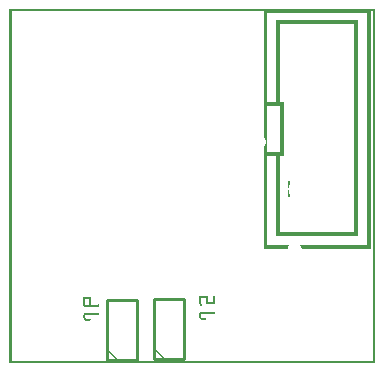
<source format=gbo>
G04 MADE WITH FRITZING*
G04 WWW.FRITZING.ORG*
G04 DOUBLE SIDED*
G04 HOLES PLATED*
G04 CONTOUR ON CENTER OF CONTOUR VECTOR*
%ASAXBY*%
%FSLAX23Y23*%
%MOIN*%
%OFA0B0*%
%SFA1.0B1.0*%
%ADD10C,0.010000*%
%ADD11R,0.001000X0.001000*%
%LNSILK0*%
G90*
G70*
G54D10*
X483Y14D02*
X483Y214D01*
D02*
X483Y214D02*
X583Y214D01*
D02*
X583Y214D02*
X583Y14D01*
D02*
X583Y14D02*
X483Y14D01*
D02*
X325Y12D02*
X325Y212D01*
D02*
X325Y212D02*
X425Y212D01*
D02*
X425Y212D02*
X425Y12D01*
D02*
X425Y12D02*
X325Y12D01*
G54D11*
X0Y1181D02*
X1219Y1181D01*
X0Y1180D02*
X1219Y1180D01*
X0Y1179D02*
X1219Y1179D01*
X0Y1178D02*
X1219Y1178D01*
X0Y1177D02*
X1219Y1177D01*
X0Y1176D02*
X1219Y1176D01*
X0Y1175D02*
X1219Y1175D01*
X0Y1174D02*
X1219Y1174D01*
X0Y1173D02*
X7Y1173D01*
X848Y1173D02*
X1206Y1173D01*
X1212Y1173D02*
X1219Y1173D01*
X0Y1172D02*
X7Y1172D01*
X848Y1172D02*
X1206Y1172D01*
X1212Y1172D02*
X1219Y1172D01*
X0Y1171D02*
X7Y1171D01*
X848Y1171D02*
X1206Y1171D01*
X1212Y1171D02*
X1219Y1171D01*
X0Y1170D02*
X7Y1170D01*
X848Y1170D02*
X1206Y1170D01*
X1212Y1170D02*
X1219Y1170D01*
X0Y1169D02*
X7Y1169D01*
X848Y1169D02*
X1206Y1169D01*
X1212Y1169D02*
X1219Y1169D01*
X0Y1168D02*
X7Y1168D01*
X848Y1168D02*
X1206Y1168D01*
X1212Y1168D02*
X1219Y1168D01*
X0Y1167D02*
X7Y1167D01*
X848Y1167D02*
X859Y1167D01*
X1194Y1167D02*
X1206Y1167D01*
X1212Y1167D02*
X1219Y1167D01*
X0Y1166D02*
X7Y1166D01*
X848Y1166D02*
X859Y1166D01*
X1194Y1166D02*
X1206Y1166D01*
X1212Y1166D02*
X1219Y1166D01*
X0Y1165D02*
X7Y1165D01*
X848Y1165D02*
X859Y1165D01*
X1194Y1165D02*
X1206Y1165D01*
X1212Y1165D02*
X1219Y1165D01*
X0Y1164D02*
X7Y1164D01*
X848Y1164D02*
X859Y1164D01*
X1194Y1164D02*
X1206Y1164D01*
X1212Y1164D02*
X1219Y1164D01*
X0Y1163D02*
X7Y1163D01*
X848Y1163D02*
X859Y1163D01*
X1194Y1163D02*
X1206Y1163D01*
X1212Y1163D02*
X1219Y1163D01*
X0Y1162D02*
X7Y1162D01*
X848Y1162D02*
X859Y1162D01*
X1194Y1162D02*
X1206Y1162D01*
X1212Y1162D02*
X1219Y1162D01*
X0Y1161D02*
X7Y1161D01*
X848Y1161D02*
X859Y1161D01*
X1194Y1161D02*
X1206Y1161D01*
X1212Y1161D02*
X1219Y1161D01*
X0Y1160D02*
X7Y1160D01*
X848Y1160D02*
X859Y1160D01*
X1194Y1160D02*
X1206Y1160D01*
X1212Y1160D02*
X1219Y1160D01*
X0Y1159D02*
X7Y1159D01*
X848Y1159D02*
X859Y1159D01*
X1194Y1159D02*
X1206Y1159D01*
X1212Y1159D02*
X1219Y1159D01*
X0Y1158D02*
X7Y1158D01*
X848Y1158D02*
X859Y1158D01*
X1194Y1158D02*
X1206Y1158D01*
X1212Y1158D02*
X1219Y1158D01*
X0Y1157D02*
X7Y1157D01*
X848Y1157D02*
X859Y1157D01*
X1194Y1157D02*
X1206Y1157D01*
X1212Y1157D02*
X1219Y1157D01*
X0Y1156D02*
X7Y1156D01*
X848Y1156D02*
X859Y1156D01*
X1194Y1156D02*
X1206Y1156D01*
X1212Y1156D02*
X1219Y1156D01*
X0Y1155D02*
X7Y1155D01*
X848Y1155D02*
X859Y1155D01*
X1194Y1155D02*
X1206Y1155D01*
X1212Y1155D02*
X1219Y1155D01*
X0Y1154D02*
X7Y1154D01*
X848Y1154D02*
X859Y1154D01*
X1194Y1154D02*
X1206Y1154D01*
X1212Y1154D02*
X1219Y1154D01*
X0Y1153D02*
X7Y1153D01*
X848Y1153D02*
X859Y1153D01*
X1194Y1153D02*
X1206Y1153D01*
X1212Y1153D02*
X1219Y1153D01*
X0Y1152D02*
X7Y1152D01*
X848Y1152D02*
X859Y1152D01*
X1194Y1152D02*
X1206Y1152D01*
X1212Y1152D02*
X1219Y1152D01*
X0Y1151D02*
X7Y1151D01*
X848Y1151D02*
X859Y1151D01*
X1194Y1151D02*
X1206Y1151D01*
X1212Y1151D02*
X1219Y1151D01*
X0Y1150D02*
X7Y1150D01*
X848Y1150D02*
X859Y1150D01*
X1194Y1150D02*
X1206Y1150D01*
X1212Y1150D02*
X1219Y1150D01*
X0Y1149D02*
X7Y1149D01*
X848Y1149D02*
X859Y1149D01*
X1194Y1149D02*
X1206Y1149D01*
X1212Y1149D02*
X1219Y1149D01*
X0Y1148D02*
X7Y1148D01*
X848Y1148D02*
X859Y1148D01*
X1194Y1148D02*
X1206Y1148D01*
X1212Y1148D02*
X1219Y1148D01*
X0Y1147D02*
X7Y1147D01*
X848Y1147D02*
X859Y1147D01*
X1194Y1147D02*
X1206Y1147D01*
X1212Y1147D02*
X1219Y1147D01*
X0Y1146D02*
X7Y1146D01*
X848Y1146D02*
X859Y1146D01*
X1194Y1146D02*
X1206Y1146D01*
X1212Y1146D02*
X1219Y1146D01*
X0Y1145D02*
X7Y1145D01*
X848Y1145D02*
X859Y1145D01*
X1194Y1145D02*
X1206Y1145D01*
X1212Y1145D02*
X1219Y1145D01*
X0Y1144D02*
X7Y1144D01*
X848Y1144D02*
X859Y1144D01*
X892Y1144D02*
X1162Y1144D01*
X1194Y1144D02*
X1206Y1144D01*
X1212Y1144D02*
X1219Y1144D01*
X0Y1143D02*
X7Y1143D01*
X848Y1143D02*
X859Y1143D01*
X891Y1143D02*
X1162Y1143D01*
X1194Y1143D02*
X1206Y1143D01*
X1212Y1143D02*
X1219Y1143D01*
X0Y1142D02*
X7Y1142D01*
X848Y1142D02*
X859Y1142D01*
X891Y1142D02*
X1162Y1142D01*
X1194Y1142D02*
X1206Y1142D01*
X1212Y1142D02*
X1219Y1142D01*
X0Y1141D02*
X7Y1141D01*
X848Y1141D02*
X859Y1141D01*
X891Y1141D02*
X1162Y1141D01*
X1194Y1141D02*
X1206Y1141D01*
X1212Y1141D02*
X1219Y1141D01*
X0Y1140D02*
X7Y1140D01*
X848Y1140D02*
X859Y1140D01*
X891Y1140D02*
X1162Y1140D01*
X1194Y1140D02*
X1206Y1140D01*
X1212Y1140D02*
X1219Y1140D01*
X0Y1139D02*
X7Y1139D01*
X848Y1139D02*
X859Y1139D01*
X891Y1139D02*
X1162Y1139D01*
X1194Y1139D02*
X1206Y1139D01*
X1212Y1139D02*
X1219Y1139D01*
X0Y1138D02*
X7Y1138D01*
X848Y1138D02*
X859Y1138D01*
X891Y1138D02*
X1162Y1138D01*
X1194Y1138D02*
X1206Y1138D01*
X1212Y1138D02*
X1219Y1138D01*
X0Y1137D02*
X7Y1137D01*
X848Y1137D02*
X859Y1137D01*
X891Y1137D02*
X1162Y1137D01*
X1194Y1137D02*
X1206Y1137D01*
X1212Y1137D02*
X1219Y1137D01*
X0Y1136D02*
X7Y1136D01*
X848Y1136D02*
X859Y1136D01*
X891Y1136D02*
X1162Y1136D01*
X1194Y1136D02*
X1206Y1136D01*
X1212Y1136D02*
X1219Y1136D01*
X0Y1135D02*
X7Y1135D01*
X848Y1135D02*
X859Y1135D01*
X891Y1135D02*
X1162Y1135D01*
X1194Y1135D02*
X1206Y1135D01*
X1212Y1135D02*
X1219Y1135D01*
X0Y1134D02*
X7Y1134D01*
X848Y1134D02*
X859Y1134D01*
X891Y1134D02*
X1162Y1134D01*
X1194Y1134D02*
X1206Y1134D01*
X1212Y1134D02*
X1219Y1134D01*
X0Y1133D02*
X7Y1133D01*
X848Y1133D02*
X859Y1133D01*
X891Y1133D02*
X1162Y1133D01*
X1194Y1133D02*
X1206Y1133D01*
X1212Y1133D02*
X1219Y1133D01*
X0Y1132D02*
X7Y1132D01*
X848Y1132D02*
X859Y1132D01*
X891Y1132D02*
X1162Y1132D01*
X1194Y1132D02*
X1206Y1132D01*
X1212Y1132D02*
X1219Y1132D01*
X0Y1131D02*
X7Y1131D01*
X848Y1131D02*
X859Y1131D01*
X891Y1131D02*
X903Y1131D01*
X1151Y1131D02*
X1162Y1131D01*
X1194Y1131D02*
X1206Y1131D01*
X1212Y1131D02*
X1219Y1131D01*
X0Y1130D02*
X7Y1130D01*
X848Y1130D02*
X859Y1130D01*
X891Y1130D02*
X903Y1130D01*
X1151Y1130D02*
X1162Y1130D01*
X1194Y1130D02*
X1206Y1130D01*
X1212Y1130D02*
X1219Y1130D01*
X0Y1129D02*
X7Y1129D01*
X848Y1129D02*
X859Y1129D01*
X891Y1129D02*
X903Y1129D01*
X1151Y1129D02*
X1162Y1129D01*
X1194Y1129D02*
X1206Y1129D01*
X1212Y1129D02*
X1219Y1129D01*
X0Y1128D02*
X7Y1128D01*
X848Y1128D02*
X859Y1128D01*
X891Y1128D02*
X903Y1128D01*
X1151Y1128D02*
X1162Y1128D01*
X1194Y1128D02*
X1206Y1128D01*
X1212Y1128D02*
X1219Y1128D01*
X0Y1127D02*
X7Y1127D01*
X848Y1127D02*
X859Y1127D01*
X891Y1127D02*
X903Y1127D01*
X1151Y1127D02*
X1162Y1127D01*
X1194Y1127D02*
X1206Y1127D01*
X1212Y1127D02*
X1219Y1127D01*
X0Y1126D02*
X7Y1126D01*
X848Y1126D02*
X859Y1126D01*
X891Y1126D02*
X903Y1126D01*
X1151Y1126D02*
X1162Y1126D01*
X1194Y1126D02*
X1206Y1126D01*
X1212Y1126D02*
X1219Y1126D01*
X0Y1125D02*
X7Y1125D01*
X848Y1125D02*
X859Y1125D01*
X891Y1125D02*
X903Y1125D01*
X1151Y1125D02*
X1162Y1125D01*
X1194Y1125D02*
X1206Y1125D01*
X1212Y1125D02*
X1219Y1125D01*
X0Y1124D02*
X7Y1124D01*
X848Y1124D02*
X859Y1124D01*
X891Y1124D02*
X903Y1124D01*
X1151Y1124D02*
X1162Y1124D01*
X1194Y1124D02*
X1206Y1124D01*
X1212Y1124D02*
X1219Y1124D01*
X0Y1123D02*
X7Y1123D01*
X848Y1123D02*
X859Y1123D01*
X891Y1123D02*
X903Y1123D01*
X1151Y1123D02*
X1162Y1123D01*
X1194Y1123D02*
X1206Y1123D01*
X1212Y1123D02*
X1219Y1123D01*
X0Y1122D02*
X7Y1122D01*
X848Y1122D02*
X859Y1122D01*
X891Y1122D02*
X903Y1122D01*
X1151Y1122D02*
X1162Y1122D01*
X1194Y1122D02*
X1206Y1122D01*
X1212Y1122D02*
X1219Y1122D01*
X0Y1121D02*
X7Y1121D01*
X848Y1121D02*
X859Y1121D01*
X891Y1121D02*
X903Y1121D01*
X1151Y1121D02*
X1162Y1121D01*
X1194Y1121D02*
X1206Y1121D01*
X1212Y1121D02*
X1219Y1121D01*
X0Y1120D02*
X7Y1120D01*
X848Y1120D02*
X859Y1120D01*
X891Y1120D02*
X903Y1120D01*
X1151Y1120D02*
X1162Y1120D01*
X1194Y1120D02*
X1206Y1120D01*
X1212Y1120D02*
X1219Y1120D01*
X0Y1119D02*
X7Y1119D01*
X848Y1119D02*
X859Y1119D01*
X891Y1119D02*
X903Y1119D01*
X1151Y1119D02*
X1162Y1119D01*
X1194Y1119D02*
X1206Y1119D01*
X1212Y1119D02*
X1219Y1119D01*
X0Y1118D02*
X7Y1118D01*
X848Y1118D02*
X859Y1118D01*
X891Y1118D02*
X903Y1118D01*
X1151Y1118D02*
X1162Y1118D01*
X1194Y1118D02*
X1206Y1118D01*
X1212Y1118D02*
X1219Y1118D01*
X0Y1117D02*
X7Y1117D01*
X848Y1117D02*
X859Y1117D01*
X891Y1117D02*
X903Y1117D01*
X1151Y1117D02*
X1162Y1117D01*
X1194Y1117D02*
X1206Y1117D01*
X1212Y1117D02*
X1219Y1117D01*
X0Y1116D02*
X7Y1116D01*
X848Y1116D02*
X859Y1116D01*
X891Y1116D02*
X903Y1116D01*
X1151Y1116D02*
X1162Y1116D01*
X1194Y1116D02*
X1206Y1116D01*
X1212Y1116D02*
X1219Y1116D01*
X0Y1115D02*
X7Y1115D01*
X848Y1115D02*
X859Y1115D01*
X891Y1115D02*
X903Y1115D01*
X1151Y1115D02*
X1162Y1115D01*
X1194Y1115D02*
X1206Y1115D01*
X1212Y1115D02*
X1219Y1115D01*
X0Y1114D02*
X7Y1114D01*
X848Y1114D02*
X859Y1114D01*
X891Y1114D02*
X903Y1114D01*
X1151Y1114D02*
X1162Y1114D01*
X1194Y1114D02*
X1206Y1114D01*
X1212Y1114D02*
X1219Y1114D01*
X0Y1113D02*
X7Y1113D01*
X848Y1113D02*
X859Y1113D01*
X891Y1113D02*
X903Y1113D01*
X1151Y1113D02*
X1162Y1113D01*
X1194Y1113D02*
X1206Y1113D01*
X1212Y1113D02*
X1219Y1113D01*
X0Y1112D02*
X7Y1112D01*
X848Y1112D02*
X859Y1112D01*
X891Y1112D02*
X903Y1112D01*
X1151Y1112D02*
X1162Y1112D01*
X1194Y1112D02*
X1206Y1112D01*
X1212Y1112D02*
X1219Y1112D01*
X0Y1111D02*
X7Y1111D01*
X848Y1111D02*
X859Y1111D01*
X891Y1111D02*
X903Y1111D01*
X1151Y1111D02*
X1162Y1111D01*
X1194Y1111D02*
X1206Y1111D01*
X1212Y1111D02*
X1219Y1111D01*
X0Y1110D02*
X7Y1110D01*
X848Y1110D02*
X859Y1110D01*
X891Y1110D02*
X903Y1110D01*
X1151Y1110D02*
X1162Y1110D01*
X1194Y1110D02*
X1206Y1110D01*
X1212Y1110D02*
X1219Y1110D01*
X0Y1109D02*
X7Y1109D01*
X848Y1109D02*
X859Y1109D01*
X891Y1109D02*
X903Y1109D01*
X1151Y1109D02*
X1162Y1109D01*
X1194Y1109D02*
X1206Y1109D01*
X1212Y1109D02*
X1219Y1109D01*
X0Y1108D02*
X7Y1108D01*
X848Y1108D02*
X859Y1108D01*
X891Y1108D02*
X903Y1108D01*
X1151Y1108D02*
X1162Y1108D01*
X1194Y1108D02*
X1206Y1108D01*
X1212Y1108D02*
X1219Y1108D01*
X0Y1107D02*
X7Y1107D01*
X848Y1107D02*
X859Y1107D01*
X891Y1107D02*
X903Y1107D01*
X1151Y1107D02*
X1162Y1107D01*
X1194Y1107D02*
X1206Y1107D01*
X1212Y1107D02*
X1219Y1107D01*
X0Y1106D02*
X7Y1106D01*
X848Y1106D02*
X859Y1106D01*
X891Y1106D02*
X903Y1106D01*
X1151Y1106D02*
X1162Y1106D01*
X1194Y1106D02*
X1206Y1106D01*
X1212Y1106D02*
X1219Y1106D01*
X0Y1105D02*
X7Y1105D01*
X848Y1105D02*
X859Y1105D01*
X891Y1105D02*
X903Y1105D01*
X1151Y1105D02*
X1162Y1105D01*
X1194Y1105D02*
X1206Y1105D01*
X1212Y1105D02*
X1219Y1105D01*
X0Y1104D02*
X7Y1104D01*
X848Y1104D02*
X859Y1104D01*
X891Y1104D02*
X903Y1104D01*
X1151Y1104D02*
X1162Y1104D01*
X1194Y1104D02*
X1206Y1104D01*
X1212Y1104D02*
X1219Y1104D01*
X0Y1103D02*
X7Y1103D01*
X848Y1103D02*
X859Y1103D01*
X891Y1103D02*
X903Y1103D01*
X1151Y1103D02*
X1162Y1103D01*
X1194Y1103D02*
X1206Y1103D01*
X1212Y1103D02*
X1219Y1103D01*
X0Y1102D02*
X7Y1102D01*
X848Y1102D02*
X859Y1102D01*
X891Y1102D02*
X903Y1102D01*
X1151Y1102D02*
X1162Y1102D01*
X1194Y1102D02*
X1206Y1102D01*
X1212Y1102D02*
X1219Y1102D01*
X0Y1101D02*
X7Y1101D01*
X848Y1101D02*
X859Y1101D01*
X891Y1101D02*
X903Y1101D01*
X1151Y1101D02*
X1162Y1101D01*
X1194Y1101D02*
X1206Y1101D01*
X1212Y1101D02*
X1219Y1101D01*
X0Y1100D02*
X7Y1100D01*
X848Y1100D02*
X859Y1100D01*
X891Y1100D02*
X903Y1100D01*
X1151Y1100D02*
X1162Y1100D01*
X1194Y1100D02*
X1206Y1100D01*
X1212Y1100D02*
X1219Y1100D01*
X0Y1099D02*
X7Y1099D01*
X848Y1099D02*
X859Y1099D01*
X891Y1099D02*
X903Y1099D01*
X1151Y1099D02*
X1162Y1099D01*
X1194Y1099D02*
X1206Y1099D01*
X1212Y1099D02*
X1219Y1099D01*
X0Y1098D02*
X7Y1098D01*
X848Y1098D02*
X859Y1098D01*
X891Y1098D02*
X903Y1098D01*
X1151Y1098D02*
X1162Y1098D01*
X1194Y1098D02*
X1206Y1098D01*
X1212Y1098D02*
X1219Y1098D01*
X0Y1097D02*
X7Y1097D01*
X848Y1097D02*
X859Y1097D01*
X891Y1097D02*
X903Y1097D01*
X1151Y1097D02*
X1162Y1097D01*
X1194Y1097D02*
X1206Y1097D01*
X1212Y1097D02*
X1219Y1097D01*
X0Y1096D02*
X7Y1096D01*
X848Y1096D02*
X859Y1096D01*
X891Y1096D02*
X903Y1096D01*
X1151Y1096D02*
X1162Y1096D01*
X1194Y1096D02*
X1206Y1096D01*
X1212Y1096D02*
X1219Y1096D01*
X0Y1095D02*
X7Y1095D01*
X848Y1095D02*
X859Y1095D01*
X891Y1095D02*
X903Y1095D01*
X1151Y1095D02*
X1162Y1095D01*
X1194Y1095D02*
X1206Y1095D01*
X1212Y1095D02*
X1219Y1095D01*
X0Y1094D02*
X7Y1094D01*
X848Y1094D02*
X859Y1094D01*
X891Y1094D02*
X903Y1094D01*
X1151Y1094D02*
X1162Y1094D01*
X1194Y1094D02*
X1206Y1094D01*
X1212Y1094D02*
X1219Y1094D01*
X0Y1093D02*
X7Y1093D01*
X848Y1093D02*
X859Y1093D01*
X891Y1093D02*
X903Y1093D01*
X1151Y1093D02*
X1162Y1093D01*
X1194Y1093D02*
X1206Y1093D01*
X1212Y1093D02*
X1219Y1093D01*
X0Y1092D02*
X7Y1092D01*
X848Y1092D02*
X859Y1092D01*
X891Y1092D02*
X903Y1092D01*
X1151Y1092D02*
X1162Y1092D01*
X1194Y1092D02*
X1206Y1092D01*
X1212Y1092D02*
X1219Y1092D01*
X0Y1091D02*
X7Y1091D01*
X848Y1091D02*
X859Y1091D01*
X891Y1091D02*
X903Y1091D01*
X1151Y1091D02*
X1162Y1091D01*
X1194Y1091D02*
X1206Y1091D01*
X1212Y1091D02*
X1219Y1091D01*
X0Y1090D02*
X7Y1090D01*
X848Y1090D02*
X859Y1090D01*
X891Y1090D02*
X903Y1090D01*
X1151Y1090D02*
X1162Y1090D01*
X1194Y1090D02*
X1206Y1090D01*
X1212Y1090D02*
X1219Y1090D01*
X0Y1089D02*
X7Y1089D01*
X848Y1089D02*
X859Y1089D01*
X891Y1089D02*
X903Y1089D01*
X1151Y1089D02*
X1162Y1089D01*
X1194Y1089D02*
X1206Y1089D01*
X1212Y1089D02*
X1219Y1089D01*
X0Y1088D02*
X7Y1088D01*
X848Y1088D02*
X859Y1088D01*
X891Y1088D02*
X903Y1088D01*
X1151Y1088D02*
X1162Y1088D01*
X1194Y1088D02*
X1206Y1088D01*
X1212Y1088D02*
X1219Y1088D01*
X0Y1087D02*
X7Y1087D01*
X848Y1087D02*
X859Y1087D01*
X891Y1087D02*
X903Y1087D01*
X1151Y1087D02*
X1162Y1087D01*
X1194Y1087D02*
X1206Y1087D01*
X1212Y1087D02*
X1219Y1087D01*
X0Y1086D02*
X7Y1086D01*
X848Y1086D02*
X859Y1086D01*
X891Y1086D02*
X903Y1086D01*
X1151Y1086D02*
X1162Y1086D01*
X1194Y1086D02*
X1206Y1086D01*
X1212Y1086D02*
X1219Y1086D01*
X0Y1085D02*
X7Y1085D01*
X848Y1085D02*
X859Y1085D01*
X891Y1085D02*
X903Y1085D01*
X1151Y1085D02*
X1162Y1085D01*
X1194Y1085D02*
X1206Y1085D01*
X1212Y1085D02*
X1219Y1085D01*
X0Y1084D02*
X7Y1084D01*
X848Y1084D02*
X859Y1084D01*
X891Y1084D02*
X903Y1084D01*
X1151Y1084D02*
X1162Y1084D01*
X1194Y1084D02*
X1206Y1084D01*
X1212Y1084D02*
X1219Y1084D01*
X0Y1083D02*
X7Y1083D01*
X848Y1083D02*
X859Y1083D01*
X891Y1083D02*
X903Y1083D01*
X1151Y1083D02*
X1162Y1083D01*
X1194Y1083D02*
X1206Y1083D01*
X1212Y1083D02*
X1219Y1083D01*
X0Y1082D02*
X7Y1082D01*
X848Y1082D02*
X859Y1082D01*
X891Y1082D02*
X903Y1082D01*
X1151Y1082D02*
X1162Y1082D01*
X1194Y1082D02*
X1206Y1082D01*
X1212Y1082D02*
X1219Y1082D01*
X0Y1081D02*
X7Y1081D01*
X848Y1081D02*
X859Y1081D01*
X891Y1081D02*
X903Y1081D01*
X1151Y1081D02*
X1162Y1081D01*
X1194Y1081D02*
X1206Y1081D01*
X1212Y1081D02*
X1219Y1081D01*
X0Y1080D02*
X7Y1080D01*
X848Y1080D02*
X859Y1080D01*
X891Y1080D02*
X903Y1080D01*
X1151Y1080D02*
X1162Y1080D01*
X1194Y1080D02*
X1206Y1080D01*
X1212Y1080D02*
X1219Y1080D01*
X0Y1079D02*
X7Y1079D01*
X848Y1079D02*
X859Y1079D01*
X891Y1079D02*
X903Y1079D01*
X1151Y1079D02*
X1162Y1079D01*
X1194Y1079D02*
X1206Y1079D01*
X1212Y1079D02*
X1219Y1079D01*
X0Y1078D02*
X7Y1078D01*
X848Y1078D02*
X859Y1078D01*
X891Y1078D02*
X903Y1078D01*
X1151Y1078D02*
X1162Y1078D01*
X1194Y1078D02*
X1206Y1078D01*
X1212Y1078D02*
X1219Y1078D01*
X0Y1077D02*
X7Y1077D01*
X848Y1077D02*
X859Y1077D01*
X891Y1077D02*
X903Y1077D01*
X1151Y1077D02*
X1162Y1077D01*
X1194Y1077D02*
X1206Y1077D01*
X1212Y1077D02*
X1219Y1077D01*
X0Y1076D02*
X7Y1076D01*
X848Y1076D02*
X859Y1076D01*
X891Y1076D02*
X903Y1076D01*
X1151Y1076D02*
X1162Y1076D01*
X1194Y1076D02*
X1206Y1076D01*
X1212Y1076D02*
X1219Y1076D01*
X0Y1075D02*
X7Y1075D01*
X848Y1075D02*
X859Y1075D01*
X891Y1075D02*
X903Y1075D01*
X1151Y1075D02*
X1162Y1075D01*
X1194Y1075D02*
X1206Y1075D01*
X1212Y1075D02*
X1219Y1075D01*
X0Y1074D02*
X7Y1074D01*
X848Y1074D02*
X859Y1074D01*
X891Y1074D02*
X903Y1074D01*
X1151Y1074D02*
X1162Y1074D01*
X1194Y1074D02*
X1206Y1074D01*
X1212Y1074D02*
X1219Y1074D01*
X0Y1073D02*
X7Y1073D01*
X848Y1073D02*
X859Y1073D01*
X891Y1073D02*
X903Y1073D01*
X1151Y1073D02*
X1162Y1073D01*
X1194Y1073D02*
X1206Y1073D01*
X1212Y1073D02*
X1219Y1073D01*
X0Y1072D02*
X7Y1072D01*
X848Y1072D02*
X859Y1072D01*
X891Y1072D02*
X903Y1072D01*
X1151Y1072D02*
X1162Y1072D01*
X1194Y1072D02*
X1206Y1072D01*
X1212Y1072D02*
X1219Y1072D01*
X0Y1071D02*
X7Y1071D01*
X848Y1071D02*
X859Y1071D01*
X891Y1071D02*
X903Y1071D01*
X1151Y1071D02*
X1162Y1071D01*
X1194Y1071D02*
X1206Y1071D01*
X1212Y1071D02*
X1219Y1071D01*
X0Y1070D02*
X7Y1070D01*
X848Y1070D02*
X859Y1070D01*
X891Y1070D02*
X903Y1070D01*
X1151Y1070D02*
X1162Y1070D01*
X1194Y1070D02*
X1206Y1070D01*
X1212Y1070D02*
X1219Y1070D01*
X0Y1069D02*
X7Y1069D01*
X848Y1069D02*
X859Y1069D01*
X891Y1069D02*
X903Y1069D01*
X1151Y1069D02*
X1162Y1069D01*
X1194Y1069D02*
X1206Y1069D01*
X1212Y1069D02*
X1219Y1069D01*
X0Y1068D02*
X7Y1068D01*
X848Y1068D02*
X859Y1068D01*
X891Y1068D02*
X903Y1068D01*
X1151Y1068D02*
X1162Y1068D01*
X1194Y1068D02*
X1206Y1068D01*
X1212Y1068D02*
X1219Y1068D01*
X0Y1067D02*
X7Y1067D01*
X848Y1067D02*
X859Y1067D01*
X891Y1067D02*
X903Y1067D01*
X1151Y1067D02*
X1162Y1067D01*
X1194Y1067D02*
X1206Y1067D01*
X1212Y1067D02*
X1219Y1067D01*
X0Y1066D02*
X7Y1066D01*
X848Y1066D02*
X859Y1066D01*
X891Y1066D02*
X903Y1066D01*
X1151Y1066D02*
X1162Y1066D01*
X1194Y1066D02*
X1206Y1066D01*
X1212Y1066D02*
X1219Y1066D01*
X0Y1065D02*
X7Y1065D01*
X848Y1065D02*
X859Y1065D01*
X891Y1065D02*
X903Y1065D01*
X1151Y1065D02*
X1162Y1065D01*
X1194Y1065D02*
X1206Y1065D01*
X1212Y1065D02*
X1219Y1065D01*
X0Y1064D02*
X7Y1064D01*
X848Y1064D02*
X859Y1064D01*
X891Y1064D02*
X903Y1064D01*
X1151Y1064D02*
X1162Y1064D01*
X1194Y1064D02*
X1206Y1064D01*
X1212Y1064D02*
X1219Y1064D01*
X0Y1063D02*
X7Y1063D01*
X848Y1063D02*
X859Y1063D01*
X891Y1063D02*
X903Y1063D01*
X1151Y1063D02*
X1162Y1063D01*
X1194Y1063D02*
X1206Y1063D01*
X1212Y1063D02*
X1219Y1063D01*
X0Y1062D02*
X7Y1062D01*
X848Y1062D02*
X859Y1062D01*
X891Y1062D02*
X903Y1062D01*
X1151Y1062D02*
X1162Y1062D01*
X1194Y1062D02*
X1206Y1062D01*
X1212Y1062D02*
X1219Y1062D01*
X0Y1061D02*
X7Y1061D01*
X848Y1061D02*
X859Y1061D01*
X891Y1061D02*
X903Y1061D01*
X1151Y1061D02*
X1162Y1061D01*
X1194Y1061D02*
X1206Y1061D01*
X1212Y1061D02*
X1219Y1061D01*
X0Y1060D02*
X7Y1060D01*
X848Y1060D02*
X859Y1060D01*
X891Y1060D02*
X903Y1060D01*
X1151Y1060D02*
X1162Y1060D01*
X1194Y1060D02*
X1206Y1060D01*
X1212Y1060D02*
X1219Y1060D01*
X0Y1059D02*
X7Y1059D01*
X848Y1059D02*
X859Y1059D01*
X891Y1059D02*
X903Y1059D01*
X1151Y1059D02*
X1162Y1059D01*
X1194Y1059D02*
X1206Y1059D01*
X1212Y1059D02*
X1219Y1059D01*
X0Y1058D02*
X7Y1058D01*
X848Y1058D02*
X859Y1058D01*
X891Y1058D02*
X903Y1058D01*
X1151Y1058D02*
X1162Y1058D01*
X1194Y1058D02*
X1206Y1058D01*
X1212Y1058D02*
X1219Y1058D01*
X0Y1057D02*
X7Y1057D01*
X848Y1057D02*
X859Y1057D01*
X891Y1057D02*
X903Y1057D01*
X1151Y1057D02*
X1162Y1057D01*
X1194Y1057D02*
X1206Y1057D01*
X1212Y1057D02*
X1219Y1057D01*
X0Y1056D02*
X7Y1056D01*
X848Y1056D02*
X859Y1056D01*
X891Y1056D02*
X903Y1056D01*
X1151Y1056D02*
X1162Y1056D01*
X1194Y1056D02*
X1206Y1056D01*
X1212Y1056D02*
X1219Y1056D01*
X0Y1055D02*
X7Y1055D01*
X848Y1055D02*
X859Y1055D01*
X891Y1055D02*
X903Y1055D01*
X1151Y1055D02*
X1162Y1055D01*
X1194Y1055D02*
X1206Y1055D01*
X1212Y1055D02*
X1219Y1055D01*
X0Y1054D02*
X7Y1054D01*
X848Y1054D02*
X859Y1054D01*
X891Y1054D02*
X903Y1054D01*
X1151Y1054D02*
X1162Y1054D01*
X1194Y1054D02*
X1206Y1054D01*
X1212Y1054D02*
X1219Y1054D01*
X0Y1053D02*
X7Y1053D01*
X848Y1053D02*
X859Y1053D01*
X891Y1053D02*
X903Y1053D01*
X1151Y1053D02*
X1162Y1053D01*
X1194Y1053D02*
X1206Y1053D01*
X1212Y1053D02*
X1219Y1053D01*
X0Y1052D02*
X7Y1052D01*
X848Y1052D02*
X859Y1052D01*
X891Y1052D02*
X903Y1052D01*
X1151Y1052D02*
X1162Y1052D01*
X1194Y1052D02*
X1206Y1052D01*
X1212Y1052D02*
X1219Y1052D01*
X0Y1051D02*
X7Y1051D01*
X848Y1051D02*
X859Y1051D01*
X891Y1051D02*
X903Y1051D01*
X1151Y1051D02*
X1162Y1051D01*
X1194Y1051D02*
X1206Y1051D01*
X1212Y1051D02*
X1219Y1051D01*
X0Y1050D02*
X7Y1050D01*
X848Y1050D02*
X859Y1050D01*
X891Y1050D02*
X903Y1050D01*
X1151Y1050D02*
X1162Y1050D01*
X1194Y1050D02*
X1206Y1050D01*
X1212Y1050D02*
X1219Y1050D01*
X0Y1049D02*
X7Y1049D01*
X848Y1049D02*
X859Y1049D01*
X891Y1049D02*
X903Y1049D01*
X1151Y1049D02*
X1162Y1049D01*
X1194Y1049D02*
X1206Y1049D01*
X1212Y1049D02*
X1219Y1049D01*
X0Y1048D02*
X7Y1048D01*
X848Y1048D02*
X859Y1048D01*
X891Y1048D02*
X903Y1048D01*
X1151Y1048D02*
X1162Y1048D01*
X1194Y1048D02*
X1206Y1048D01*
X1212Y1048D02*
X1219Y1048D01*
X0Y1047D02*
X7Y1047D01*
X848Y1047D02*
X859Y1047D01*
X891Y1047D02*
X903Y1047D01*
X1151Y1047D02*
X1162Y1047D01*
X1194Y1047D02*
X1206Y1047D01*
X1212Y1047D02*
X1219Y1047D01*
X0Y1046D02*
X7Y1046D01*
X848Y1046D02*
X859Y1046D01*
X891Y1046D02*
X903Y1046D01*
X1151Y1046D02*
X1162Y1046D01*
X1194Y1046D02*
X1206Y1046D01*
X1212Y1046D02*
X1219Y1046D01*
X0Y1045D02*
X7Y1045D01*
X848Y1045D02*
X859Y1045D01*
X891Y1045D02*
X903Y1045D01*
X1151Y1045D02*
X1162Y1045D01*
X1194Y1045D02*
X1206Y1045D01*
X1212Y1045D02*
X1219Y1045D01*
X0Y1044D02*
X7Y1044D01*
X848Y1044D02*
X859Y1044D01*
X891Y1044D02*
X903Y1044D01*
X1151Y1044D02*
X1162Y1044D01*
X1194Y1044D02*
X1206Y1044D01*
X1212Y1044D02*
X1219Y1044D01*
X0Y1043D02*
X7Y1043D01*
X848Y1043D02*
X859Y1043D01*
X891Y1043D02*
X903Y1043D01*
X1151Y1043D02*
X1162Y1043D01*
X1194Y1043D02*
X1206Y1043D01*
X1212Y1043D02*
X1219Y1043D01*
X0Y1042D02*
X7Y1042D01*
X848Y1042D02*
X859Y1042D01*
X891Y1042D02*
X903Y1042D01*
X1151Y1042D02*
X1162Y1042D01*
X1194Y1042D02*
X1206Y1042D01*
X1212Y1042D02*
X1219Y1042D01*
X0Y1041D02*
X7Y1041D01*
X848Y1041D02*
X859Y1041D01*
X891Y1041D02*
X903Y1041D01*
X1151Y1041D02*
X1162Y1041D01*
X1194Y1041D02*
X1206Y1041D01*
X1212Y1041D02*
X1219Y1041D01*
X0Y1040D02*
X7Y1040D01*
X848Y1040D02*
X859Y1040D01*
X891Y1040D02*
X903Y1040D01*
X1151Y1040D02*
X1162Y1040D01*
X1194Y1040D02*
X1206Y1040D01*
X1212Y1040D02*
X1219Y1040D01*
X0Y1039D02*
X7Y1039D01*
X848Y1039D02*
X859Y1039D01*
X891Y1039D02*
X903Y1039D01*
X1151Y1039D02*
X1162Y1039D01*
X1194Y1039D02*
X1206Y1039D01*
X1212Y1039D02*
X1219Y1039D01*
X0Y1038D02*
X7Y1038D01*
X848Y1038D02*
X859Y1038D01*
X891Y1038D02*
X903Y1038D01*
X1151Y1038D02*
X1162Y1038D01*
X1194Y1038D02*
X1206Y1038D01*
X1212Y1038D02*
X1219Y1038D01*
X0Y1037D02*
X7Y1037D01*
X848Y1037D02*
X859Y1037D01*
X891Y1037D02*
X903Y1037D01*
X1151Y1037D02*
X1162Y1037D01*
X1194Y1037D02*
X1206Y1037D01*
X1212Y1037D02*
X1219Y1037D01*
X0Y1036D02*
X7Y1036D01*
X848Y1036D02*
X859Y1036D01*
X891Y1036D02*
X903Y1036D01*
X1151Y1036D02*
X1162Y1036D01*
X1194Y1036D02*
X1206Y1036D01*
X1212Y1036D02*
X1219Y1036D01*
X0Y1035D02*
X7Y1035D01*
X848Y1035D02*
X859Y1035D01*
X891Y1035D02*
X903Y1035D01*
X1151Y1035D02*
X1162Y1035D01*
X1194Y1035D02*
X1206Y1035D01*
X1212Y1035D02*
X1219Y1035D01*
X0Y1034D02*
X7Y1034D01*
X848Y1034D02*
X859Y1034D01*
X891Y1034D02*
X903Y1034D01*
X1151Y1034D02*
X1162Y1034D01*
X1194Y1034D02*
X1206Y1034D01*
X1212Y1034D02*
X1219Y1034D01*
X0Y1033D02*
X7Y1033D01*
X848Y1033D02*
X859Y1033D01*
X891Y1033D02*
X903Y1033D01*
X1151Y1033D02*
X1162Y1033D01*
X1194Y1033D02*
X1206Y1033D01*
X1212Y1033D02*
X1219Y1033D01*
X0Y1032D02*
X7Y1032D01*
X848Y1032D02*
X859Y1032D01*
X891Y1032D02*
X903Y1032D01*
X1151Y1032D02*
X1162Y1032D01*
X1194Y1032D02*
X1206Y1032D01*
X1212Y1032D02*
X1219Y1032D01*
X0Y1031D02*
X7Y1031D01*
X848Y1031D02*
X859Y1031D01*
X891Y1031D02*
X903Y1031D01*
X1151Y1031D02*
X1162Y1031D01*
X1194Y1031D02*
X1206Y1031D01*
X1212Y1031D02*
X1219Y1031D01*
X0Y1030D02*
X7Y1030D01*
X848Y1030D02*
X859Y1030D01*
X891Y1030D02*
X903Y1030D01*
X1151Y1030D02*
X1162Y1030D01*
X1194Y1030D02*
X1206Y1030D01*
X1212Y1030D02*
X1219Y1030D01*
X0Y1029D02*
X7Y1029D01*
X848Y1029D02*
X859Y1029D01*
X891Y1029D02*
X903Y1029D01*
X1151Y1029D02*
X1162Y1029D01*
X1194Y1029D02*
X1206Y1029D01*
X1212Y1029D02*
X1219Y1029D01*
X0Y1028D02*
X7Y1028D01*
X848Y1028D02*
X859Y1028D01*
X891Y1028D02*
X903Y1028D01*
X1151Y1028D02*
X1162Y1028D01*
X1194Y1028D02*
X1206Y1028D01*
X1212Y1028D02*
X1219Y1028D01*
X0Y1027D02*
X7Y1027D01*
X848Y1027D02*
X859Y1027D01*
X891Y1027D02*
X903Y1027D01*
X1151Y1027D02*
X1162Y1027D01*
X1194Y1027D02*
X1206Y1027D01*
X1212Y1027D02*
X1219Y1027D01*
X0Y1026D02*
X7Y1026D01*
X848Y1026D02*
X859Y1026D01*
X891Y1026D02*
X903Y1026D01*
X1151Y1026D02*
X1162Y1026D01*
X1194Y1026D02*
X1206Y1026D01*
X1212Y1026D02*
X1219Y1026D01*
X0Y1025D02*
X7Y1025D01*
X848Y1025D02*
X859Y1025D01*
X891Y1025D02*
X903Y1025D01*
X1151Y1025D02*
X1162Y1025D01*
X1194Y1025D02*
X1206Y1025D01*
X1212Y1025D02*
X1219Y1025D01*
X0Y1024D02*
X7Y1024D01*
X848Y1024D02*
X859Y1024D01*
X891Y1024D02*
X903Y1024D01*
X1151Y1024D02*
X1162Y1024D01*
X1194Y1024D02*
X1206Y1024D01*
X1212Y1024D02*
X1219Y1024D01*
X0Y1023D02*
X7Y1023D01*
X848Y1023D02*
X859Y1023D01*
X891Y1023D02*
X903Y1023D01*
X1151Y1023D02*
X1162Y1023D01*
X1194Y1023D02*
X1206Y1023D01*
X1212Y1023D02*
X1219Y1023D01*
X0Y1022D02*
X7Y1022D01*
X848Y1022D02*
X859Y1022D01*
X891Y1022D02*
X903Y1022D01*
X1151Y1022D02*
X1162Y1022D01*
X1194Y1022D02*
X1206Y1022D01*
X1212Y1022D02*
X1219Y1022D01*
X0Y1021D02*
X7Y1021D01*
X848Y1021D02*
X859Y1021D01*
X891Y1021D02*
X903Y1021D01*
X1151Y1021D02*
X1162Y1021D01*
X1194Y1021D02*
X1206Y1021D01*
X1212Y1021D02*
X1219Y1021D01*
X0Y1020D02*
X7Y1020D01*
X848Y1020D02*
X859Y1020D01*
X891Y1020D02*
X903Y1020D01*
X1151Y1020D02*
X1162Y1020D01*
X1194Y1020D02*
X1206Y1020D01*
X1212Y1020D02*
X1219Y1020D01*
X0Y1019D02*
X7Y1019D01*
X848Y1019D02*
X859Y1019D01*
X891Y1019D02*
X903Y1019D01*
X1151Y1019D02*
X1162Y1019D01*
X1194Y1019D02*
X1206Y1019D01*
X1212Y1019D02*
X1219Y1019D01*
X0Y1018D02*
X7Y1018D01*
X848Y1018D02*
X859Y1018D01*
X891Y1018D02*
X903Y1018D01*
X1151Y1018D02*
X1162Y1018D01*
X1194Y1018D02*
X1206Y1018D01*
X1212Y1018D02*
X1219Y1018D01*
X0Y1017D02*
X7Y1017D01*
X848Y1017D02*
X859Y1017D01*
X891Y1017D02*
X903Y1017D01*
X1151Y1017D02*
X1162Y1017D01*
X1194Y1017D02*
X1206Y1017D01*
X1212Y1017D02*
X1219Y1017D01*
X0Y1016D02*
X7Y1016D01*
X848Y1016D02*
X859Y1016D01*
X891Y1016D02*
X903Y1016D01*
X1151Y1016D02*
X1162Y1016D01*
X1194Y1016D02*
X1206Y1016D01*
X1212Y1016D02*
X1219Y1016D01*
X0Y1015D02*
X7Y1015D01*
X848Y1015D02*
X859Y1015D01*
X891Y1015D02*
X903Y1015D01*
X1151Y1015D02*
X1162Y1015D01*
X1194Y1015D02*
X1206Y1015D01*
X1212Y1015D02*
X1219Y1015D01*
X0Y1014D02*
X7Y1014D01*
X848Y1014D02*
X859Y1014D01*
X891Y1014D02*
X903Y1014D01*
X1151Y1014D02*
X1162Y1014D01*
X1194Y1014D02*
X1206Y1014D01*
X1212Y1014D02*
X1219Y1014D01*
X0Y1013D02*
X7Y1013D01*
X848Y1013D02*
X859Y1013D01*
X891Y1013D02*
X903Y1013D01*
X1151Y1013D02*
X1162Y1013D01*
X1194Y1013D02*
X1206Y1013D01*
X1212Y1013D02*
X1219Y1013D01*
X0Y1012D02*
X7Y1012D01*
X848Y1012D02*
X859Y1012D01*
X891Y1012D02*
X903Y1012D01*
X1151Y1012D02*
X1162Y1012D01*
X1194Y1012D02*
X1206Y1012D01*
X1212Y1012D02*
X1219Y1012D01*
X0Y1011D02*
X7Y1011D01*
X848Y1011D02*
X859Y1011D01*
X891Y1011D02*
X903Y1011D01*
X1151Y1011D02*
X1162Y1011D01*
X1194Y1011D02*
X1206Y1011D01*
X1212Y1011D02*
X1219Y1011D01*
X0Y1010D02*
X7Y1010D01*
X848Y1010D02*
X859Y1010D01*
X891Y1010D02*
X903Y1010D01*
X1151Y1010D02*
X1162Y1010D01*
X1194Y1010D02*
X1206Y1010D01*
X1212Y1010D02*
X1219Y1010D01*
X0Y1009D02*
X7Y1009D01*
X848Y1009D02*
X859Y1009D01*
X891Y1009D02*
X903Y1009D01*
X1151Y1009D02*
X1162Y1009D01*
X1194Y1009D02*
X1206Y1009D01*
X1212Y1009D02*
X1219Y1009D01*
X0Y1008D02*
X7Y1008D01*
X848Y1008D02*
X859Y1008D01*
X891Y1008D02*
X903Y1008D01*
X1151Y1008D02*
X1162Y1008D01*
X1194Y1008D02*
X1206Y1008D01*
X1212Y1008D02*
X1219Y1008D01*
X0Y1007D02*
X7Y1007D01*
X848Y1007D02*
X859Y1007D01*
X891Y1007D02*
X903Y1007D01*
X1151Y1007D02*
X1162Y1007D01*
X1194Y1007D02*
X1206Y1007D01*
X1212Y1007D02*
X1219Y1007D01*
X0Y1006D02*
X7Y1006D01*
X848Y1006D02*
X859Y1006D01*
X891Y1006D02*
X903Y1006D01*
X1151Y1006D02*
X1162Y1006D01*
X1194Y1006D02*
X1206Y1006D01*
X1212Y1006D02*
X1219Y1006D01*
X0Y1005D02*
X7Y1005D01*
X848Y1005D02*
X859Y1005D01*
X891Y1005D02*
X903Y1005D01*
X1151Y1005D02*
X1162Y1005D01*
X1194Y1005D02*
X1206Y1005D01*
X1212Y1005D02*
X1219Y1005D01*
X0Y1004D02*
X7Y1004D01*
X848Y1004D02*
X859Y1004D01*
X891Y1004D02*
X903Y1004D01*
X1151Y1004D02*
X1162Y1004D01*
X1194Y1004D02*
X1206Y1004D01*
X1212Y1004D02*
X1219Y1004D01*
X0Y1003D02*
X7Y1003D01*
X848Y1003D02*
X859Y1003D01*
X891Y1003D02*
X903Y1003D01*
X1151Y1003D02*
X1162Y1003D01*
X1194Y1003D02*
X1206Y1003D01*
X1212Y1003D02*
X1219Y1003D01*
X0Y1002D02*
X7Y1002D01*
X848Y1002D02*
X859Y1002D01*
X891Y1002D02*
X903Y1002D01*
X1151Y1002D02*
X1162Y1002D01*
X1194Y1002D02*
X1206Y1002D01*
X1212Y1002D02*
X1219Y1002D01*
X0Y1001D02*
X7Y1001D01*
X848Y1001D02*
X859Y1001D01*
X891Y1001D02*
X903Y1001D01*
X1151Y1001D02*
X1162Y1001D01*
X1194Y1001D02*
X1206Y1001D01*
X1212Y1001D02*
X1219Y1001D01*
X0Y1000D02*
X7Y1000D01*
X848Y1000D02*
X859Y1000D01*
X891Y1000D02*
X903Y1000D01*
X1151Y1000D02*
X1162Y1000D01*
X1194Y1000D02*
X1206Y1000D01*
X1212Y1000D02*
X1219Y1000D01*
X0Y999D02*
X7Y999D01*
X848Y999D02*
X859Y999D01*
X891Y999D02*
X903Y999D01*
X1151Y999D02*
X1162Y999D01*
X1194Y999D02*
X1206Y999D01*
X1212Y999D02*
X1219Y999D01*
X0Y998D02*
X7Y998D01*
X848Y998D02*
X859Y998D01*
X891Y998D02*
X903Y998D01*
X1151Y998D02*
X1162Y998D01*
X1194Y998D02*
X1206Y998D01*
X1212Y998D02*
X1219Y998D01*
X0Y997D02*
X7Y997D01*
X848Y997D02*
X859Y997D01*
X891Y997D02*
X903Y997D01*
X1151Y997D02*
X1162Y997D01*
X1194Y997D02*
X1206Y997D01*
X1212Y997D02*
X1219Y997D01*
X0Y996D02*
X7Y996D01*
X848Y996D02*
X859Y996D01*
X891Y996D02*
X903Y996D01*
X1151Y996D02*
X1162Y996D01*
X1194Y996D02*
X1206Y996D01*
X1212Y996D02*
X1219Y996D01*
X0Y995D02*
X7Y995D01*
X848Y995D02*
X859Y995D01*
X891Y995D02*
X903Y995D01*
X1151Y995D02*
X1162Y995D01*
X1194Y995D02*
X1206Y995D01*
X1212Y995D02*
X1219Y995D01*
X0Y994D02*
X7Y994D01*
X848Y994D02*
X859Y994D01*
X891Y994D02*
X903Y994D01*
X1151Y994D02*
X1162Y994D01*
X1194Y994D02*
X1206Y994D01*
X1212Y994D02*
X1219Y994D01*
X0Y993D02*
X7Y993D01*
X848Y993D02*
X859Y993D01*
X891Y993D02*
X903Y993D01*
X1151Y993D02*
X1162Y993D01*
X1194Y993D02*
X1206Y993D01*
X1212Y993D02*
X1219Y993D01*
X0Y992D02*
X7Y992D01*
X848Y992D02*
X859Y992D01*
X891Y992D02*
X903Y992D01*
X1151Y992D02*
X1162Y992D01*
X1194Y992D02*
X1206Y992D01*
X1212Y992D02*
X1219Y992D01*
X0Y991D02*
X7Y991D01*
X848Y991D02*
X859Y991D01*
X891Y991D02*
X903Y991D01*
X1151Y991D02*
X1162Y991D01*
X1194Y991D02*
X1206Y991D01*
X1212Y991D02*
X1219Y991D01*
X0Y990D02*
X7Y990D01*
X848Y990D02*
X859Y990D01*
X891Y990D02*
X903Y990D01*
X1151Y990D02*
X1162Y990D01*
X1194Y990D02*
X1206Y990D01*
X1212Y990D02*
X1219Y990D01*
X0Y989D02*
X7Y989D01*
X848Y989D02*
X859Y989D01*
X891Y989D02*
X903Y989D01*
X1151Y989D02*
X1162Y989D01*
X1194Y989D02*
X1206Y989D01*
X1212Y989D02*
X1219Y989D01*
X0Y988D02*
X7Y988D01*
X848Y988D02*
X859Y988D01*
X891Y988D02*
X903Y988D01*
X1151Y988D02*
X1162Y988D01*
X1194Y988D02*
X1206Y988D01*
X1212Y988D02*
X1219Y988D01*
X0Y987D02*
X7Y987D01*
X848Y987D02*
X859Y987D01*
X891Y987D02*
X903Y987D01*
X1151Y987D02*
X1162Y987D01*
X1194Y987D02*
X1206Y987D01*
X1212Y987D02*
X1219Y987D01*
X0Y986D02*
X7Y986D01*
X848Y986D02*
X859Y986D01*
X891Y986D02*
X903Y986D01*
X1151Y986D02*
X1162Y986D01*
X1194Y986D02*
X1206Y986D01*
X1212Y986D02*
X1219Y986D01*
X0Y985D02*
X7Y985D01*
X848Y985D02*
X859Y985D01*
X891Y985D02*
X903Y985D01*
X1151Y985D02*
X1162Y985D01*
X1194Y985D02*
X1206Y985D01*
X1212Y985D02*
X1219Y985D01*
X0Y984D02*
X7Y984D01*
X848Y984D02*
X859Y984D01*
X891Y984D02*
X903Y984D01*
X1151Y984D02*
X1162Y984D01*
X1194Y984D02*
X1206Y984D01*
X1212Y984D02*
X1219Y984D01*
X0Y983D02*
X7Y983D01*
X848Y983D02*
X859Y983D01*
X891Y983D02*
X903Y983D01*
X1151Y983D02*
X1162Y983D01*
X1194Y983D02*
X1206Y983D01*
X1212Y983D02*
X1219Y983D01*
X0Y982D02*
X7Y982D01*
X848Y982D02*
X859Y982D01*
X891Y982D02*
X903Y982D01*
X1151Y982D02*
X1162Y982D01*
X1194Y982D02*
X1206Y982D01*
X1212Y982D02*
X1219Y982D01*
X0Y981D02*
X7Y981D01*
X848Y981D02*
X859Y981D01*
X891Y981D02*
X903Y981D01*
X1151Y981D02*
X1162Y981D01*
X1194Y981D02*
X1206Y981D01*
X1212Y981D02*
X1219Y981D01*
X0Y980D02*
X7Y980D01*
X848Y980D02*
X859Y980D01*
X891Y980D02*
X903Y980D01*
X1151Y980D02*
X1162Y980D01*
X1194Y980D02*
X1206Y980D01*
X1212Y980D02*
X1219Y980D01*
X0Y979D02*
X7Y979D01*
X848Y979D02*
X859Y979D01*
X891Y979D02*
X903Y979D01*
X1151Y979D02*
X1162Y979D01*
X1194Y979D02*
X1206Y979D01*
X1212Y979D02*
X1219Y979D01*
X0Y978D02*
X7Y978D01*
X848Y978D02*
X859Y978D01*
X891Y978D02*
X903Y978D01*
X1151Y978D02*
X1162Y978D01*
X1194Y978D02*
X1206Y978D01*
X1212Y978D02*
X1219Y978D01*
X0Y977D02*
X7Y977D01*
X848Y977D02*
X859Y977D01*
X891Y977D02*
X903Y977D01*
X1151Y977D02*
X1162Y977D01*
X1194Y977D02*
X1206Y977D01*
X1212Y977D02*
X1219Y977D01*
X0Y976D02*
X7Y976D01*
X848Y976D02*
X859Y976D01*
X891Y976D02*
X903Y976D01*
X1151Y976D02*
X1162Y976D01*
X1194Y976D02*
X1206Y976D01*
X1212Y976D02*
X1219Y976D01*
X0Y975D02*
X7Y975D01*
X848Y975D02*
X859Y975D01*
X891Y975D02*
X903Y975D01*
X1151Y975D02*
X1162Y975D01*
X1194Y975D02*
X1206Y975D01*
X1212Y975D02*
X1219Y975D01*
X0Y974D02*
X7Y974D01*
X848Y974D02*
X859Y974D01*
X891Y974D02*
X903Y974D01*
X1151Y974D02*
X1162Y974D01*
X1194Y974D02*
X1206Y974D01*
X1212Y974D02*
X1219Y974D01*
X0Y973D02*
X7Y973D01*
X848Y973D02*
X859Y973D01*
X891Y973D02*
X903Y973D01*
X1151Y973D02*
X1162Y973D01*
X1194Y973D02*
X1206Y973D01*
X1212Y973D02*
X1219Y973D01*
X0Y972D02*
X7Y972D01*
X848Y972D02*
X859Y972D01*
X891Y972D02*
X903Y972D01*
X1151Y972D02*
X1162Y972D01*
X1194Y972D02*
X1206Y972D01*
X1212Y972D02*
X1219Y972D01*
X0Y971D02*
X7Y971D01*
X848Y971D02*
X859Y971D01*
X891Y971D02*
X903Y971D01*
X1151Y971D02*
X1162Y971D01*
X1194Y971D02*
X1206Y971D01*
X1212Y971D02*
X1219Y971D01*
X0Y970D02*
X7Y970D01*
X848Y970D02*
X859Y970D01*
X891Y970D02*
X903Y970D01*
X1151Y970D02*
X1162Y970D01*
X1194Y970D02*
X1206Y970D01*
X1212Y970D02*
X1219Y970D01*
X0Y969D02*
X7Y969D01*
X848Y969D02*
X859Y969D01*
X891Y969D02*
X903Y969D01*
X1151Y969D02*
X1162Y969D01*
X1194Y969D02*
X1206Y969D01*
X1212Y969D02*
X1219Y969D01*
X0Y968D02*
X7Y968D01*
X848Y968D02*
X859Y968D01*
X891Y968D02*
X903Y968D01*
X1151Y968D02*
X1162Y968D01*
X1194Y968D02*
X1206Y968D01*
X1212Y968D02*
X1219Y968D01*
X0Y967D02*
X7Y967D01*
X848Y967D02*
X859Y967D01*
X891Y967D02*
X903Y967D01*
X1151Y967D02*
X1162Y967D01*
X1194Y967D02*
X1206Y967D01*
X1212Y967D02*
X1219Y967D01*
X0Y966D02*
X7Y966D01*
X848Y966D02*
X859Y966D01*
X891Y966D02*
X903Y966D01*
X1151Y966D02*
X1162Y966D01*
X1194Y966D02*
X1206Y966D01*
X1212Y966D02*
X1219Y966D01*
X0Y965D02*
X7Y965D01*
X848Y965D02*
X859Y965D01*
X891Y965D02*
X903Y965D01*
X1151Y965D02*
X1162Y965D01*
X1194Y965D02*
X1206Y965D01*
X1212Y965D02*
X1219Y965D01*
X0Y964D02*
X7Y964D01*
X848Y964D02*
X859Y964D01*
X891Y964D02*
X903Y964D01*
X1151Y964D02*
X1162Y964D01*
X1194Y964D02*
X1206Y964D01*
X1212Y964D02*
X1219Y964D01*
X0Y963D02*
X7Y963D01*
X848Y963D02*
X859Y963D01*
X891Y963D02*
X903Y963D01*
X1151Y963D02*
X1162Y963D01*
X1194Y963D02*
X1206Y963D01*
X1212Y963D02*
X1219Y963D01*
X0Y962D02*
X7Y962D01*
X848Y962D02*
X859Y962D01*
X891Y962D02*
X903Y962D01*
X1151Y962D02*
X1162Y962D01*
X1194Y962D02*
X1206Y962D01*
X1212Y962D02*
X1219Y962D01*
X0Y961D02*
X7Y961D01*
X848Y961D02*
X859Y961D01*
X891Y961D02*
X903Y961D01*
X1151Y961D02*
X1162Y961D01*
X1194Y961D02*
X1206Y961D01*
X1212Y961D02*
X1219Y961D01*
X0Y960D02*
X7Y960D01*
X848Y960D02*
X859Y960D01*
X891Y960D02*
X903Y960D01*
X1151Y960D02*
X1162Y960D01*
X1194Y960D02*
X1206Y960D01*
X1212Y960D02*
X1219Y960D01*
X0Y959D02*
X7Y959D01*
X848Y959D02*
X859Y959D01*
X891Y959D02*
X903Y959D01*
X1151Y959D02*
X1162Y959D01*
X1194Y959D02*
X1206Y959D01*
X1212Y959D02*
X1219Y959D01*
X0Y958D02*
X7Y958D01*
X848Y958D02*
X859Y958D01*
X891Y958D02*
X903Y958D01*
X1151Y958D02*
X1162Y958D01*
X1194Y958D02*
X1206Y958D01*
X1212Y958D02*
X1219Y958D01*
X0Y957D02*
X7Y957D01*
X848Y957D02*
X859Y957D01*
X891Y957D02*
X903Y957D01*
X1151Y957D02*
X1162Y957D01*
X1194Y957D02*
X1206Y957D01*
X1212Y957D02*
X1219Y957D01*
X0Y956D02*
X7Y956D01*
X848Y956D02*
X859Y956D01*
X891Y956D02*
X903Y956D01*
X1151Y956D02*
X1162Y956D01*
X1194Y956D02*
X1206Y956D01*
X1212Y956D02*
X1219Y956D01*
X0Y955D02*
X7Y955D01*
X848Y955D02*
X859Y955D01*
X891Y955D02*
X903Y955D01*
X1151Y955D02*
X1162Y955D01*
X1194Y955D02*
X1206Y955D01*
X1212Y955D02*
X1219Y955D01*
X0Y954D02*
X7Y954D01*
X848Y954D02*
X859Y954D01*
X891Y954D02*
X903Y954D01*
X1151Y954D02*
X1162Y954D01*
X1194Y954D02*
X1206Y954D01*
X1212Y954D02*
X1219Y954D01*
X0Y953D02*
X7Y953D01*
X848Y953D02*
X859Y953D01*
X891Y953D02*
X903Y953D01*
X1151Y953D02*
X1162Y953D01*
X1194Y953D02*
X1206Y953D01*
X1212Y953D02*
X1219Y953D01*
X0Y952D02*
X7Y952D01*
X848Y952D02*
X859Y952D01*
X891Y952D02*
X903Y952D01*
X1151Y952D02*
X1162Y952D01*
X1194Y952D02*
X1206Y952D01*
X1212Y952D02*
X1219Y952D01*
X0Y951D02*
X7Y951D01*
X848Y951D02*
X859Y951D01*
X891Y951D02*
X903Y951D01*
X1151Y951D02*
X1162Y951D01*
X1194Y951D02*
X1206Y951D01*
X1212Y951D02*
X1219Y951D01*
X0Y950D02*
X7Y950D01*
X848Y950D02*
X859Y950D01*
X891Y950D02*
X903Y950D01*
X1151Y950D02*
X1162Y950D01*
X1194Y950D02*
X1206Y950D01*
X1212Y950D02*
X1219Y950D01*
X0Y949D02*
X7Y949D01*
X848Y949D02*
X859Y949D01*
X891Y949D02*
X903Y949D01*
X1151Y949D02*
X1162Y949D01*
X1194Y949D02*
X1206Y949D01*
X1212Y949D02*
X1219Y949D01*
X0Y948D02*
X7Y948D01*
X848Y948D02*
X859Y948D01*
X891Y948D02*
X903Y948D01*
X1151Y948D02*
X1162Y948D01*
X1194Y948D02*
X1206Y948D01*
X1212Y948D02*
X1219Y948D01*
X0Y947D02*
X7Y947D01*
X848Y947D02*
X859Y947D01*
X891Y947D02*
X903Y947D01*
X1151Y947D02*
X1162Y947D01*
X1194Y947D02*
X1206Y947D01*
X1212Y947D02*
X1219Y947D01*
X0Y946D02*
X7Y946D01*
X848Y946D02*
X859Y946D01*
X891Y946D02*
X903Y946D01*
X1151Y946D02*
X1162Y946D01*
X1194Y946D02*
X1206Y946D01*
X1212Y946D02*
X1219Y946D01*
X0Y945D02*
X7Y945D01*
X848Y945D02*
X859Y945D01*
X891Y945D02*
X903Y945D01*
X1151Y945D02*
X1162Y945D01*
X1194Y945D02*
X1206Y945D01*
X1212Y945D02*
X1219Y945D01*
X0Y944D02*
X7Y944D01*
X848Y944D02*
X859Y944D01*
X891Y944D02*
X903Y944D01*
X1151Y944D02*
X1162Y944D01*
X1194Y944D02*
X1206Y944D01*
X1212Y944D02*
X1219Y944D01*
X0Y943D02*
X7Y943D01*
X848Y943D02*
X859Y943D01*
X891Y943D02*
X903Y943D01*
X1151Y943D02*
X1162Y943D01*
X1194Y943D02*
X1206Y943D01*
X1212Y943D02*
X1219Y943D01*
X0Y942D02*
X7Y942D01*
X848Y942D02*
X859Y942D01*
X891Y942D02*
X903Y942D01*
X1151Y942D02*
X1162Y942D01*
X1194Y942D02*
X1206Y942D01*
X1212Y942D02*
X1219Y942D01*
X0Y941D02*
X7Y941D01*
X848Y941D02*
X859Y941D01*
X891Y941D02*
X903Y941D01*
X1151Y941D02*
X1162Y941D01*
X1194Y941D02*
X1206Y941D01*
X1212Y941D02*
X1219Y941D01*
X0Y940D02*
X7Y940D01*
X848Y940D02*
X859Y940D01*
X891Y940D02*
X903Y940D01*
X1151Y940D02*
X1162Y940D01*
X1194Y940D02*
X1206Y940D01*
X1212Y940D02*
X1219Y940D01*
X0Y939D02*
X7Y939D01*
X848Y939D02*
X859Y939D01*
X891Y939D02*
X903Y939D01*
X1151Y939D02*
X1162Y939D01*
X1194Y939D02*
X1206Y939D01*
X1212Y939D02*
X1219Y939D01*
X0Y938D02*
X7Y938D01*
X848Y938D02*
X859Y938D01*
X891Y938D02*
X903Y938D01*
X1151Y938D02*
X1162Y938D01*
X1194Y938D02*
X1206Y938D01*
X1212Y938D02*
X1219Y938D01*
X0Y937D02*
X7Y937D01*
X848Y937D02*
X859Y937D01*
X891Y937D02*
X903Y937D01*
X1151Y937D02*
X1162Y937D01*
X1194Y937D02*
X1206Y937D01*
X1212Y937D02*
X1219Y937D01*
X0Y936D02*
X7Y936D01*
X848Y936D02*
X859Y936D01*
X891Y936D02*
X903Y936D01*
X1151Y936D02*
X1162Y936D01*
X1194Y936D02*
X1206Y936D01*
X1212Y936D02*
X1219Y936D01*
X0Y935D02*
X7Y935D01*
X848Y935D02*
X859Y935D01*
X891Y935D02*
X903Y935D01*
X1151Y935D02*
X1162Y935D01*
X1194Y935D02*
X1206Y935D01*
X1212Y935D02*
X1219Y935D01*
X0Y934D02*
X7Y934D01*
X848Y934D02*
X859Y934D01*
X891Y934D02*
X903Y934D01*
X1151Y934D02*
X1162Y934D01*
X1194Y934D02*
X1206Y934D01*
X1212Y934D02*
X1219Y934D01*
X0Y933D02*
X7Y933D01*
X848Y933D02*
X859Y933D01*
X891Y933D02*
X903Y933D01*
X1151Y933D02*
X1162Y933D01*
X1194Y933D02*
X1206Y933D01*
X1212Y933D02*
X1219Y933D01*
X0Y932D02*
X7Y932D01*
X848Y932D02*
X859Y932D01*
X891Y932D02*
X903Y932D01*
X1151Y932D02*
X1162Y932D01*
X1194Y932D02*
X1206Y932D01*
X1212Y932D02*
X1219Y932D01*
X0Y931D02*
X7Y931D01*
X848Y931D02*
X859Y931D01*
X891Y931D02*
X903Y931D01*
X1151Y931D02*
X1162Y931D01*
X1194Y931D02*
X1206Y931D01*
X1212Y931D02*
X1219Y931D01*
X0Y930D02*
X7Y930D01*
X848Y930D02*
X859Y930D01*
X891Y930D02*
X903Y930D01*
X1151Y930D02*
X1162Y930D01*
X1194Y930D02*
X1206Y930D01*
X1212Y930D02*
X1219Y930D01*
X0Y929D02*
X7Y929D01*
X848Y929D02*
X859Y929D01*
X891Y929D02*
X903Y929D01*
X1151Y929D02*
X1162Y929D01*
X1194Y929D02*
X1206Y929D01*
X1212Y929D02*
X1219Y929D01*
X0Y928D02*
X7Y928D01*
X848Y928D02*
X859Y928D01*
X891Y928D02*
X903Y928D01*
X1151Y928D02*
X1162Y928D01*
X1194Y928D02*
X1206Y928D01*
X1212Y928D02*
X1219Y928D01*
X0Y927D02*
X7Y927D01*
X848Y927D02*
X859Y927D01*
X891Y927D02*
X903Y927D01*
X1151Y927D02*
X1162Y927D01*
X1194Y927D02*
X1206Y927D01*
X1212Y927D02*
X1219Y927D01*
X0Y926D02*
X7Y926D01*
X848Y926D02*
X859Y926D01*
X891Y926D02*
X903Y926D01*
X1151Y926D02*
X1162Y926D01*
X1194Y926D02*
X1206Y926D01*
X1212Y926D02*
X1219Y926D01*
X0Y925D02*
X7Y925D01*
X848Y925D02*
X859Y925D01*
X891Y925D02*
X903Y925D01*
X1151Y925D02*
X1162Y925D01*
X1194Y925D02*
X1206Y925D01*
X1212Y925D02*
X1219Y925D01*
X0Y924D02*
X7Y924D01*
X848Y924D02*
X859Y924D01*
X891Y924D02*
X903Y924D01*
X1151Y924D02*
X1162Y924D01*
X1194Y924D02*
X1206Y924D01*
X1212Y924D02*
X1219Y924D01*
X0Y923D02*
X7Y923D01*
X848Y923D02*
X859Y923D01*
X891Y923D02*
X903Y923D01*
X1151Y923D02*
X1162Y923D01*
X1194Y923D02*
X1206Y923D01*
X1212Y923D02*
X1219Y923D01*
X0Y922D02*
X7Y922D01*
X848Y922D02*
X859Y922D01*
X891Y922D02*
X903Y922D01*
X1151Y922D02*
X1162Y922D01*
X1194Y922D02*
X1206Y922D01*
X1212Y922D02*
X1219Y922D01*
X0Y921D02*
X7Y921D01*
X848Y921D02*
X859Y921D01*
X891Y921D02*
X903Y921D01*
X1151Y921D02*
X1162Y921D01*
X1194Y921D02*
X1206Y921D01*
X1212Y921D02*
X1219Y921D01*
X0Y920D02*
X7Y920D01*
X848Y920D02*
X859Y920D01*
X891Y920D02*
X903Y920D01*
X1151Y920D02*
X1162Y920D01*
X1194Y920D02*
X1206Y920D01*
X1212Y920D02*
X1219Y920D01*
X0Y919D02*
X7Y919D01*
X848Y919D02*
X859Y919D01*
X891Y919D02*
X903Y919D01*
X1151Y919D02*
X1162Y919D01*
X1194Y919D02*
X1206Y919D01*
X1212Y919D02*
X1219Y919D01*
X0Y918D02*
X7Y918D01*
X848Y918D02*
X859Y918D01*
X891Y918D02*
X903Y918D01*
X1151Y918D02*
X1162Y918D01*
X1194Y918D02*
X1206Y918D01*
X1212Y918D02*
X1219Y918D01*
X0Y917D02*
X7Y917D01*
X848Y917D02*
X859Y917D01*
X891Y917D02*
X903Y917D01*
X1151Y917D02*
X1162Y917D01*
X1194Y917D02*
X1206Y917D01*
X1212Y917D02*
X1219Y917D01*
X0Y916D02*
X7Y916D01*
X848Y916D02*
X859Y916D01*
X891Y916D02*
X903Y916D01*
X1151Y916D02*
X1162Y916D01*
X1194Y916D02*
X1206Y916D01*
X1212Y916D02*
X1219Y916D01*
X0Y915D02*
X7Y915D01*
X848Y915D02*
X859Y915D01*
X891Y915D02*
X903Y915D01*
X1151Y915D02*
X1162Y915D01*
X1194Y915D02*
X1206Y915D01*
X1212Y915D02*
X1219Y915D01*
X0Y914D02*
X7Y914D01*
X848Y914D02*
X859Y914D01*
X891Y914D02*
X903Y914D01*
X1151Y914D02*
X1162Y914D01*
X1194Y914D02*
X1206Y914D01*
X1212Y914D02*
X1219Y914D01*
X0Y913D02*
X7Y913D01*
X848Y913D02*
X859Y913D01*
X891Y913D02*
X903Y913D01*
X1151Y913D02*
X1162Y913D01*
X1194Y913D02*
X1206Y913D01*
X1212Y913D02*
X1219Y913D01*
X0Y912D02*
X7Y912D01*
X848Y912D02*
X859Y912D01*
X891Y912D02*
X903Y912D01*
X1151Y912D02*
X1162Y912D01*
X1194Y912D02*
X1206Y912D01*
X1212Y912D02*
X1219Y912D01*
X0Y911D02*
X7Y911D01*
X848Y911D02*
X859Y911D01*
X891Y911D02*
X903Y911D01*
X1151Y911D02*
X1162Y911D01*
X1194Y911D02*
X1206Y911D01*
X1212Y911D02*
X1219Y911D01*
X0Y910D02*
X7Y910D01*
X848Y910D02*
X859Y910D01*
X891Y910D02*
X903Y910D01*
X1151Y910D02*
X1162Y910D01*
X1194Y910D02*
X1206Y910D01*
X1212Y910D02*
X1219Y910D01*
X0Y909D02*
X7Y909D01*
X848Y909D02*
X859Y909D01*
X891Y909D02*
X903Y909D01*
X1151Y909D02*
X1162Y909D01*
X1194Y909D02*
X1206Y909D01*
X1212Y909D02*
X1219Y909D01*
X0Y908D02*
X7Y908D01*
X848Y908D02*
X859Y908D01*
X891Y908D02*
X903Y908D01*
X1151Y908D02*
X1162Y908D01*
X1194Y908D02*
X1206Y908D01*
X1212Y908D02*
X1219Y908D01*
X0Y907D02*
X7Y907D01*
X848Y907D02*
X859Y907D01*
X891Y907D02*
X903Y907D01*
X1151Y907D02*
X1162Y907D01*
X1194Y907D02*
X1206Y907D01*
X1212Y907D02*
X1219Y907D01*
X0Y906D02*
X7Y906D01*
X848Y906D02*
X859Y906D01*
X891Y906D02*
X903Y906D01*
X1151Y906D02*
X1162Y906D01*
X1194Y906D02*
X1206Y906D01*
X1212Y906D02*
X1219Y906D01*
X0Y905D02*
X7Y905D01*
X848Y905D02*
X859Y905D01*
X891Y905D02*
X903Y905D01*
X1151Y905D02*
X1162Y905D01*
X1194Y905D02*
X1206Y905D01*
X1212Y905D02*
X1219Y905D01*
X0Y904D02*
X7Y904D01*
X848Y904D02*
X859Y904D01*
X891Y904D02*
X903Y904D01*
X1151Y904D02*
X1162Y904D01*
X1194Y904D02*
X1206Y904D01*
X1212Y904D02*
X1219Y904D01*
X0Y903D02*
X7Y903D01*
X848Y903D02*
X859Y903D01*
X891Y903D02*
X903Y903D01*
X1151Y903D02*
X1162Y903D01*
X1194Y903D02*
X1206Y903D01*
X1212Y903D02*
X1219Y903D01*
X0Y902D02*
X7Y902D01*
X848Y902D02*
X859Y902D01*
X891Y902D02*
X903Y902D01*
X1151Y902D02*
X1162Y902D01*
X1194Y902D02*
X1206Y902D01*
X1212Y902D02*
X1219Y902D01*
X0Y901D02*
X7Y901D01*
X848Y901D02*
X859Y901D01*
X891Y901D02*
X903Y901D01*
X1151Y901D02*
X1162Y901D01*
X1194Y901D02*
X1206Y901D01*
X1212Y901D02*
X1219Y901D01*
X0Y900D02*
X7Y900D01*
X848Y900D02*
X859Y900D01*
X891Y900D02*
X903Y900D01*
X1151Y900D02*
X1162Y900D01*
X1194Y900D02*
X1206Y900D01*
X1212Y900D02*
X1219Y900D01*
X0Y899D02*
X7Y899D01*
X848Y899D02*
X859Y899D01*
X891Y899D02*
X903Y899D01*
X1151Y899D02*
X1162Y899D01*
X1194Y899D02*
X1206Y899D01*
X1212Y899D02*
X1219Y899D01*
X0Y898D02*
X7Y898D01*
X848Y898D02*
X859Y898D01*
X891Y898D02*
X903Y898D01*
X1151Y898D02*
X1162Y898D01*
X1194Y898D02*
X1206Y898D01*
X1212Y898D02*
X1219Y898D01*
X0Y897D02*
X7Y897D01*
X848Y897D02*
X859Y897D01*
X891Y897D02*
X903Y897D01*
X1151Y897D02*
X1162Y897D01*
X1194Y897D02*
X1206Y897D01*
X1212Y897D02*
X1219Y897D01*
X0Y896D02*
X7Y896D01*
X848Y896D02*
X859Y896D01*
X891Y896D02*
X903Y896D01*
X1151Y896D02*
X1162Y896D01*
X1194Y896D02*
X1206Y896D01*
X1212Y896D02*
X1219Y896D01*
X0Y895D02*
X7Y895D01*
X848Y895D02*
X859Y895D01*
X891Y895D02*
X903Y895D01*
X1151Y895D02*
X1162Y895D01*
X1194Y895D02*
X1206Y895D01*
X1212Y895D02*
X1219Y895D01*
X0Y894D02*
X7Y894D01*
X848Y894D02*
X859Y894D01*
X891Y894D02*
X903Y894D01*
X1151Y894D02*
X1162Y894D01*
X1194Y894D02*
X1206Y894D01*
X1212Y894D02*
X1219Y894D01*
X0Y893D02*
X7Y893D01*
X848Y893D02*
X859Y893D01*
X891Y893D02*
X903Y893D01*
X1151Y893D02*
X1162Y893D01*
X1194Y893D02*
X1206Y893D01*
X1212Y893D02*
X1219Y893D01*
X0Y892D02*
X7Y892D01*
X848Y892D02*
X859Y892D01*
X891Y892D02*
X903Y892D01*
X1151Y892D02*
X1162Y892D01*
X1194Y892D02*
X1206Y892D01*
X1212Y892D02*
X1219Y892D01*
X0Y891D02*
X7Y891D01*
X848Y891D02*
X859Y891D01*
X891Y891D02*
X903Y891D01*
X1151Y891D02*
X1162Y891D01*
X1194Y891D02*
X1206Y891D01*
X1212Y891D02*
X1219Y891D01*
X0Y890D02*
X7Y890D01*
X848Y890D02*
X859Y890D01*
X891Y890D02*
X903Y890D01*
X1151Y890D02*
X1162Y890D01*
X1194Y890D02*
X1206Y890D01*
X1212Y890D02*
X1219Y890D01*
X0Y889D02*
X7Y889D01*
X848Y889D02*
X859Y889D01*
X891Y889D02*
X903Y889D01*
X1151Y889D02*
X1162Y889D01*
X1194Y889D02*
X1206Y889D01*
X1212Y889D02*
X1219Y889D01*
X0Y888D02*
X7Y888D01*
X848Y888D02*
X859Y888D01*
X891Y888D02*
X903Y888D01*
X1151Y888D02*
X1162Y888D01*
X1194Y888D02*
X1206Y888D01*
X1212Y888D02*
X1219Y888D01*
X0Y887D02*
X7Y887D01*
X848Y887D02*
X859Y887D01*
X891Y887D02*
X903Y887D01*
X1151Y887D02*
X1162Y887D01*
X1194Y887D02*
X1206Y887D01*
X1212Y887D02*
X1219Y887D01*
X0Y886D02*
X7Y886D01*
X848Y886D02*
X859Y886D01*
X891Y886D02*
X903Y886D01*
X1151Y886D02*
X1162Y886D01*
X1194Y886D02*
X1206Y886D01*
X1212Y886D02*
X1219Y886D01*
X0Y885D02*
X7Y885D01*
X848Y885D02*
X859Y885D01*
X891Y885D02*
X903Y885D01*
X1151Y885D02*
X1162Y885D01*
X1194Y885D02*
X1206Y885D01*
X1212Y885D02*
X1219Y885D01*
X0Y884D02*
X7Y884D01*
X848Y884D02*
X859Y884D01*
X891Y884D02*
X903Y884D01*
X1151Y884D02*
X1162Y884D01*
X1194Y884D02*
X1206Y884D01*
X1212Y884D02*
X1219Y884D01*
X0Y883D02*
X7Y883D01*
X848Y883D02*
X859Y883D01*
X891Y883D02*
X903Y883D01*
X1151Y883D02*
X1162Y883D01*
X1194Y883D02*
X1206Y883D01*
X1212Y883D02*
X1219Y883D01*
X0Y882D02*
X7Y882D01*
X848Y882D02*
X859Y882D01*
X891Y882D02*
X903Y882D01*
X1151Y882D02*
X1162Y882D01*
X1194Y882D02*
X1206Y882D01*
X1212Y882D02*
X1219Y882D01*
X0Y881D02*
X7Y881D01*
X848Y881D02*
X859Y881D01*
X891Y881D02*
X903Y881D01*
X1151Y881D02*
X1162Y881D01*
X1194Y881D02*
X1206Y881D01*
X1212Y881D02*
X1219Y881D01*
X0Y880D02*
X7Y880D01*
X848Y880D02*
X859Y880D01*
X891Y880D02*
X903Y880D01*
X1151Y880D02*
X1162Y880D01*
X1194Y880D02*
X1206Y880D01*
X1212Y880D02*
X1219Y880D01*
X0Y879D02*
X7Y879D01*
X848Y879D02*
X859Y879D01*
X891Y879D02*
X903Y879D01*
X1151Y879D02*
X1162Y879D01*
X1194Y879D02*
X1206Y879D01*
X1212Y879D02*
X1219Y879D01*
X0Y878D02*
X7Y878D01*
X848Y878D02*
X859Y878D01*
X891Y878D02*
X903Y878D01*
X1151Y878D02*
X1162Y878D01*
X1194Y878D02*
X1206Y878D01*
X1212Y878D02*
X1219Y878D01*
X0Y877D02*
X7Y877D01*
X848Y877D02*
X859Y877D01*
X891Y877D02*
X903Y877D01*
X1151Y877D02*
X1162Y877D01*
X1194Y877D02*
X1206Y877D01*
X1212Y877D02*
X1219Y877D01*
X0Y876D02*
X7Y876D01*
X848Y876D02*
X859Y876D01*
X891Y876D02*
X903Y876D01*
X1151Y876D02*
X1162Y876D01*
X1194Y876D02*
X1206Y876D01*
X1212Y876D02*
X1219Y876D01*
X0Y875D02*
X7Y875D01*
X848Y875D02*
X859Y875D01*
X891Y875D02*
X903Y875D01*
X1151Y875D02*
X1162Y875D01*
X1194Y875D02*
X1206Y875D01*
X1212Y875D02*
X1219Y875D01*
X0Y874D02*
X7Y874D01*
X848Y874D02*
X859Y874D01*
X891Y874D02*
X903Y874D01*
X1151Y874D02*
X1162Y874D01*
X1194Y874D02*
X1206Y874D01*
X1212Y874D02*
X1219Y874D01*
X0Y873D02*
X7Y873D01*
X848Y873D02*
X859Y873D01*
X891Y873D02*
X903Y873D01*
X1151Y873D02*
X1162Y873D01*
X1194Y873D02*
X1206Y873D01*
X1212Y873D02*
X1219Y873D01*
X0Y872D02*
X7Y872D01*
X848Y872D02*
X859Y872D01*
X891Y872D02*
X903Y872D01*
X1151Y872D02*
X1162Y872D01*
X1194Y872D02*
X1206Y872D01*
X1212Y872D02*
X1219Y872D01*
X0Y871D02*
X7Y871D01*
X848Y871D02*
X859Y871D01*
X891Y871D02*
X903Y871D01*
X1151Y871D02*
X1162Y871D01*
X1194Y871D02*
X1206Y871D01*
X1212Y871D02*
X1219Y871D01*
X0Y870D02*
X7Y870D01*
X848Y870D02*
X859Y870D01*
X891Y870D02*
X903Y870D01*
X1151Y870D02*
X1162Y870D01*
X1194Y870D02*
X1206Y870D01*
X1212Y870D02*
X1219Y870D01*
X0Y869D02*
X7Y869D01*
X848Y869D02*
X914Y869D01*
X1151Y869D02*
X1162Y869D01*
X1194Y869D02*
X1206Y869D01*
X1212Y869D02*
X1219Y869D01*
X0Y868D02*
X7Y868D01*
X848Y868D02*
X914Y868D01*
X1151Y868D02*
X1162Y868D01*
X1194Y868D02*
X1206Y868D01*
X1212Y868D02*
X1219Y868D01*
X0Y867D02*
X7Y867D01*
X848Y867D02*
X914Y867D01*
X1151Y867D02*
X1162Y867D01*
X1194Y867D02*
X1206Y867D01*
X1212Y867D02*
X1219Y867D01*
X0Y866D02*
X7Y866D01*
X848Y866D02*
X914Y866D01*
X1151Y866D02*
X1162Y866D01*
X1194Y866D02*
X1206Y866D01*
X1212Y866D02*
X1219Y866D01*
X0Y865D02*
X7Y865D01*
X848Y865D02*
X914Y865D01*
X1151Y865D02*
X1162Y865D01*
X1194Y865D02*
X1206Y865D01*
X1212Y865D02*
X1219Y865D01*
X0Y864D02*
X7Y864D01*
X848Y864D02*
X914Y864D01*
X1151Y864D02*
X1162Y864D01*
X1194Y864D02*
X1206Y864D01*
X1212Y864D02*
X1219Y864D01*
X0Y863D02*
X7Y863D01*
X848Y863D02*
X914Y863D01*
X1151Y863D02*
X1162Y863D01*
X1194Y863D02*
X1206Y863D01*
X1212Y863D02*
X1219Y863D01*
X0Y862D02*
X7Y862D01*
X848Y862D02*
X914Y862D01*
X1151Y862D02*
X1162Y862D01*
X1194Y862D02*
X1206Y862D01*
X1212Y862D02*
X1219Y862D01*
X0Y861D02*
X7Y861D01*
X848Y861D02*
X914Y861D01*
X1151Y861D02*
X1162Y861D01*
X1194Y861D02*
X1206Y861D01*
X1212Y861D02*
X1219Y861D01*
X0Y860D02*
X7Y860D01*
X848Y860D02*
X914Y860D01*
X1151Y860D02*
X1162Y860D01*
X1194Y860D02*
X1206Y860D01*
X1212Y860D02*
X1219Y860D01*
X0Y859D02*
X7Y859D01*
X848Y859D02*
X914Y859D01*
X1151Y859D02*
X1162Y859D01*
X1194Y859D02*
X1206Y859D01*
X1212Y859D02*
X1219Y859D01*
X0Y858D02*
X7Y858D01*
X848Y858D02*
X914Y858D01*
X1151Y858D02*
X1162Y858D01*
X1194Y858D02*
X1206Y858D01*
X1212Y858D02*
X1219Y858D01*
X0Y857D02*
X7Y857D01*
X848Y857D02*
X914Y857D01*
X1151Y857D02*
X1162Y857D01*
X1194Y857D02*
X1206Y857D01*
X1212Y857D02*
X1219Y857D01*
X0Y856D02*
X7Y856D01*
X848Y856D02*
X859Y856D01*
X903Y856D02*
X914Y856D01*
X1151Y856D02*
X1162Y856D01*
X1194Y856D02*
X1206Y856D01*
X1212Y856D02*
X1219Y856D01*
X0Y855D02*
X7Y855D01*
X848Y855D02*
X859Y855D01*
X903Y855D02*
X914Y855D01*
X1151Y855D02*
X1162Y855D01*
X1194Y855D02*
X1206Y855D01*
X1212Y855D02*
X1219Y855D01*
X0Y854D02*
X7Y854D01*
X848Y854D02*
X859Y854D01*
X903Y854D02*
X914Y854D01*
X1151Y854D02*
X1162Y854D01*
X1194Y854D02*
X1206Y854D01*
X1212Y854D02*
X1219Y854D01*
X0Y853D02*
X7Y853D01*
X848Y853D02*
X859Y853D01*
X903Y853D02*
X914Y853D01*
X1151Y853D02*
X1162Y853D01*
X1194Y853D02*
X1206Y853D01*
X1212Y853D02*
X1219Y853D01*
X0Y852D02*
X7Y852D01*
X848Y852D02*
X859Y852D01*
X903Y852D02*
X914Y852D01*
X1151Y852D02*
X1162Y852D01*
X1194Y852D02*
X1206Y852D01*
X1212Y852D02*
X1219Y852D01*
X0Y851D02*
X7Y851D01*
X848Y851D02*
X859Y851D01*
X903Y851D02*
X914Y851D01*
X1151Y851D02*
X1162Y851D01*
X1194Y851D02*
X1206Y851D01*
X1212Y851D02*
X1219Y851D01*
X0Y850D02*
X7Y850D01*
X848Y850D02*
X859Y850D01*
X903Y850D02*
X914Y850D01*
X1151Y850D02*
X1162Y850D01*
X1194Y850D02*
X1206Y850D01*
X1212Y850D02*
X1219Y850D01*
X0Y849D02*
X7Y849D01*
X848Y849D02*
X859Y849D01*
X903Y849D02*
X914Y849D01*
X1151Y849D02*
X1162Y849D01*
X1194Y849D02*
X1206Y849D01*
X1212Y849D02*
X1219Y849D01*
X0Y848D02*
X7Y848D01*
X848Y848D02*
X859Y848D01*
X903Y848D02*
X914Y848D01*
X1151Y848D02*
X1162Y848D01*
X1194Y848D02*
X1206Y848D01*
X1212Y848D02*
X1219Y848D01*
X0Y847D02*
X7Y847D01*
X848Y847D02*
X859Y847D01*
X903Y847D02*
X914Y847D01*
X1151Y847D02*
X1162Y847D01*
X1194Y847D02*
X1206Y847D01*
X1212Y847D02*
X1219Y847D01*
X0Y846D02*
X7Y846D01*
X848Y846D02*
X859Y846D01*
X903Y846D02*
X914Y846D01*
X1151Y846D02*
X1162Y846D01*
X1194Y846D02*
X1206Y846D01*
X1212Y846D02*
X1219Y846D01*
X0Y845D02*
X7Y845D01*
X848Y845D02*
X859Y845D01*
X903Y845D02*
X914Y845D01*
X1151Y845D02*
X1162Y845D01*
X1194Y845D02*
X1206Y845D01*
X1212Y845D02*
X1219Y845D01*
X0Y844D02*
X7Y844D01*
X848Y844D02*
X859Y844D01*
X903Y844D02*
X914Y844D01*
X1151Y844D02*
X1162Y844D01*
X1194Y844D02*
X1206Y844D01*
X1212Y844D02*
X1219Y844D01*
X0Y843D02*
X7Y843D01*
X848Y843D02*
X859Y843D01*
X903Y843D02*
X914Y843D01*
X1151Y843D02*
X1162Y843D01*
X1194Y843D02*
X1206Y843D01*
X1212Y843D02*
X1219Y843D01*
X0Y842D02*
X7Y842D01*
X848Y842D02*
X859Y842D01*
X903Y842D02*
X914Y842D01*
X1151Y842D02*
X1162Y842D01*
X1194Y842D02*
X1206Y842D01*
X1212Y842D02*
X1219Y842D01*
X0Y841D02*
X7Y841D01*
X848Y841D02*
X859Y841D01*
X903Y841D02*
X914Y841D01*
X1151Y841D02*
X1162Y841D01*
X1194Y841D02*
X1206Y841D01*
X1212Y841D02*
X1219Y841D01*
X0Y840D02*
X7Y840D01*
X848Y840D02*
X859Y840D01*
X903Y840D02*
X914Y840D01*
X1151Y840D02*
X1162Y840D01*
X1194Y840D02*
X1206Y840D01*
X1212Y840D02*
X1219Y840D01*
X0Y839D02*
X7Y839D01*
X848Y839D02*
X859Y839D01*
X903Y839D02*
X914Y839D01*
X1151Y839D02*
X1162Y839D01*
X1194Y839D02*
X1206Y839D01*
X1212Y839D02*
X1219Y839D01*
X0Y838D02*
X7Y838D01*
X848Y838D02*
X859Y838D01*
X903Y838D02*
X914Y838D01*
X1151Y838D02*
X1162Y838D01*
X1194Y838D02*
X1206Y838D01*
X1212Y838D02*
X1219Y838D01*
X0Y837D02*
X7Y837D01*
X848Y837D02*
X859Y837D01*
X903Y837D02*
X914Y837D01*
X1151Y837D02*
X1162Y837D01*
X1194Y837D02*
X1206Y837D01*
X1212Y837D02*
X1219Y837D01*
X0Y836D02*
X7Y836D01*
X848Y836D02*
X859Y836D01*
X903Y836D02*
X914Y836D01*
X1151Y836D02*
X1162Y836D01*
X1194Y836D02*
X1206Y836D01*
X1212Y836D02*
X1219Y836D01*
X0Y835D02*
X7Y835D01*
X848Y835D02*
X859Y835D01*
X903Y835D02*
X914Y835D01*
X1151Y835D02*
X1162Y835D01*
X1194Y835D02*
X1206Y835D01*
X1212Y835D02*
X1219Y835D01*
X0Y834D02*
X7Y834D01*
X848Y834D02*
X859Y834D01*
X903Y834D02*
X914Y834D01*
X1151Y834D02*
X1162Y834D01*
X1194Y834D02*
X1206Y834D01*
X1212Y834D02*
X1219Y834D01*
X0Y833D02*
X7Y833D01*
X848Y833D02*
X859Y833D01*
X903Y833D02*
X914Y833D01*
X1151Y833D02*
X1162Y833D01*
X1194Y833D02*
X1206Y833D01*
X1212Y833D02*
X1219Y833D01*
X0Y832D02*
X7Y832D01*
X848Y832D02*
X859Y832D01*
X903Y832D02*
X914Y832D01*
X1151Y832D02*
X1162Y832D01*
X1194Y832D02*
X1206Y832D01*
X1212Y832D02*
X1219Y832D01*
X0Y831D02*
X7Y831D01*
X848Y831D02*
X859Y831D01*
X903Y831D02*
X914Y831D01*
X1151Y831D02*
X1162Y831D01*
X1194Y831D02*
X1206Y831D01*
X1212Y831D02*
X1219Y831D01*
X0Y830D02*
X7Y830D01*
X848Y830D02*
X859Y830D01*
X903Y830D02*
X914Y830D01*
X1151Y830D02*
X1162Y830D01*
X1194Y830D02*
X1206Y830D01*
X1212Y830D02*
X1219Y830D01*
X0Y829D02*
X7Y829D01*
X848Y829D02*
X859Y829D01*
X903Y829D02*
X914Y829D01*
X1151Y829D02*
X1162Y829D01*
X1194Y829D02*
X1206Y829D01*
X1212Y829D02*
X1219Y829D01*
X0Y828D02*
X7Y828D01*
X848Y828D02*
X859Y828D01*
X903Y828D02*
X914Y828D01*
X1151Y828D02*
X1162Y828D01*
X1194Y828D02*
X1206Y828D01*
X1212Y828D02*
X1219Y828D01*
X0Y827D02*
X7Y827D01*
X848Y827D02*
X859Y827D01*
X903Y827D02*
X914Y827D01*
X1151Y827D02*
X1162Y827D01*
X1194Y827D02*
X1206Y827D01*
X1212Y827D02*
X1219Y827D01*
X0Y826D02*
X7Y826D01*
X848Y826D02*
X859Y826D01*
X903Y826D02*
X914Y826D01*
X1151Y826D02*
X1162Y826D01*
X1194Y826D02*
X1206Y826D01*
X1212Y826D02*
X1219Y826D01*
X0Y825D02*
X7Y825D01*
X848Y825D02*
X859Y825D01*
X903Y825D02*
X914Y825D01*
X1151Y825D02*
X1162Y825D01*
X1194Y825D02*
X1206Y825D01*
X1212Y825D02*
X1219Y825D01*
X0Y824D02*
X7Y824D01*
X848Y824D02*
X859Y824D01*
X903Y824D02*
X914Y824D01*
X1151Y824D02*
X1162Y824D01*
X1194Y824D02*
X1206Y824D01*
X1212Y824D02*
X1219Y824D01*
X0Y823D02*
X7Y823D01*
X848Y823D02*
X859Y823D01*
X903Y823D02*
X914Y823D01*
X1151Y823D02*
X1162Y823D01*
X1194Y823D02*
X1206Y823D01*
X1212Y823D02*
X1219Y823D01*
X0Y822D02*
X7Y822D01*
X848Y822D02*
X859Y822D01*
X903Y822D02*
X914Y822D01*
X1151Y822D02*
X1162Y822D01*
X1194Y822D02*
X1206Y822D01*
X1212Y822D02*
X1219Y822D01*
X0Y821D02*
X7Y821D01*
X848Y821D02*
X859Y821D01*
X903Y821D02*
X914Y821D01*
X1151Y821D02*
X1162Y821D01*
X1194Y821D02*
X1206Y821D01*
X1212Y821D02*
X1219Y821D01*
X0Y820D02*
X7Y820D01*
X848Y820D02*
X859Y820D01*
X903Y820D02*
X914Y820D01*
X1151Y820D02*
X1162Y820D01*
X1194Y820D02*
X1206Y820D01*
X1212Y820D02*
X1219Y820D01*
X0Y819D02*
X7Y819D01*
X848Y819D02*
X859Y819D01*
X903Y819D02*
X914Y819D01*
X1151Y819D02*
X1162Y819D01*
X1194Y819D02*
X1206Y819D01*
X1212Y819D02*
X1219Y819D01*
X0Y818D02*
X7Y818D01*
X848Y818D02*
X859Y818D01*
X903Y818D02*
X914Y818D01*
X1151Y818D02*
X1162Y818D01*
X1194Y818D02*
X1206Y818D01*
X1212Y818D02*
X1219Y818D01*
X0Y817D02*
X7Y817D01*
X848Y817D02*
X859Y817D01*
X903Y817D02*
X914Y817D01*
X1151Y817D02*
X1162Y817D01*
X1194Y817D02*
X1206Y817D01*
X1212Y817D02*
X1219Y817D01*
X0Y816D02*
X7Y816D01*
X848Y816D02*
X859Y816D01*
X903Y816D02*
X914Y816D01*
X1151Y816D02*
X1162Y816D01*
X1194Y816D02*
X1206Y816D01*
X1212Y816D02*
X1219Y816D01*
X0Y815D02*
X7Y815D01*
X848Y815D02*
X859Y815D01*
X903Y815D02*
X914Y815D01*
X1151Y815D02*
X1162Y815D01*
X1194Y815D02*
X1206Y815D01*
X1212Y815D02*
X1219Y815D01*
X0Y814D02*
X7Y814D01*
X848Y814D02*
X859Y814D01*
X903Y814D02*
X914Y814D01*
X1151Y814D02*
X1162Y814D01*
X1194Y814D02*
X1206Y814D01*
X1212Y814D02*
X1219Y814D01*
X0Y813D02*
X7Y813D01*
X848Y813D02*
X859Y813D01*
X903Y813D02*
X914Y813D01*
X1151Y813D02*
X1162Y813D01*
X1194Y813D02*
X1206Y813D01*
X1212Y813D02*
X1219Y813D01*
X0Y812D02*
X7Y812D01*
X848Y812D02*
X859Y812D01*
X903Y812D02*
X914Y812D01*
X1151Y812D02*
X1162Y812D01*
X1194Y812D02*
X1206Y812D01*
X1212Y812D02*
X1219Y812D01*
X0Y811D02*
X7Y811D01*
X848Y811D02*
X859Y811D01*
X903Y811D02*
X914Y811D01*
X1151Y811D02*
X1162Y811D01*
X1194Y811D02*
X1206Y811D01*
X1212Y811D02*
X1219Y811D01*
X0Y810D02*
X7Y810D01*
X848Y810D02*
X859Y810D01*
X903Y810D02*
X914Y810D01*
X1151Y810D02*
X1162Y810D01*
X1194Y810D02*
X1206Y810D01*
X1212Y810D02*
X1219Y810D01*
X0Y809D02*
X7Y809D01*
X848Y809D02*
X859Y809D01*
X903Y809D02*
X914Y809D01*
X1151Y809D02*
X1162Y809D01*
X1194Y809D02*
X1206Y809D01*
X1212Y809D02*
X1219Y809D01*
X0Y808D02*
X7Y808D01*
X848Y808D02*
X859Y808D01*
X903Y808D02*
X914Y808D01*
X1151Y808D02*
X1162Y808D01*
X1194Y808D02*
X1206Y808D01*
X1212Y808D02*
X1219Y808D01*
X0Y807D02*
X7Y807D01*
X848Y807D02*
X859Y807D01*
X903Y807D02*
X914Y807D01*
X1151Y807D02*
X1162Y807D01*
X1194Y807D02*
X1206Y807D01*
X1212Y807D02*
X1219Y807D01*
X0Y806D02*
X7Y806D01*
X848Y806D02*
X859Y806D01*
X903Y806D02*
X914Y806D01*
X1151Y806D02*
X1162Y806D01*
X1194Y806D02*
X1206Y806D01*
X1212Y806D02*
X1219Y806D01*
X0Y805D02*
X7Y805D01*
X848Y805D02*
X859Y805D01*
X903Y805D02*
X914Y805D01*
X1151Y805D02*
X1162Y805D01*
X1194Y805D02*
X1206Y805D01*
X1212Y805D02*
X1219Y805D01*
X0Y804D02*
X7Y804D01*
X848Y804D02*
X859Y804D01*
X903Y804D02*
X914Y804D01*
X1151Y804D02*
X1162Y804D01*
X1194Y804D02*
X1206Y804D01*
X1212Y804D02*
X1219Y804D01*
X0Y803D02*
X7Y803D01*
X848Y803D02*
X859Y803D01*
X903Y803D02*
X914Y803D01*
X1151Y803D02*
X1162Y803D01*
X1194Y803D02*
X1206Y803D01*
X1212Y803D02*
X1219Y803D01*
X0Y802D02*
X7Y802D01*
X848Y802D02*
X859Y802D01*
X903Y802D02*
X914Y802D01*
X1151Y802D02*
X1162Y802D01*
X1194Y802D02*
X1206Y802D01*
X1212Y802D02*
X1219Y802D01*
X0Y801D02*
X7Y801D01*
X848Y801D02*
X859Y801D01*
X903Y801D02*
X914Y801D01*
X1151Y801D02*
X1162Y801D01*
X1194Y801D02*
X1206Y801D01*
X1212Y801D02*
X1219Y801D01*
X0Y800D02*
X7Y800D01*
X848Y800D02*
X859Y800D01*
X903Y800D02*
X914Y800D01*
X1151Y800D02*
X1162Y800D01*
X1194Y800D02*
X1206Y800D01*
X1212Y800D02*
X1219Y800D01*
X0Y799D02*
X7Y799D01*
X848Y799D02*
X859Y799D01*
X903Y799D02*
X914Y799D01*
X1151Y799D02*
X1162Y799D01*
X1194Y799D02*
X1206Y799D01*
X1212Y799D02*
X1219Y799D01*
X0Y798D02*
X7Y798D01*
X848Y798D02*
X859Y798D01*
X903Y798D02*
X914Y798D01*
X1151Y798D02*
X1162Y798D01*
X1194Y798D02*
X1206Y798D01*
X1212Y798D02*
X1219Y798D01*
X0Y797D02*
X7Y797D01*
X848Y797D02*
X859Y797D01*
X903Y797D02*
X914Y797D01*
X1151Y797D02*
X1162Y797D01*
X1194Y797D02*
X1206Y797D01*
X1212Y797D02*
X1219Y797D01*
X0Y796D02*
X7Y796D01*
X848Y796D02*
X859Y796D01*
X903Y796D02*
X914Y796D01*
X1151Y796D02*
X1162Y796D01*
X1194Y796D02*
X1206Y796D01*
X1212Y796D02*
X1219Y796D01*
X0Y795D02*
X7Y795D01*
X848Y795D02*
X859Y795D01*
X903Y795D02*
X914Y795D01*
X1151Y795D02*
X1162Y795D01*
X1194Y795D02*
X1206Y795D01*
X1212Y795D02*
X1219Y795D01*
X0Y794D02*
X7Y794D01*
X848Y794D02*
X859Y794D01*
X903Y794D02*
X914Y794D01*
X1151Y794D02*
X1162Y794D01*
X1194Y794D02*
X1206Y794D01*
X1212Y794D02*
X1219Y794D01*
X0Y793D02*
X7Y793D01*
X848Y793D02*
X859Y793D01*
X903Y793D02*
X914Y793D01*
X1151Y793D02*
X1162Y793D01*
X1194Y793D02*
X1206Y793D01*
X1212Y793D02*
X1219Y793D01*
X0Y792D02*
X7Y792D01*
X848Y792D02*
X859Y792D01*
X903Y792D02*
X914Y792D01*
X1151Y792D02*
X1162Y792D01*
X1194Y792D02*
X1206Y792D01*
X1212Y792D02*
X1219Y792D01*
X0Y791D02*
X7Y791D01*
X848Y791D02*
X859Y791D01*
X903Y791D02*
X914Y791D01*
X1151Y791D02*
X1162Y791D01*
X1194Y791D02*
X1206Y791D01*
X1212Y791D02*
X1219Y791D01*
X0Y790D02*
X7Y790D01*
X848Y790D02*
X859Y790D01*
X903Y790D02*
X914Y790D01*
X1151Y790D02*
X1162Y790D01*
X1194Y790D02*
X1206Y790D01*
X1212Y790D02*
X1219Y790D01*
X0Y789D02*
X7Y789D01*
X848Y789D02*
X859Y789D01*
X903Y789D02*
X914Y789D01*
X1151Y789D02*
X1162Y789D01*
X1194Y789D02*
X1206Y789D01*
X1212Y789D02*
X1219Y789D01*
X0Y788D02*
X7Y788D01*
X848Y788D02*
X859Y788D01*
X903Y788D02*
X914Y788D01*
X1151Y788D02*
X1162Y788D01*
X1194Y788D02*
X1206Y788D01*
X1212Y788D02*
X1219Y788D01*
X0Y787D02*
X7Y787D01*
X848Y787D02*
X859Y787D01*
X903Y787D02*
X914Y787D01*
X1151Y787D02*
X1162Y787D01*
X1194Y787D02*
X1206Y787D01*
X1212Y787D02*
X1219Y787D01*
X0Y786D02*
X7Y786D01*
X848Y786D02*
X859Y786D01*
X903Y786D02*
X914Y786D01*
X1151Y786D02*
X1162Y786D01*
X1194Y786D02*
X1206Y786D01*
X1212Y786D02*
X1219Y786D01*
X0Y785D02*
X7Y785D01*
X848Y785D02*
X859Y785D01*
X903Y785D02*
X914Y785D01*
X1151Y785D02*
X1162Y785D01*
X1194Y785D02*
X1206Y785D01*
X1212Y785D02*
X1219Y785D01*
X0Y784D02*
X7Y784D01*
X848Y784D02*
X859Y784D01*
X903Y784D02*
X914Y784D01*
X1151Y784D02*
X1162Y784D01*
X1194Y784D02*
X1206Y784D01*
X1212Y784D02*
X1219Y784D01*
X0Y783D02*
X7Y783D01*
X848Y783D02*
X859Y783D01*
X903Y783D02*
X914Y783D01*
X1151Y783D02*
X1162Y783D01*
X1194Y783D02*
X1206Y783D01*
X1212Y783D02*
X1219Y783D01*
X0Y782D02*
X7Y782D01*
X848Y782D02*
X859Y782D01*
X903Y782D02*
X914Y782D01*
X1151Y782D02*
X1162Y782D01*
X1194Y782D02*
X1206Y782D01*
X1212Y782D02*
X1219Y782D01*
X0Y781D02*
X7Y781D01*
X848Y781D02*
X859Y781D01*
X903Y781D02*
X914Y781D01*
X1151Y781D02*
X1162Y781D01*
X1194Y781D02*
X1206Y781D01*
X1212Y781D02*
X1219Y781D01*
X0Y780D02*
X7Y780D01*
X848Y780D02*
X859Y780D01*
X903Y780D02*
X914Y780D01*
X1151Y780D02*
X1162Y780D01*
X1194Y780D02*
X1206Y780D01*
X1212Y780D02*
X1219Y780D01*
X0Y779D02*
X7Y779D01*
X848Y779D02*
X859Y779D01*
X903Y779D02*
X914Y779D01*
X1151Y779D02*
X1162Y779D01*
X1194Y779D02*
X1206Y779D01*
X1212Y779D02*
X1219Y779D01*
X0Y778D02*
X7Y778D01*
X848Y778D02*
X859Y778D01*
X903Y778D02*
X914Y778D01*
X1151Y778D02*
X1162Y778D01*
X1194Y778D02*
X1206Y778D01*
X1212Y778D02*
X1219Y778D01*
X0Y777D02*
X7Y777D01*
X848Y777D02*
X859Y777D01*
X903Y777D02*
X914Y777D01*
X1151Y777D02*
X1162Y777D01*
X1194Y777D02*
X1206Y777D01*
X1212Y777D02*
X1219Y777D01*
X0Y776D02*
X7Y776D01*
X848Y776D02*
X859Y776D01*
X903Y776D02*
X914Y776D01*
X1151Y776D02*
X1162Y776D01*
X1194Y776D02*
X1206Y776D01*
X1212Y776D02*
X1219Y776D01*
X0Y775D02*
X7Y775D01*
X848Y775D02*
X859Y775D01*
X903Y775D02*
X914Y775D01*
X1151Y775D02*
X1162Y775D01*
X1194Y775D02*
X1206Y775D01*
X1212Y775D02*
X1219Y775D01*
X0Y774D02*
X7Y774D01*
X848Y774D02*
X859Y774D01*
X903Y774D02*
X914Y774D01*
X1151Y774D02*
X1162Y774D01*
X1194Y774D02*
X1206Y774D01*
X1212Y774D02*
X1219Y774D01*
X0Y773D02*
X7Y773D01*
X848Y773D02*
X859Y773D01*
X903Y773D02*
X914Y773D01*
X1151Y773D02*
X1162Y773D01*
X1194Y773D02*
X1206Y773D01*
X1212Y773D02*
X1219Y773D01*
X0Y772D02*
X7Y772D01*
X848Y772D02*
X859Y772D01*
X903Y772D02*
X914Y772D01*
X1151Y772D02*
X1162Y772D01*
X1194Y772D02*
X1206Y772D01*
X1212Y772D02*
X1219Y772D01*
X0Y771D02*
X7Y771D01*
X848Y771D02*
X859Y771D01*
X903Y771D02*
X914Y771D01*
X1151Y771D02*
X1162Y771D01*
X1194Y771D02*
X1206Y771D01*
X1212Y771D02*
X1219Y771D01*
X0Y770D02*
X7Y770D01*
X848Y770D02*
X859Y770D01*
X903Y770D02*
X914Y770D01*
X1151Y770D02*
X1162Y770D01*
X1194Y770D02*
X1206Y770D01*
X1212Y770D02*
X1219Y770D01*
X0Y769D02*
X7Y769D01*
X848Y769D02*
X859Y769D01*
X903Y769D02*
X914Y769D01*
X1151Y769D02*
X1162Y769D01*
X1194Y769D02*
X1206Y769D01*
X1212Y769D02*
X1219Y769D01*
X0Y768D02*
X7Y768D01*
X848Y768D02*
X859Y768D01*
X903Y768D02*
X914Y768D01*
X1151Y768D02*
X1162Y768D01*
X1194Y768D02*
X1206Y768D01*
X1212Y768D02*
X1219Y768D01*
X0Y767D02*
X7Y767D01*
X848Y767D02*
X859Y767D01*
X903Y767D02*
X914Y767D01*
X1151Y767D02*
X1162Y767D01*
X1194Y767D02*
X1206Y767D01*
X1212Y767D02*
X1219Y767D01*
X0Y766D02*
X7Y766D01*
X848Y766D02*
X859Y766D01*
X903Y766D02*
X914Y766D01*
X1151Y766D02*
X1162Y766D01*
X1194Y766D02*
X1206Y766D01*
X1212Y766D02*
X1219Y766D01*
X0Y765D02*
X7Y765D01*
X848Y765D02*
X859Y765D01*
X903Y765D02*
X914Y765D01*
X1151Y765D02*
X1162Y765D01*
X1194Y765D02*
X1206Y765D01*
X1212Y765D02*
X1219Y765D01*
X0Y764D02*
X7Y764D01*
X848Y764D02*
X859Y764D01*
X903Y764D02*
X914Y764D01*
X1151Y764D02*
X1162Y764D01*
X1194Y764D02*
X1206Y764D01*
X1212Y764D02*
X1219Y764D01*
X0Y763D02*
X7Y763D01*
X848Y763D02*
X859Y763D01*
X903Y763D02*
X914Y763D01*
X1151Y763D02*
X1162Y763D01*
X1194Y763D02*
X1206Y763D01*
X1212Y763D02*
X1219Y763D01*
X0Y762D02*
X7Y762D01*
X848Y762D02*
X859Y762D01*
X903Y762D02*
X914Y762D01*
X1151Y762D02*
X1162Y762D01*
X1194Y762D02*
X1206Y762D01*
X1212Y762D02*
X1219Y762D01*
X0Y761D02*
X7Y761D01*
X848Y761D02*
X859Y761D01*
X903Y761D02*
X914Y761D01*
X1151Y761D02*
X1162Y761D01*
X1194Y761D02*
X1206Y761D01*
X1212Y761D02*
X1219Y761D01*
X0Y760D02*
X7Y760D01*
X848Y760D02*
X859Y760D01*
X903Y760D02*
X914Y760D01*
X1151Y760D02*
X1162Y760D01*
X1194Y760D02*
X1206Y760D01*
X1212Y760D02*
X1219Y760D01*
X0Y759D02*
X7Y759D01*
X848Y759D02*
X859Y759D01*
X903Y759D02*
X914Y759D01*
X1151Y759D02*
X1162Y759D01*
X1194Y759D02*
X1206Y759D01*
X1212Y759D02*
X1219Y759D01*
X0Y758D02*
X7Y758D01*
X848Y758D02*
X859Y758D01*
X903Y758D02*
X914Y758D01*
X1151Y758D02*
X1162Y758D01*
X1194Y758D02*
X1206Y758D01*
X1212Y758D02*
X1219Y758D01*
X0Y757D02*
X7Y757D01*
X848Y757D02*
X859Y757D01*
X903Y757D02*
X914Y757D01*
X1151Y757D02*
X1162Y757D01*
X1194Y757D02*
X1206Y757D01*
X1212Y757D02*
X1219Y757D01*
X0Y756D02*
X7Y756D01*
X848Y756D02*
X859Y756D01*
X903Y756D02*
X914Y756D01*
X1151Y756D02*
X1162Y756D01*
X1194Y756D02*
X1206Y756D01*
X1212Y756D02*
X1219Y756D01*
X0Y755D02*
X7Y755D01*
X849Y755D02*
X859Y755D01*
X903Y755D02*
X914Y755D01*
X1151Y755D02*
X1162Y755D01*
X1194Y755D02*
X1206Y755D01*
X1212Y755D02*
X1219Y755D01*
X0Y754D02*
X7Y754D01*
X850Y754D02*
X859Y754D01*
X903Y754D02*
X914Y754D01*
X1151Y754D02*
X1162Y754D01*
X1194Y754D02*
X1206Y754D01*
X1212Y754D02*
X1219Y754D01*
X0Y753D02*
X7Y753D01*
X850Y753D02*
X859Y753D01*
X903Y753D02*
X914Y753D01*
X1151Y753D02*
X1162Y753D01*
X1194Y753D02*
X1206Y753D01*
X1212Y753D02*
X1219Y753D01*
X0Y752D02*
X7Y752D01*
X851Y752D02*
X859Y752D01*
X903Y752D02*
X914Y752D01*
X1151Y752D02*
X1162Y752D01*
X1194Y752D02*
X1206Y752D01*
X1212Y752D02*
X1219Y752D01*
X0Y751D02*
X7Y751D01*
X852Y751D02*
X859Y751D01*
X903Y751D02*
X914Y751D01*
X1151Y751D02*
X1162Y751D01*
X1194Y751D02*
X1206Y751D01*
X1212Y751D02*
X1219Y751D01*
X0Y750D02*
X7Y750D01*
X852Y750D02*
X859Y750D01*
X903Y750D02*
X914Y750D01*
X1151Y750D02*
X1162Y750D01*
X1194Y750D02*
X1206Y750D01*
X1212Y750D02*
X1219Y750D01*
X0Y749D02*
X7Y749D01*
X853Y749D02*
X859Y749D01*
X903Y749D02*
X914Y749D01*
X1151Y749D02*
X1162Y749D01*
X1194Y749D02*
X1206Y749D01*
X1212Y749D02*
X1219Y749D01*
X0Y748D02*
X7Y748D01*
X854Y748D02*
X859Y748D01*
X903Y748D02*
X914Y748D01*
X1151Y748D02*
X1162Y748D01*
X1194Y748D02*
X1206Y748D01*
X1212Y748D02*
X1219Y748D01*
X0Y747D02*
X7Y747D01*
X854Y747D02*
X859Y747D01*
X903Y747D02*
X914Y747D01*
X1151Y747D02*
X1162Y747D01*
X1194Y747D02*
X1206Y747D01*
X1212Y747D02*
X1219Y747D01*
X0Y746D02*
X7Y746D01*
X854Y746D02*
X859Y746D01*
X903Y746D02*
X914Y746D01*
X1151Y746D02*
X1162Y746D01*
X1194Y746D02*
X1206Y746D01*
X1212Y746D02*
X1219Y746D01*
X0Y745D02*
X7Y745D01*
X855Y745D02*
X859Y745D01*
X903Y745D02*
X914Y745D01*
X1151Y745D02*
X1162Y745D01*
X1194Y745D02*
X1206Y745D01*
X1212Y745D02*
X1219Y745D01*
X0Y744D02*
X7Y744D01*
X855Y744D02*
X859Y744D01*
X903Y744D02*
X914Y744D01*
X1151Y744D02*
X1162Y744D01*
X1194Y744D02*
X1206Y744D01*
X1212Y744D02*
X1219Y744D01*
X0Y743D02*
X7Y743D01*
X855Y743D02*
X859Y743D01*
X903Y743D02*
X914Y743D01*
X1151Y743D02*
X1162Y743D01*
X1194Y743D02*
X1206Y743D01*
X1212Y743D02*
X1219Y743D01*
X0Y742D02*
X7Y742D01*
X856Y742D02*
X859Y742D01*
X903Y742D02*
X914Y742D01*
X1151Y742D02*
X1162Y742D01*
X1194Y742D02*
X1206Y742D01*
X1212Y742D02*
X1219Y742D01*
X0Y741D02*
X7Y741D01*
X856Y741D02*
X859Y741D01*
X903Y741D02*
X914Y741D01*
X1151Y741D02*
X1162Y741D01*
X1194Y741D02*
X1206Y741D01*
X1212Y741D02*
X1219Y741D01*
X0Y740D02*
X7Y740D01*
X856Y740D02*
X859Y740D01*
X903Y740D02*
X914Y740D01*
X1151Y740D02*
X1162Y740D01*
X1194Y740D02*
X1206Y740D01*
X1212Y740D02*
X1219Y740D01*
X0Y739D02*
X7Y739D01*
X856Y739D02*
X859Y739D01*
X903Y739D02*
X914Y739D01*
X1151Y739D02*
X1162Y739D01*
X1194Y739D02*
X1206Y739D01*
X1212Y739D02*
X1219Y739D01*
X0Y738D02*
X7Y738D01*
X856Y738D02*
X859Y738D01*
X903Y738D02*
X914Y738D01*
X1151Y738D02*
X1162Y738D01*
X1194Y738D02*
X1206Y738D01*
X1212Y738D02*
X1219Y738D01*
X0Y737D02*
X7Y737D01*
X856Y737D02*
X859Y737D01*
X903Y737D02*
X914Y737D01*
X1151Y737D02*
X1162Y737D01*
X1194Y737D02*
X1206Y737D01*
X1212Y737D02*
X1219Y737D01*
X0Y736D02*
X7Y736D01*
X856Y736D02*
X859Y736D01*
X903Y736D02*
X914Y736D01*
X1151Y736D02*
X1162Y736D01*
X1194Y736D02*
X1206Y736D01*
X1212Y736D02*
X1219Y736D01*
X0Y735D02*
X7Y735D01*
X856Y735D02*
X859Y735D01*
X903Y735D02*
X914Y735D01*
X1151Y735D02*
X1162Y735D01*
X1194Y735D02*
X1206Y735D01*
X1212Y735D02*
X1219Y735D01*
X0Y734D02*
X7Y734D01*
X856Y734D02*
X859Y734D01*
X903Y734D02*
X914Y734D01*
X1151Y734D02*
X1162Y734D01*
X1194Y734D02*
X1206Y734D01*
X1212Y734D02*
X1219Y734D01*
X0Y733D02*
X7Y733D01*
X856Y733D02*
X859Y733D01*
X903Y733D02*
X914Y733D01*
X1151Y733D02*
X1162Y733D01*
X1194Y733D02*
X1206Y733D01*
X1212Y733D02*
X1219Y733D01*
X0Y732D02*
X7Y732D01*
X855Y732D02*
X859Y732D01*
X903Y732D02*
X914Y732D01*
X1151Y732D02*
X1162Y732D01*
X1194Y732D02*
X1206Y732D01*
X1212Y732D02*
X1219Y732D01*
X0Y731D02*
X7Y731D01*
X855Y731D02*
X859Y731D01*
X903Y731D02*
X914Y731D01*
X1151Y731D02*
X1162Y731D01*
X1194Y731D02*
X1206Y731D01*
X1212Y731D02*
X1219Y731D01*
X0Y730D02*
X7Y730D01*
X855Y730D02*
X859Y730D01*
X903Y730D02*
X914Y730D01*
X1151Y730D02*
X1162Y730D01*
X1194Y730D02*
X1206Y730D01*
X1212Y730D02*
X1219Y730D01*
X0Y729D02*
X7Y729D01*
X854Y729D02*
X859Y729D01*
X903Y729D02*
X914Y729D01*
X1151Y729D02*
X1162Y729D01*
X1194Y729D02*
X1206Y729D01*
X1212Y729D02*
X1219Y729D01*
X0Y728D02*
X7Y728D01*
X854Y728D02*
X859Y728D01*
X903Y728D02*
X914Y728D01*
X1151Y728D02*
X1162Y728D01*
X1194Y728D02*
X1206Y728D01*
X1212Y728D02*
X1219Y728D01*
X0Y727D02*
X7Y727D01*
X853Y727D02*
X859Y727D01*
X903Y727D02*
X914Y727D01*
X1151Y727D02*
X1162Y727D01*
X1194Y727D02*
X1206Y727D01*
X1212Y727D02*
X1219Y727D01*
X0Y726D02*
X7Y726D01*
X853Y726D02*
X859Y726D01*
X903Y726D02*
X914Y726D01*
X1151Y726D02*
X1162Y726D01*
X1194Y726D02*
X1206Y726D01*
X1212Y726D02*
X1219Y726D01*
X0Y725D02*
X7Y725D01*
X852Y725D02*
X859Y725D01*
X903Y725D02*
X914Y725D01*
X1151Y725D02*
X1162Y725D01*
X1194Y725D02*
X1206Y725D01*
X1212Y725D02*
X1219Y725D01*
X0Y724D02*
X7Y724D01*
X852Y724D02*
X859Y724D01*
X903Y724D02*
X914Y724D01*
X1151Y724D02*
X1162Y724D01*
X1194Y724D02*
X1206Y724D01*
X1212Y724D02*
X1219Y724D01*
X0Y723D02*
X7Y723D01*
X851Y723D02*
X859Y723D01*
X903Y723D02*
X914Y723D01*
X1151Y723D02*
X1162Y723D01*
X1194Y723D02*
X1206Y723D01*
X1212Y723D02*
X1219Y723D01*
X0Y722D02*
X7Y722D01*
X850Y722D02*
X859Y722D01*
X903Y722D02*
X914Y722D01*
X1151Y722D02*
X1162Y722D01*
X1194Y722D02*
X1206Y722D01*
X1212Y722D02*
X1219Y722D01*
X0Y721D02*
X7Y721D01*
X850Y721D02*
X859Y721D01*
X903Y721D02*
X914Y721D01*
X1151Y721D02*
X1162Y721D01*
X1194Y721D02*
X1206Y721D01*
X1212Y721D02*
X1219Y721D01*
X0Y720D02*
X7Y720D01*
X849Y720D02*
X859Y720D01*
X903Y720D02*
X914Y720D01*
X1151Y720D02*
X1162Y720D01*
X1194Y720D02*
X1206Y720D01*
X1212Y720D02*
X1219Y720D01*
X0Y719D02*
X7Y719D01*
X848Y719D02*
X859Y719D01*
X903Y719D02*
X914Y719D01*
X1151Y719D02*
X1162Y719D01*
X1194Y719D02*
X1206Y719D01*
X1212Y719D02*
X1219Y719D01*
X0Y718D02*
X7Y718D01*
X848Y718D02*
X859Y718D01*
X903Y718D02*
X914Y718D01*
X1151Y718D02*
X1162Y718D01*
X1194Y718D02*
X1206Y718D01*
X1212Y718D02*
X1219Y718D01*
X0Y717D02*
X7Y717D01*
X848Y717D02*
X859Y717D01*
X903Y717D02*
X914Y717D01*
X1151Y717D02*
X1162Y717D01*
X1194Y717D02*
X1206Y717D01*
X1212Y717D02*
X1219Y717D01*
X0Y716D02*
X7Y716D01*
X848Y716D02*
X859Y716D01*
X903Y716D02*
X914Y716D01*
X1151Y716D02*
X1162Y716D01*
X1194Y716D02*
X1206Y716D01*
X1212Y716D02*
X1219Y716D01*
X0Y715D02*
X7Y715D01*
X848Y715D02*
X859Y715D01*
X903Y715D02*
X914Y715D01*
X1151Y715D02*
X1162Y715D01*
X1194Y715D02*
X1206Y715D01*
X1212Y715D02*
X1219Y715D01*
X0Y714D02*
X7Y714D01*
X848Y714D02*
X859Y714D01*
X903Y714D02*
X914Y714D01*
X1151Y714D02*
X1162Y714D01*
X1194Y714D02*
X1206Y714D01*
X1212Y714D02*
X1219Y714D01*
X0Y713D02*
X7Y713D01*
X848Y713D02*
X859Y713D01*
X903Y713D02*
X914Y713D01*
X1151Y713D02*
X1162Y713D01*
X1194Y713D02*
X1206Y713D01*
X1212Y713D02*
X1219Y713D01*
X0Y712D02*
X7Y712D01*
X848Y712D02*
X859Y712D01*
X903Y712D02*
X914Y712D01*
X1151Y712D02*
X1162Y712D01*
X1194Y712D02*
X1206Y712D01*
X1212Y712D02*
X1219Y712D01*
X0Y711D02*
X7Y711D01*
X848Y711D02*
X859Y711D01*
X903Y711D02*
X914Y711D01*
X1151Y711D02*
X1162Y711D01*
X1194Y711D02*
X1206Y711D01*
X1212Y711D02*
X1219Y711D01*
X0Y710D02*
X7Y710D01*
X848Y710D02*
X859Y710D01*
X903Y710D02*
X914Y710D01*
X1151Y710D02*
X1162Y710D01*
X1194Y710D02*
X1206Y710D01*
X1212Y710D02*
X1219Y710D01*
X0Y709D02*
X7Y709D01*
X848Y709D02*
X859Y709D01*
X903Y709D02*
X914Y709D01*
X1151Y709D02*
X1162Y709D01*
X1194Y709D02*
X1206Y709D01*
X1212Y709D02*
X1219Y709D01*
X0Y708D02*
X7Y708D01*
X848Y708D02*
X859Y708D01*
X903Y708D02*
X914Y708D01*
X1151Y708D02*
X1162Y708D01*
X1194Y708D02*
X1206Y708D01*
X1212Y708D02*
X1219Y708D01*
X0Y707D02*
X7Y707D01*
X848Y707D02*
X859Y707D01*
X903Y707D02*
X914Y707D01*
X1151Y707D02*
X1162Y707D01*
X1194Y707D02*
X1206Y707D01*
X1212Y707D02*
X1219Y707D01*
X0Y706D02*
X7Y706D01*
X848Y706D02*
X859Y706D01*
X903Y706D02*
X914Y706D01*
X1151Y706D02*
X1162Y706D01*
X1194Y706D02*
X1206Y706D01*
X1212Y706D02*
X1219Y706D01*
X0Y705D02*
X7Y705D01*
X848Y705D02*
X859Y705D01*
X903Y705D02*
X914Y705D01*
X1151Y705D02*
X1162Y705D01*
X1194Y705D02*
X1206Y705D01*
X1212Y705D02*
X1219Y705D01*
X0Y704D02*
X7Y704D01*
X848Y704D02*
X914Y704D01*
X1151Y704D02*
X1162Y704D01*
X1194Y704D02*
X1206Y704D01*
X1212Y704D02*
X1219Y704D01*
X0Y703D02*
X7Y703D01*
X848Y703D02*
X914Y703D01*
X1151Y703D02*
X1162Y703D01*
X1194Y703D02*
X1206Y703D01*
X1212Y703D02*
X1219Y703D01*
X0Y702D02*
X7Y702D01*
X848Y702D02*
X914Y702D01*
X1151Y702D02*
X1162Y702D01*
X1194Y702D02*
X1206Y702D01*
X1212Y702D02*
X1219Y702D01*
X0Y701D02*
X7Y701D01*
X848Y701D02*
X914Y701D01*
X1151Y701D02*
X1162Y701D01*
X1194Y701D02*
X1206Y701D01*
X1212Y701D02*
X1219Y701D01*
X0Y700D02*
X7Y700D01*
X848Y700D02*
X914Y700D01*
X1151Y700D02*
X1162Y700D01*
X1194Y700D02*
X1206Y700D01*
X1212Y700D02*
X1219Y700D01*
X0Y699D02*
X7Y699D01*
X848Y699D02*
X914Y699D01*
X1151Y699D02*
X1162Y699D01*
X1194Y699D02*
X1206Y699D01*
X1212Y699D02*
X1219Y699D01*
X0Y698D02*
X7Y698D01*
X848Y698D02*
X914Y698D01*
X1151Y698D02*
X1162Y698D01*
X1194Y698D02*
X1206Y698D01*
X1212Y698D02*
X1219Y698D01*
X0Y697D02*
X7Y697D01*
X848Y697D02*
X914Y697D01*
X1151Y697D02*
X1162Y697D01*
X1194Y697D02*
X1206Y697D01*
X1212Y697D02*
X1219Y697D01*
X0Y696D02*
X7Y696D01*
X848Y696D02*
X914Y696D01*
X1151Y696D02*
X1162Y696D01*
X1194Y696D02*
X1206Y696D01*
X1212Y696D02*
X1219Y696D01*
X0Y695D02*
X7Y695D01*
X848Y695D02*
X914Y695D01*
X1151Y695D02*
X1162Y695D01*
X1194Y695D02*
X1206Y695D01*
X1212Y695D02*
X1219Y695D01*
X0Y694D02*
X7Y694D01*
X848Y694D02*
X914Y694D01*
X1151Y694D02*
X1162Y694D01*
X1194Y694D02*
X1206Y694D01*
X1212Y694D02*
X1219Y694D01*
X0Y693D02*
X7Y693D01*
X848Y693D02*
X914Y693D01*
X1151Y693D02*
X1162Y693D01*
X1194Y693D02*
X1206Y693D01*
X1212Y693D02*
X1219Y693D01*
X0Y692D02*
X7Y692D01*
X848Y692D02*
X914Y692D01*
X1151Y692D02*
X1162Y692D01*
X1194Y692D02*
X1206Y692D01*
X1212Y692D02*
X1219Y692D01*
X0Y691D02*
X7Y691D01*
X848Y691D02*
X859Y691D01*
X891Y691D02*
X903Y691D01*
X1151Y691D02*
X1162Y691D01*
X1194Y691D02*
X1206Y691D01*
X1212Y691D02*
X1219Y691D01*
X0Y690D02*
X7Y690D01*
X848Y690D02*
X859Y690D01*
X891Y690D02*
X903Y690D01*
X1151Y690D02*
X1162Y690D01*
X1194Y690D02*
X1206Y690D01*
X1212Y690D02*
X1219Y690D01*
X0Y689D02*
X7Y689D01*
X848Y689D02*
X859Y689D01*
X891Y689D02*
X903Y689D01*
X1151Y689D02*
X1162Y689D01*
X1194Y689D02*
X1206Y689D01*
X1212Y689D02*
X1219Y689D01*
X0Y688D02*
X7Y688D01*
X848Y688D02*
X859Y688D01*
X891Y688D02*
X903Y688D01*
X1151Y688D02*
X1162Y688D01*
X1194Y688D02*
X1206Y688D01*
X1212Y688D02*
X1219Y688D01*
X0Y687D02*
X7Y687D01*
X848Y687D02*
X859Y687D01*
X891Y687D02*
X903Y687D01*
X1151Y687D02*
X1162Y687D01*
X1194Y687D02*
X1206Y687D01*
X1212Y687D02*
X1219Y687D01*
X0Y686D02*
X7Y686D01*
X848Y686D02*
X859Y686D01*
X891Y686D02*
X903Y686D01*
X1151Y686D02*
X1162Y686D01*
X1194Y686D02*
X1206Y686D01*
X1212Y686D02*
X1219Y686D01*
X0Y685D02*
X7Y685D01*
X848Y685D02*
X859Y685D01*
X891Y685D02*
X903Y685D01*
X1151Y685D02*
X1162Y685D01*
X1194Y685D02*
X1206Y685D01*
X1212Y685D02*
X1219Y685D01*
X0Y684D02*
X7Y684D01*
X848Y684D02*
X859Y684D01*
X891Y684D02*
X903Y684D01*
X1151Y684D02*
X1162Y684D01*
X1194Y684D02*
X1206Y684D01*
X1212Y684D02*
X1219Y684D01*
X0Y683D02*
X7Y683D01*
X848Y683D02*
X859Y683D01*
X891Y683D02*
X903Y683D01*
X1151Y683D02*
X1162Y683D01*
X1194Y683D02*
X1206Y683D01*
X1212Y683D02*
X1219Y683D01*
X0Y682D02*
X7Y682D01*
X848Y682D02*
X859Y682D01*
X891Y682D02*
X903Y682D01*
X1151Y682D02*
X1162Y682D01*
X1194Y682D02*
X1206Y682D01*
X1212Y682D02*
X1219Y682D01*
X0Y681D02*
X7Y681D01*
X848Y681D02*
X859Y681D01*
X891Y681D02*
X903Y681D01*
X1151Y681D02*
X1162Y681D01*
X1194Y681D02*
X1206Y681D01*
X1212Y681D02*
X1219Y681D01*
X0Y680D02*
X7Y680D01*
X848Y680D02*
X859Y680D01*
X891Y680D02*
X903Y680D01*
X1151Y680D02*
X1162Y680D01*
X1194Y680D02*
X1206Y680D01*
X1212Y680D02*
X1219Y680D01*
X0Y679D02*
X7Y679D01*
X848Y679D02*
X859Y679D01*
X891Y679D02*
X903Y679D01*
X1151Y679D02*
X1162Y679D01*
X1194Y679D02*
X1206Y679D01*
X1212Y679D02*
X1219Y679D01*
X0Y678D02*
X7Y678D01*
X848Y678D02*
X859Y678D01*
X891Y678D02*
X903Y678D01*
X1151Y678D02*
X1162Y678D01*
X1194Y678D02*
X1206Y678D01*
X1212Y678D02*
X1219Y678D01*
X0Y677D02*
X7Y677D01*
X848Y677D02*
X859Y677D01*
X891Y677D02*
X903Y677D01*
X1151Y677D02*
X1162Y677D01*
X1194Y677D02*
X1206Y677D01*
X1212Y677D02*
X1219Y677D01*
X0Y676D02*
X7Y676D01*
X848Y676D02*
X859Y676D01*
X891Y676D02*
X903Y676D01*
X1151Y676D02*
X1162Y676D01*
X1194Y676D02*
X1206Y676D01*
X1212Y676D02*
X1219Y676D01*
X0Y675D02*
X7Y675D01*
X848Y675D02*
X859Y675D01*
X891Y675D02*
X903Y675D01*
X1151Y675D02*
X1162Y675D01*
X1194Y675D02*
X1206Y675D01*
X1212Y675D02*
X1219Y675D01*
X0Y674D02*
X7Y674D01*
X848Y674D02*
X859Y674D01*
X891Y674D02*
X903Y674D01*
X1151Y674D02*
X1162Y674D01*
X1194Y674D02*
X1206Y674D01*
X1212Y674D02*
X1219Y674D01*
X0Y673D02*
X7Y673D01*
X848Y673D02*
X859Y673D01*
X891Y673D02*
X903Y673D01*
X1151Y673D02*
X1162Y673D01*
X1194Y673D02*
X1206Y673D01*
X1212Y673D02*
X1219Y673D01*
X0Y672D02*
X7Y672D01*
X848Y672D02*
X859Y672D01*
X891Y672D02*
X903Y672D01*
X1151Y672D02*
X1162Y672D01*
X1194Y672D02*
X1206Y672D01*
X1212Y672D02*
X1219Y672D01*
X0Y671D02*
X7Y671D01*
X848Y671D02*
X859Y671D01*
X891Y671D02*
X903Y671D01*
X1151Y671D02*
X1162Y671D01*
X1194Y671D02*
X1206Y671D01*
X1212Y671D02*
X1219Y671D01*
X0Y670D02*
X7Y670D01*
X848Y670D02*
X859Y670D01*
X891Y670D02*
X903Y670D01*
X1151Y670D02*
X1162Y670D01*
X1194Y670D02*
X1206Y670D01*
X1212Y670D02*
X1219Y670D01*
X0Y669D02*
X7Y669D01*
X848Y669D02*
X859Y669D01*
X891Y669D02*
X903Y669D01*
X1151Y669D02*
X1162Y669D01*
X1194Y669D02*
X1206Y669D01*
X1212Y669D02*
X1219Y669D01*
X0Y668D02*
X7Y668D01*
X848Y668D02*
X859Y668D01*
X891Y668D02*
X903Y668D01*
X1151Y668D02*
X1162Y668D01*
X1194Y668D02*
X1206Y668D01*
X1212Y668D02*
X1219Y668D01*
X0Y667D02*
X7Y667D01*
X848Y667D02*
X859Y667D01*
X891Y667D02*
X903Y667D01*
X1151Y667D02*
X1162Y667D01*
X1194Y667D02*
X1206Y667D01*
X1212Y667D02*
X1219Y667D01*
X0Y666D02*
X7Y666D01*
X848Y666D02*
X859Y666D01*
X891Y666D02*
X903Y666D01*
X1151Y666D02*
X1162Y666D01*
X1194Y666D02*
X1206Y666D01*
X1212Y666D02*
X1219Y666D01*
X0Y665D02*
X7Y665D01*
X848Y665D02*
X859Y665D01*
X891Y665D02*
X903Y665D01*
X1151Y665D02*
X1162Y665D01*
X1194Y665D02*
X1206Y665D01*
X1212Y665D02*
X1219Y665D01*
X0Y664D02*
X7Y664D01*
X848Y664D02*
X859Y664D01*
X891Y664D02*
X903Y664D01*
X1151Y664D02*
X1162Y664D01*
X1194Y664D02*
X1206Y664D01*
X1212Y664D02*
X1219Y664D01*
X0Y663D02*
X7Y663D01*
X848Y663D02*
X859Y663D01*
X891Y663D02*
X903Y663D01*
X1151Y663D02*
X1162Y663D01*
X1194Y663D02*
X1206Y663D01*
X1212Y663D02*
X1219Y663D01*
X0Y662D02*
X7Y662D01*
X848Y662D02*
X859Y662D01*
X891Y662D02*
X903Y662D01*
X1151Y662D02*
X1162Y662D01*
X1194Y662D02*
X1206Y662D01*
X1212Y662D02*
X1219Y662D01*
X0Y661D02*
X7Y661D01*
X848Y661D02*
X859Y661D01*
X891Y661D02*
X903Y661D01*
X1151Y661D02*
X1162Y661D01*
X1194Y661D02*
X1206Y661D01*
X1212Y661D02*
X1219Y661D01*
X0Y660D02*
X7Y660D01*
X848Y660D02*
X859Y660D01*
X891Y660D02*
X903Y660D01*
X1151Y660D02*
X1162Y660D01*
X1194Y660D02*
X1206Y660D01*
X1212Y660D02*
X1219Y660D01*
X0Y659D02*
X7Y659D01*
X848Y659D02*
X859Y659D01*
X891Y659D02*
X903Y659D01*
X1151Y659D02*
X1162Y659D01*
X1194Y659D02*
X1206Y659D01*
X1212Y659D02*
X1219Y659D01*
X0Y658D02*
X7Y658D01*
X848Y658D02*
X859Y658D01*
X891Y658D02*
X903Y658D01*
X1151Y658D02*
X1162Y658D01*
X1194Y658D02*
X1206Y658D01*
X1212Y658D02*
X1219Y658D01*
X0Y657D02*
X7Y657D01*
X848Y657D02*
X859Y657D01*
X891Y657D02*
X903Y657D01*
X1151Y657D02*
X1162Y657D01*
X1194Y657D02*
X1206Y657D01*
X1212Y657D02*
X1219Y657D01*
X0Y656D02*
X7Y656D01*
X848Y656D02*
X859Y656D01*
X891Y656D02*
X903Y656D01*
X1151Y656D02*
X1162Y656D01*
X1194Y656D02*
X1206Y656D01*
X1212Y656D02*
X1219Y656D01*
X0Y655D02*
X7Y655D01*
X848Y655D02*
X859Y655D01*
X891Y655D02*
X903Y655D01*
X1151Y655D02*
X1162Y655D01*
X1194Y655D02*
X1206Y655D01*
X1212Y655D02*
X1219Y655D01*
X0Y654D02*
X7Y654D01*
X848Y654D02*
X859Y654D01*
X891Y654D02*
X903Y654D01*
X1151Y654D02*
X1162Y654D01*
X1194Y654D02*
X1206Y654D01*
X1212Y654D02*
X1219Y654D01*
X0Y653D02*
X7Y653D01*
X848Y653D02*
X859Y653D01*
X891Y653D02*
X903Y653D01*
X1151Y653D02*
X1162Y653D01*
X1194Y653D02*
X1206Y653D01*
X1212Y653D02*
X1219Y653D01*
X0Y652D02*
X7Y652D01*
X848Y652D02*
X859Y652D01*
X891Y652D02*
X903Y652D01*
X1151Y652D02*
X1162Y652D01*
X1194Y652D02*
X1206Y652D01*
X1212Y652D02*
X1219Y652D01*
X0Y651D02*
X7Y651D01*
X848Y651D02*
X859Y651D01*
X891Y651D02*
X903Y651D01*
X1151Y651D02*
X1162Y651D01*
X1194Y651D02*
X1206Y651D01*
X1212Y651D02*
X1219Y651D01*
X0Y650D02*
X7Y650D01*
X848Y650D02*
X859Y650D01*
X891Y650D02*
X903Y650D01*
X1151Y650D02*
X1162Y650D01*
X1194Y650D02*
X1206Y650D01*
X1212Y650D02*
X1219Y650D01*
X0Y649D02*
X7Y649D01*
X848Y649D02*
X859Y649D01*
X891Y649D02*
X903Y649D01*
X1151Y649D02*
X1162Y649D01*
X1194Y649D02*
X1206Y649D01*
X1212Y649D02*
X1219Y649D01*
X0Y648D02*
X7Y648D01*
X848Y648D02*
X859Y648D01*
X891Y648D02*
X903Y648D01*
X1151Y648D02*
X1162Y648D01*
X1194Y648D02*
X1206Y648D01*
X1212Y648D02*
X1219Y648D01*
X0Y647D02*
X7Y647D01*
X848Y647D02*
X859Y647D01*
X891Y647D02*
X903Y647D01*
X1151Y647D02*
X1162Y647D01*
X1194Y647D02*
X1206Y647D01*
X1212Y647D02*
X1219Y647D01*
X0Y646D02*
X7Y646D01*
X848Y646D02*
X859Y646D01*
X891Y646D02*
X903Y646D01*
X1151Y646D02*
X1162Y646D01*
X1194Y646D02*
X1206Y646D01*
X1212Y646D02*
X1219Y646D01*
X0Y645D02*
X7Y645D01*
X848Y645D02*
X859Y645D01*
X891Y645D02*
X903Y645D01*
X1151Y645D02*
X1162Y645D01*
X1194Y645D02*
X1206Y645D01*
X1212Y645D02*
X1219Y645D01*
X0Y644D02*
X7Y644D01*
X848Y644D02*
X859Y644D01*
X891Y644D02*
X903Y644D01*
X1151Y644D02*
X1162Y644D01*
X1194Y644D02*
X1206Y644D01*
X1212Y644D02*
X1219Y644D01*
X0Y643D02*
X7Y643D01*
X848Y643D02*
X859Y643D01*
X891Y643D02*
X903Y643D01*
X1151Y643D02*
X1162Y643D01*
X1194Y643D02*
X1206Y643D01*
X1212Y643D02*
X1219Y643D01*
X0Y642D02*
X7Y642D01*
X848Y642D02*
X859Y642D01*
X891Y642D02*
X903Y642D01*
X1151Y642D02*
X1162Y642D01*
X1194Y642D02*
X1206Y642D01*
X1212Y642D02*
X1219Y642D01*
X0Y641D02*
X7Y641D01*
X848Y641D02*
X859Y641D01*
X891Y641D02*
X903Y641D01*
X1151Y641D02*
X1162Y641D01*
X1194Y641D02*
X1206Y641D01*
X1212Y641D02*
X1219Y641D01*
X0Y640D02*
X7Y640D01*
X848Y640D02*
X859Y640D01*
X891Y640D02*
X903Y640D01*
X1151Y640D02*
X1162Y640D01*
X1194Y640D02*
X1206Y640D01*
X1212Y640D02*
X1219Y640D01*
X0Y639D02*
X7Y639D01*
X848Y639D02*
X859Y639D01*
X891Y639D02*
X903Y639D01*
X1151Y639D02*
X1162Y639D01*
X1194Y639D02*
X1206Y639D01*
X1212Y639D02*
X1219Y639D01*
X0Y638D02*
X7Y638D01*
X848Y638D02*
X859Y638D01*
X891Y638D02*
X903Y638D01*
X1151Y638D02*
X1162Y638D01*
X1194Y638D02*
X1206Y638D01*
X1212Y638D02*
X1219Y638D01*
X0Y637D02*
X7Y637D01*
X848Y637D02*
X859Y637D01*
X891Y637D02*
X903Y637D01*
X1151Y637D02*
X1162Y637D01*
X1194Y637D02*
X1206Y637D01*
X1212Y637D02*
X1219Y637D01*
X0Y636D02*
X7Y636D01*
X848Y636D02*
X859Y636D01*
X891Y636D02*
X903Y636D01*
X1151Y636D02*
X1162Y636D01*
X1194Y636D02*
X1206Y636D01*
X1212Y636D02*
X1219Y636D01*
X0Y635D02*
X7Y635D01*
X848Y635D02*
X859Y635D01*
X891Y635D02*
X903Y635D01*
X1151Y635D02*
X1162Y635D01*
X1194Y635D02*
X1206Y635D01*
X1212Y635D02*
X1219Y635D01*
X0Y634D02*
X7Y634D01*
X848Y634D02*
X859Y634D01*
X891Y634D02*
X903Y634D01*
X1151Y634D02*
X1162Y634D01*
X1194Y634D02*
X1206Y634D01*
X1212Y634D02*
X1219Y634D01*
X0Y633D02*
X7Y633D01*
X848Y633D02*
X859Y633D01*
X891Y633D02*
X903Y633D01*
X1151Y633D02*
X1162Y633D01*
X1194Y633D02*
X1206Y633D01*
X1212Y633D02*
X1219Y633D01*
X0Y632D02*
X7Y632D01*
X848Y632D02*
X859Y632D01*
X891Y632D02*
X903Y632D01*
X1151Y632D02*
X1162Y632D01*
X1194Y632D02*
X1206Y632D01*
X1212Y632D02*
X1219Y632D01*
X0Y631D02*
X7Y631D01*
X848Y631D02*
X859Y631D01*
X891Y631D02*
X903Y631D01*
X1151Y631D02*
X1162Y631D01*
X1194Y631D02*
X1206Y631D01*
X1212Y631D02*
X1219Y631D01*
X0Y630D02*
X7Y630D01*
X848Y630D02*
X859Y630D01*
X891Y630D02*
X903Y630D01*
X1151Y630D02*
X1162Y630D01*
X1194Y630D02*
X1206Y630D01*
X1212Y630D02*
X1219Y630D01*
X0Y629D02*
X7Y629D01*
X848Y629D02*
X859Y629D01*
X891Y629D02*
X903Y629D01*
X1151Y629D02*
X1162Y629D01*
X1194Y629D02*
X1206Y629D01*
X1212Y629D02*
X1219Y629D01*
X0Y628D02*
X7Y628D01*
X848Y628D02*
X859Y628D01*
X891Y628D02*
X903Y628D01*
X1151Y628D02*
X1162Y628D01*
X1194Y628D02*
X1206Y628D01*
X1212Y628D02*
X1219Y628D01*
X0Y627D02*
X7Y627D01*
X848Y627D02*
X859Y627D01*
X891Y627D02*
X903Y627D01*
X1151Y627D02*
X1162Y627D01*
X1194Y627D02*
X1206Y627D01*
X1212Y627D02*
X1219Y627D01*
X0Y626D02*
X7Y626D01*
X848Y626D02*
X859Y626D01*
X891Y626D02*
X903Y626D01*
X1151Y626D02*
X1162Y626D01*
X1194Y626D02*
X1206Y626D01*
X1212Y626D02*
X1219Y626D01*
X0Y625D02*
X7Y625D01*
X848Y625D02*
X859Y625D01*
X891Y625D02*
X903Y625D01*
X1151Y625D02*
X1162Y625D01*
X1194Y625D02*
X1206Y625D01*
X1212Y625D02*
X1219Y625D01*
X0Y624D02*
X7Y624D01*
X848Y624D02*
X859Y624D01*
X891Y624D02*
X903Y624D01*
X1151Y624D02*
X1162Y624D01*
X1194Y624D02*
X1206Y624D01*
X1212Y624D02*
X1219Y624D01*
X0Y623D02*
X7Y623D01*
X848Y623D02*
X859Y623D01*
X891Y623D02*
X903Y623D01*
X1151Y623D02*
X1162Y623D01*
X1194Y623D02*
X1206Y623D01*
X1212Y623D02*
X1219Y623D01*
X0Y622D02*
X7Y622D01*
X848Y622D02*
X859Y622D01*
X891Y622D02*
X903Y622D01*
X1151Y622D02*
X1162Y622D01*
X1194Y622D02*
X1206Y622D01*
X1212Y622D02*
X1219Y622D01*
X0Y621D02*
X7Y621D01*
X848Y621D02*
X859Y621D01*
X891Y621D02*
X903Y621D01*
X1151Y621D02*
X1162Y621D01*
X1194Y621D02*
X1206Y621D01*
X1212Y621D02*
X1219Y621D01*
X0Y620D02*
X7Y620D01*
X848Y620D02*
X859Y620D01*
X891Y620D02*
X903Y620D01*
X1151Y620D02*
X1162Y620D01*
X1194Y620D02*
X1206Y620D01*
X1212Y620D02*
X1219Y620D01*
X0Y619D02*
X7Y619D01*
X848Y619D02*
X859Y619D01*
X891Y619D02*
X903Y619D01*
X1151Y619D02*
X1162Y619D01*
X1194Y619D02*
X1206Y619D01*
X1212Y619D02*
X1219Y619D01*
X0Y618D02*
X7Y618D01*
X848Y618D02*
X859Y618D01*
X891Y618D02*
X903Y618D01*
X1151Y618D02*
X1162Y618D01*
X1194Y618D02*
X1206Y618D01*
X1212Y618D02*
X1219Y618D01*
X0Y617D02*
X7Y617D01*
X848Y617D02*
X859Y617D01*
X891Y617D02*
X903Y617D01*
X1151Y617D02*
X1162Y617D01*
X1194Y617D02*
X1206Y617D01*
X1212Y617D02*
X1219Y617D01*
X0Y616D02*
X7Y616D01*
X848Y616D02*
X859Y616D01*
X891Y616D02*
X903Y616D01*
X1151Y616D02*
X1162Y616D01*
X1194Y616D02*
X1206Y616D01*
X1212Y616D02*
X1219Y616D01*
X0Y615D02*
X7Y615D01*
X848Y615D02*
X859Y615D01*
X891Y615D02*
X903Y615D01*
X1151Y615D02*
X1162Y615D01*
X1194Y615D02*
X1206Y615D01*
X1212Y615D02*
X1219Y615D01*
X0Y614D02*
X7Y614D01*
X848Y614D02*
X859Y614D01*
X891Y614D02*
X903Y614D01*
X1151Y614D02*
X1162Y614D01*
X1194Y614D02*
X1206Y614D01*
X1212Y614D02*
X1219Y614D01*
X0Y613D02*
X7Y613D01*
X848Y613D02*
X859Y613D01*
X891Y613D02*
X903Y613D01*
X1151Y613D02*
X1162Y613D01*
X1194Y613D02*
X1206Y613D01*
X1212Y613D02*
X1219Y613D01*
X0Y612D02*
X7Y612D01*
X848Y612D02*
X859Y612D01*
X891Y612D02*
X903Y612D01*
X1151Y612D02*
X1162Y612D01*
X1194Y612D02*
X1206Y612D01*
X1212Y612D02*
X1219Y612D01*
X0Y611D02*
X7Y611D01*
X848Y611D02*
X859Y611D01*
X891Y611D02*
X903Y611D01*
X1151Y611D02*
X1162Y611D01*
X1194Y611D02*
X1206Y611D01*
X1212Y611D02*
X1219Y611D01*
X0Y610D02*
X7Y610D01*
X848Y610D02*
X859Y610D01*
X891Y610D02*
X903Y610D01*
X1151Y610D02*
X1162Y610D01*
X1194Y610D02*
X1206Y610D01*
X1212Y610D02*
X1219Y610D01*
X0Y609D02*
X7Y609D01*
X848Y609D02*
X859Y609D01*
X891Y609D02*
X903Y609D01*
X1151Y609D02*
X1162Y609D01*
X1194Y609D02*
X1206Y609D01*
X1212Y609D02*
X1219Y609D01*
X0Y608D02*
X7Y608D01*
X848Y608D02*
X859Y608D01*
X891Y608D02*
X903Y608D01*
X1151Y608D02*
X1162Y608D01*
X1194Y608D02*
X1206Y608D01*
X1212Y608D02*
X1219Y608D01*
X0Y607D02*
X7Y607D01*
X848Y607D02*
X859Y607D01*
X891Y607D02*
X903Y607D01*
X931Y607D02*
X933Y607D01*
X1151Y607D02*
X1162Y607D01*
X1194Y607D02*
X1206Y607D01*
X1212Y607D02*
X1219Y607D01*
X0Y606D02*
X7Y606D01*
X848Y606D02*
X859Y606D01*
X891Y606D02*
X903Y606D01*
X931Y606D02*
X934Y606D01*
X1151Y606D02*
X1162Y606D01*
X1194Y606D02*
X1206Y606D01*
X1212Y606D02*
X1219Y606D01*
X0Y605D02*
X7Y605D01*
X848Y605D02*
X859Y605D01*
X891Y605D02*
X903Y605D01*
X930Y605D02*
X934Y605D01*
X1151Y605D02*
X1162Y605D01*
X1194Y605D02*
X1206Y605D01*
X1212Y605D02*
X1219Y605D01*
X0Y604D02*
X7Y604D01*
X848Y604D02*
X859Y604D01*
X891Y604D02*
X903Y604D01*
X930Y604D02*
X934Y604D01*
X1151Y604D02*
X1162Y604D01*
X1194Y604D02*
X1206Y604D01*
X1212Y604D02*
X1219Y604D01*
X0Y603D02*
X7Y603D01*
X848Y603D02*
X859Y603D01*
X891Y603D02*
X903Y603D01*
X930Y603D02*
X934Y603D01*
X1151Y603D02*
X1162Y603D01*
X1194Y603D02*
X1206Y603D01*
X1212Y603D02*
X1219Y603D01*
X0Y602D02*
X7Y602D01*
X848Y602D02*
X859Y602D01*
X891Y602D02*
X903Y602D01*
X930Y602D02*
X934Y602D01*
X1151Y602D02*
X1162Y602D01*
X1194Y602D02*
X1206Y602D01*
X1212Y602D02*
X1219Y602D01*
X0Y601D02*
X7Y601D01*
X848Y601D02*
X859Y601D01*
X891Y601D02*
X903Y601D01*
X930Y601D02*
X934Y601D01*
X1151Y601D02*
X1162Y601D01*
X1194Y601D02*
X1206Y601D01*
X1212Y601D02*
X1219Y601D01*
X0Y600D02*
X7Y600D01*
X848Y600D02*
X859Y600D01*
X891Y600D02*
X903Y600D01*
X930Y600D02*
X934Y600D01*
X1151Y600D02*
X1162Y600D01*
X1194Y600D02*
X1206Y600D01*
X1212Y600D02*
X1219Y600D01*
X0Y599D02*
X7Y599D01*
X848Y599D02*
X859Y599D01*
X891Y599D02*
X903Y599D01*
X930Y599D02*
X934Y599D01*
X1151Y599D02*
X1162Y599D01*
X1194Y599D02*
X1206Y599D01*
X1212Y599D02*
X1219Y599D01*
X0Y598D02*
X7Y598D01*
X848Y598D02*
X859Y598D01*
X891Y598D02*
X903Y598D01*
X930Y598D02*
X934Y598D01*
X1151Y598D02*
X1162Y598D01*
X1194Y598D02*
X1206Y598D01*
X1212Y598D02*
X1219Y598D01*
X0Y597D02*
X7Y597D01*
X848Y597D02*
X859Y597D01*
X891Y597D02*
X903Y597D01*
X930Y597D02*
X934Y597D01*
X1151Y597D02*
X1162Y597D01*
X1194Y597D02*
X1206Y597D01*
X1212Y597D02*
X1219Y597D01*
X0Y596D02*
X7Y596D01*
X848Y596D02*
X859Y596D01*
X891Y596D02*
X903Y596D01*
X930Y596D02*
X934Y596D01*
X1151Y596D02*
X1162Y596D01*
X1194Y596D02*
X1206Y596D01*
X1212Y596D02*
X1219Y596D01*
X0Y595D02*
X7Y595D01*
X848Y595D02*
X859Y595D01*
X891Y595D02*
X903Y595D01*
X930Y595D02*
X933Y595D01*
X1151Y595D02*
X1162Y595D01*
X1194Y595D02*
X1206Y595D01*
X1212Y595D02*
X1219Y595D01*
X0Y594D02*
X7Y594D01*
X848Y594D02*
X859Y594D01*
X891Y594D02*
X903Y594D01*
X930Y594D02*
X933Y594D01*
X1151Y594D02*
X1162Y594D01*
X1194Y594D02*
X1206Y594D01*
X1212Y594D02*
X1219Y594D01*
X0Y593D02*
X7Y593D01*
X848Y593D02*
X859Y593D01*
X891Y593D02*
X903Y593D01*
X930Y593D02*
X932Y593D01*
X1151Y593D02*
X1162Y593D01*
X1194Y593D02*
X1206Y593D01*
X1212Y593D02*
X1219Y593D01*
X0Y592D02*
X7Y592D01*
X848Y592D02*
X859Y592D01*
X891Y592D02*
X903Y592D01*
X930Y592D02*
X932Y592D01*
X1151Y592D02*
X1162Y592D01*
X1194Y592D02*
X1206Y592D01*
X1212Y592D02*
X1219Y592D01*
X0Y591D02*
X7Y591D01*
X848Y591D02*
X859Y591D01*
X891Y591D02*
X903Y591D01*
X930Y591D02*
X932Y591D01*
X1151Y591D02*
X1162Y591D01*
X1194Y591D02*
X1206Y591D01*
X1212Y591D02*
X1219Y591D01*
X0Y590D02*
X7Y590D01*
X848Y590D02*
X859Y590D01*
X891Y590D02*
X903Y590D01*
X930Y590D02*
X932Y590D01*
X1151Y590D02*
X1162Y590D01*
X1194Y590D02*
X1206Y590D01*
X1212Y590D02*
X1219Y590D01*
X0Y589D02*
X7Y589D01*
X848Y589D02*
X859Y589D01*
X891Y589D02*
X903Y589D01*
X930Y589D02*
X931Y589D01*
X1151Y589D02*
X1162Y589D01*
X1194Y589D02*
X1206Y589D01*
X1212Y589D02*
X1219Y589D01*
X0Y588D02*
X7Y588D01*
X848Y588D02*
X859Y588D01*
X891Y588D02*
X903Y588D01*
X930Y588D02*
X931Y588D01*
X1151Y588D02*
X1162Y588D01*
X1194Y588D02*
X1206Y588D01*
X1212Y588D02*
X1219Y588D01*
X0Y587D02*
X7Y587D01*
X848Y587D02*
X859Y587D01*
X891Y587D02*
X903Y587D01*
X930Y587D02*
X931Y587D01*
X1151Y587D02*
X1162Y587D01*
X1194Y587D02*
X1206Y587D01*
X1212Y587D02*
X1219Y587D01*
X0Y586D02*
X7Y586D01*
X848Y586D02*
X859Y586D01*
X891Y586D02*
X903Y586D01*
X930Y586D02*
X931Y586D01*
X1151Y586D02*
X1162Y586D01*
X1194Y586D02*
X1206Y586D01*
X1212Y586D02*
X1219Y586D01*
X0Y585D02*
X7Y585D01*
X848Y585D02*
X859Y585D01*
X891Y585D02*
X903Y585D01*
X930Y585D02*
X931Y585D01*
X1151Y585D02*
X1162Y585D01*
X1194Y585D02*
X1206Y585D01*
X1212Y585D02*
X1219Y585D01*
X0Y584D02*
X7Y584D01*
X848Y584D02*
X859Y584D01*
X891Y584D02*
X903Y584D01*
X930Y584D02*
X930Y584D01*
X1151Y584D02*
X1162Y584D01*
X1194Y584D02*
X1206Y584D01*
X1212Y584D02*
X1219Y584D01*
X0Y583D02*
X7Y583D01*
X848Y583D02*
X859Y583D01*
X891Y583D02*
X903Y583D01*
X930Y583D02*
X930Y583D01*
X1151Y583D02*
X1162Y583D01*
X1194Y583D02*
X1206Y583D01*
X1212Y583D02*
X1219Y583D01*
X0Y582D02*
X7Y582D01*
X848Y582D02*
X859Y582D01*
X891Y582D02*
X903Y582D01*
X930Y582D02*
X930Y582D01*
X1151Y582D02*
X1162Y582D01*
X1194Y582D02*
X1206Y582D01*
X1212Y582D02*
X1219Y582D01*
X0Y581D02*
X7Y581D01*
X848Y581D02*
X859Y581D01*
X891Y581D02*
X903Y581D01*
X930Y581D02*
X930Y581D01*
X1151Y581D02*
X1162Y581D01*
X1194Y581D02*
X1206Y581D01*
X1212Y581D02*
X1219Y581D01*
X0Y580D02*
X7Y580D01*
X848Y580D02*
X859Y580D01*
X891Y580D02*
X903Y580D01*
X930Y580D02*
X930Y580D01*
X1151Y580D02*
X1162Y580D01*
X1194Y580D02*
X1206Y580D01*
X1212Y580D02*
X1219Y580D01*
X0Y579D02*
X7Y579D01*
X848Y579D02*
X859Y579D01*
X891Y579D02*
X903Y579D01*
X930Y579D02*
X930Y579D01*
X1151Y579D02*
X1162Y579D01*
X1194Y579D02*
X1206Y579D01*
X1212Y579D02*
X1219Y579D01*
X0Y578D02*
X7Y578D01*
X848Y578D02*
X859Y578D01*
X891Y578D02*
X903Y578D01*
X930Y578D02*
X930Y578D01*
X1151Y578D02*
X1162Y578D01*
X1194Y578D02*
X1206Y578D01*
X1212Y578D02*
X1219Y578D01*
X0Y577D02*
X7Y577D01*
X848Y577D02*
X859Y577D01*
X891Y577D02*
X903Y577D01*
X930Y577D02*
X930Y577D01*
X1151Y577D02*
X1162Y577D01*
X1194Y577D02*
X1206Y577D01*
X1212Y577D02*
X1219Y577D01*
X0Y576D02*
X7Y576D01*
X848Y576D02*
X859Y576D01*
X891Y576D02*
X903Y576D01*
X930Y576D02*
X931Y576D01*
X1151Y576D02*
X1162Y576D01*
X1194Y576D02*
X1206Y576D01*
X1212Y576D02*
X1219Y576D01*
X0Y575D02*
X7Y575D01*
X848Y575D02*
X859Y575D01*
X891Y575D02*
X903Y575D01*
X930Y575D02*
X931Y575D01*
X1151Y575D02*
X1162Y575D01*
X1194Y575D02*
X1206Y575D01*
X1212Y575D02*
X1219Y575D01*
X0Y574D02*
X7Y574D01*
X848Y574D02*
X859Y574D01*
X891Y574D02*
X903Y574D01*
X930Y574D02*
X931Y574D01*
X1151Y574D02*
X1162Y574D01*
X1194Y574D02*
X1206Y574D01*
X1212Y574D02*
X1219Y574D01*
X0Y573D02*
X7Y573D01*
X848Y573D02*
X859Y573D01*
X891Y573D02*
X903Y573D01*
X930Y573D02*
X931Y573D01*
X1151Y573D02*
X1162Y573D01*
X1194Y573D02*
X1206Y573D01*
X1212Y573D02*
X1219Y573D01*
X0Y572D02*
X7Y572D01*
X848Y572D02*
X859Y572D01*
X891Y572D02*
X903Y572D01*
X930Y572D02*
X931Y572D01*
X1151Y572D02*
X1162Y572D01*
X1194Y572D02*
X1206Y572D01*
X1212Y572D02*
X1219Y572D01*
X0Y571D02*
X7Y571D01*
X848Y571D02*
X859Y571D01*
X891Y571D02*
X903Y571D01*
X930Y571D02*
X932Y571D01*
X1151Y571D02*
X1162Y571D01*
X1194Y571D02*
X1206Y571D01*
X1212Y571D02*
X1219Y571D01*
X0Y570D02*
X7Y570D01*
X848Y570D02*
X859Y570D01*
X891Y570D02*
X903Y570D01*
X930Y570D02*
X932Y570D01*
X1151Y570D02*
X1162Y570D01*
X1194Y570D02*
X1206Y570D01*
X1212Y570D02*
X1219Y570D01*
X0Y569D02*
X7Y569D01*
X848Y569D02*
X859Y569D01*
X891Y569D02*
X903Y569D01*
X930Y569D02*
X932Y569D01*
X1151Y569D02*
X1162Y569D01*
X1194Y569D02*
X1206Y569D01*
X1212Y569D02*
X1219Y569D01*
X0Y568D02*
X7Y568D01*
X848Y568D02*
X859Y568D01*
X891Y568D02*
X903Y568D01*
X930Y568D02*
X932Y568D01*
X1151Y568D02*
X1162Y568D01*
X1194Y568D02*
X1206Y568D01*
X1212Y568D02*
X1219Y568D01*
X0Y567D02*
X7Y567D01*
X848Y567D02*
X859Y567D01*
X891Y567D02*
X903Y567D01*
X930Y567D02*
X933Y567D01*
X1151Y567D02*
X1162Y567D01*
X1194Y567D02*
X1206Y567D01*
X1212Y567D02*
X1219Y567D01*
X0Y566D02*
X7Y566D01*
X848Y566D02*
X859Y566D01*
X891Y566D02*
X903Y566D01*
X930Y566D02*
X933Y566D01*
X1151Y566D02*
X1162Y566D01*
X1194Y566D02*
X1206Y566D01*
X1212Y566D02*
X1219Y566D01*
X0Y565D02*
X7Y565D01*
X848Y565D02*
X859Y565D01*
X891Y565D02*
X903Y565D01*
X930Y565D02*
X934Y565D01*
X1151Y565D02*
X1162Y565D01*
X1194Y565D02*
X1206Y565D01*
X1212Y565D02*
X1219Y565D01*
X0Y564D02*
X7Y564D01*
X848Y564D02*
X859Y564D01*
X891Y564D02*
X903Y564D01*
X930Y564D02*
X934Y564D01*
X1151Y564D02*
X1162Y564D01*
X1194Y564D02*
X1206Y564D01*
X1212Y564D02*
X1219Y564D01*
X0Y563D02*
X7Y563D01*
X848Y563D02*
X859Y563D01*
X891Y563D02*
X903Y563D01*
X930Y563D02*
X934Y563D01*
X1151Y563D02*
X1162Y563D01*
X1194Y563D02*
X1206Y563D01*
X1212Y563D02*
X1219Y563D01*
X0Y562D02*
X7Y562D01*
X848Y562D02*
X859Y562D01*
X891Y562D02*
X903Y562D01*
X930Y562D02*
X934Y562D01*
X1151Y562D02*
X1162Y562D01*
X1194Y562D02*
X1206Y562D01*
X1212Y562D02*
X1219Y562D01*
X0Y561D02*
X7Y561D01*
X848Y561D02*
X859Y561D01*
X891Y561D02*
X903Y561D01*
X930Y561D02*
X934Y561D01*
X1151Y561D02*
X1162Y561D01*
X1194Y561D02*
X1206Y561D01*
X1212Y561D02*
X1219Y561D01*
X0Y560D02*
X7Y560D01*
X848Y560D02*
X859Y560D01*
X891Y560D02*
X903Y560D01*
X930Y560D02*
X934Y560D01*
X1151Y560D02*
X1162Y560D01*
X1194Y560D02*
X1206Y560D01*
X1212Y560D02*
X1219Y560D01*
X0Y559D02*
X7Y559D01*
X848Y559D02*
X859Y559D01*
X891Y559D02*
X903Y559D01*
X930Y559D02*
X934Y559D01*
X1151Y559D02*
X1162Y559D01*
X1194Y559D02*
X1206Y559D01*
X1212Y559D02*
X1219Y559D01*
X0Y558D02*
X7Y558D01*
X848Y558D02*
X859Y558D01*
X891Y558D02*
X903Y558D01*
X930Y558D02*
X934Y558D01*
X1151Y558D02*
X1162Y558D01*
X1194Y558D02*
X1206Y558D01*
X1212Y558D02*
X1219Y558D01*
X0Y557D02*
X7Y557D01*
X848Y557D02*
X859Y557D01*
X891Y557D02*
X903Y557D01*
X930Y557D02*
X934Y557D01*
X1151Y557D02*
X1162Y557D01*
X1194Y557D02*
X1206Y557D01*
X1212Y557D02*
X1219Y557D01*
X0Y556D02*
X7Y556D01*
X848Y556D02*
X859Y556D01*
X891Y556D02*
X903Y556D01*
X930Y556D02*
X934Y556D01*
X1151Y556D02*
X1162Y556D01*
X1194Y556D02*
X1206Y556D01*
X1212Y556D02*
X1219Y556D01*
X0Y555D02*
X7Y555D01*
X848Y555D02*
X859Y555D01*
X891Y555D02*
X903Y555D01*
X931Y555D02*
X934Y555D01*
X1151Y555D02*
X1162Y555D01*
X1194Y555D02*
X1206Y555D01*
X1212Y555D02*
X1219Y555D01*
X0Y554D02*
X7Y554D01*
X848Y554D02*
X859Y554D01*
X891Y554D02*
X903Y554D01*
X931Y554D02*
X933Y554D01*
X1151Y554D02*
X1162Y554D01*
X1194Y554D02*
X1206Y554D01*
X1212Y554D02*
X1219Y554D01*
X0Y553D02*
X7Y553D01*
X848Y553D02*
X859Y553D01*
X891Y553D02*
X903Y553D01*
X1151Y553D02*
X1162Y553D01*
X1194Y553D02*
X1206Y553D01*
X1212Y553D02*
X1219Y553D01*
X0Y552D02*
X7Y552D01*
X848Y552D02*
X859Y552D01*
X891Y552D02*
X903Y552D01*
X1151Y552D02*
X1162Y552D01*
X1194Y552D02*
X1206Y552D01*
X1212Y552D02*
X1219Y552D01*
X0Y551D02*
X7Y551D01*
X848Y551D02*
X859Y551D01*
X891Y551D02*
X903Y551D01*
X1151Y551D02*
X1162Y551D01*
X1194Y551D02*
X1206Y551D01*
X1212Y551D02*
X1219Y551D01*
X0Y550D02*
X7Y550D01*
X848Y550D02*
X859Y550D01*
X891Y550D02*
X903Y550D01*
X1151Y550D02*
X1162Y550D01*
X1194Y550D02*
X1206Y550D01*
X1212Y550D02*
X1219Y550D01*
X0Y549D02*
X7Y549D01*
X848Y549D02*
X859Y549D01*
X891Y549D02*
X903Y549D01*
X1151Y549D02*
X1162Y549D01*
X1194Y549D02*
X1206Y549D01*
X1212Y549D02*
X1219Y549D01*
X0Y548D02*
X7Y548D01*
X848Y548D02*
X859Y548D01*
X891Y548D02*
X903Y548D01*
X1151Y548D02*
X1162Y548D01*
X1194Y548D02*
X1206Y548D01*
X1212Y548D02*
X1219Y548D01*
X0Y547D02*
X7Y547D01*
X848Y547D02*
X859Y547D01*
X891Y547D02*
X903Y547D01*
X1151Y547D02*
X1162Y547D01*
X1194Y547D02*
X1206Y547D01*
X1212Y547D02*
X1219Y547D01*
X0Y546D02*
X7Y546D01*
X848Y546D02*
X859Y546D01*
X891Y546D02*
X903Y546D01*
X1151Y546D02*
X1162Y546D01*
X1194Y546D02*
X1206Y546D01*
X1212Y546D02*
X1219Y546D01*
X0Y545D02*
X7Y545D01*
X848Y545D02*
X859Y545D01*
X891Y545D02*
X903Y545D01*
X1151Y545D02*
X1162Y545D01*
X1194Y545D02*
X1206Y545D01*
X1212Y545D02*
X1219Y545D01*
X0Y544D02*
X7Y544D01*
X848Y544D02*
X859Y544D01*
X891Y544D02*
X903Y544D01*
X1151Y544D02*
X1162Y544D01*
X1194Y544D02*
X1206Y544D01*
X1212Y544D02*
X1219Y544D01*
X0Y543D02*
X7Y543D01*
X848Y543D02*
X859Y543D01*
X891Y543D02*
X903Y543D01*
X1151Y543D02*
X1162Y543D01*
X1194Y543D02*
X1206Y543D01*
X1212Y543D02*
X1219Y543D01*
X0Y542D02*
X7Y542D01*
X848Y542D02*
X859Y542D01*
X891Y542D02*
X903Y542D01*
X1151Y542D02*
X1162Y542D01*
X1194Y542D02*
X1206Y542D01*
X1212Y542D02*
X1219Y542D01*
X0Y541D02*
X7Y541D01*
X848Y541D02*
X859Y541D01*
X891Y541D02*
X903Y541D01*
X1151Y541D02*
X1162Y541D01*
X1194Y541D02*
X1206Y541D01*
X1212Y541D02*
X1219Y541D01*
X0Y540D02*
X7Y540D01*
X848Y540D02*
X859Y540D01*
X891Y540D02*
X903Y540D01*
X1151Y540D02*
X1162Y540D01*
X1194Y540D02*
X1206Y540D01*
X1212Y540D02*
X1219Y540D01*
X0Y539D02*
X7Y539D01*
X848Y539D02*
X859Y539D01*
X891Y539D02*
X903Y539D01*
X1151Y539D02*
X1162Y539D01*
X1194Y539D02*
X1206Y539D01*
X1212Y539D02*
X1219Y539D01*
X0Y538D02*
X7Y538D01*
X848Y538D02*
X859Y538D01*
X891Y538D02*
X903Y538D01*
X1151Y538D02*
X1162Y538D01*
X1194Y538D02*
X1206Y538D01*
X1212Y538D02*
X1219Y538D01*
X0Y537D02*
X7Y537D01*
X848Y537D02*
X859Y537D01*
X891Y537D02*
X903Y537D01*
X1151Y537D02*
X1162Y537D01*
X1194Y537D02*
X1206Y537D01*
X1212Y537D02*
X1219Y537D01*
X0Y536D02*
X7Y536D01*
X848Y536D02*
X859Y536D01*
X891Y536D02*
X903Y536D01*
X1151Y536D02*
X1162Y536D01*
X1194Y536D02*
X1206Y536D01*
X1212Y536D02*
X1219Y536D01*
X0Y535D02*
X7Y535D01*
X848Y535D02*
X859Y535D01*
X891Y535D02*
X903Y535D01*
X1151Y535D02*
X1162Y535D01*
X1194Y535D02*
X1206Y535D01*
X1212Y535D02*
X1219Y535D01*
X0Y534D02*
X7Y534D01*
X848Y534D02*
X859Y534D01*
X891Y534D02*
X903Y534D01*
X1151Y534D02*
X1162Y534D01*
X1194Y534D02*
X1206Y534D01*
X1212Y534D02*
X1219Y534D01*
X0Y533D02*
X7Y533D01*
X848Y533D02*
X859Y533D01*
X891Y533D02*
X903Y533D01*
X1151Y533D02*
X1162Y533D01*
X1194Y533D02*
X1206Y533D01*
X1212Y533D02*
X1219Y533D01*
X0Y532D02*
X7Y532D01*
X848Y532D02*
X859Y532D01*
X891Y532D02*
X903Y532D01*
X1151Y532D02*
X1162Y532D01*
X1194Y532D02*
X1206Y532D01*
X1212Y532D02*
X1219Y532D01*
X0Y531D02*
X7Y531D01*
X848Y531D02*
X859Y531D01*
X891Y531D02*
X903Y531D01*
X1151Y531D02*
X1162Y531D01*
X1194Y531D02*
X1206Y531D01*
X1212Y531D02*
X1219Y531D01*
X0Y530D02*
X7Y530D01*
X848Y530D02*
X859Y530D01*
X891Y530D02*
X903Y530D01*
X1151Y530D02*
X1162Y530D01*
X1194Y530D02*
X1206Y530D01*
X1212Y530D02*
X1219Y530D01*
X0Y529D02*
X7Y529D01*
X848Y529D02*
X859Y529D01*
X891Y529D02*
X903Y529D01*
X1151Y529D02*
X1162Y529D01*
X1194Y529D02*
X1206Y529D01*
X1212Y529D02*
X1219Y529D01*
X0Y528D02*
X7Y528D01*
X848Y528D02*
X859Y528D01*
X891Y528D02*
X903Y528D01*
X1151Y528D02*
X1162Y528D01*
X1194Y528D02*
X1206Y528D01*
X1212Y528D02*
X1219Y528D01*
X0Y527D02*
X7Y527D01*
X848Y527D02*
X859Y527D01*
X891Y527D02*
X903Y527D01*
X1151Y527D02*
X1162Y527D01*
X1194Y527D02*
X1206Y527D01*
X1212Y527D02*
X1219Y527D01*
X0Y526D02*
X7Y526D01*
X848Y526D02*
X859Y526D01*
X891Y526D02*
X903Y526D01*
X1151Y526D02*
X1162Y526D01*
X1194Y526D02*
X1206Y526D01*
X1212Y526D02*
X1219Y526D01*
X0Y525D02*
X7Y525D01*
X848Y525D02*
X859Y525D01*
X891Y525D02*
X903Y525D01*
X1151Y525D02*
X1162Y525D01*
X1194Y525D02*
X1206Y525D01*
X1212Y525D02*
X1219Y525D01*
X0Y524D02*
X7Y524D01*
X848Y524D02*
X859Y524D01*
X891Y524D02*
X903Y524D01*
X1151Y524D02*
X1162Y524D01*
X1194Y524D02*
X1206Y524D01*
X1212Y524D02*
X1219Y524D01*
X0Y523D02*
X7Y523D01*
X848Y523D02*
X859Y523D01*
X891Y523D02*
X903Y523D01*
X1151Y523D02*
X1162Y523D01*
X1194Y523D02*
X1206Y523D01*
X1212Y523D02*
X1219Y523D01*
X0Y522D02*
X7Y522D01*
X848Y522D02*
X859Y522D01*
X891Y522D02*
X903Y522D01*
X1151Y522D02*
X1162Y522D01*
X1194Y522D02*
X1206Y522D01*
X1212Y522D02*
X1219Y522D01*
X0Y521D02*
X7Y521D01*
X848Y521D02*
X859Y521D01*
X891Y521D02*
X903Y521D01*
X1151Y521D02*
X1162Y521D01*
X1194Y521D02*
X1206Y521D01*
X1212Y521D02*
X1219Y521D01*
X0Y520D02*
X7Y520D01*
X848Y520D02*
X859Y520D01*
X891Y520D02*
X903Y520D01*
X1151Y520D02*
X1162Y520D01*
X1194Y520D02*
X1206Y520D01*
X1212Y520D02*
X1219Y520D01*
X0Y519D02*
X7Y519D01*
X848Y519D02*
X859Y519D01*
X891Y519D02*
X903Y519D01*
X1151Y519D02*
X1162Y519D01*
X1194Y519D02*
X1206Y519D01*
X1212Y519D02*
X1219Y519D01*
X0Y518D02*
X7Y518D01*
X848Y518D02*
X859Y518D01*
X891Y518D02*
X903Y518D01*
X1151Y518D02*
X1162Y518D01*
X1194Y518D02*
X1206Y518D01*
X1212Y518D02*
X1219Y518D01*
X0Y517D02*
X7Y517D01*
X848Y517D02*
X859Y517D01*
X891Y517D02*
X903Y517D01*
X1151Y517D02*
X1162Y517D01*
X1194Y517D02*
X1206Y517D01*
X1212Y517D02*
X1219Y517D01*
X0Y516D02*
X7Y516D01*
X848Y516D02*
X859Y516D01*
X891Y516D02*
X903Y516D01*
X1151Y516D02*
X1162Y516D01*
X1194Y516D02*
X1206Y516D01*
X1212Y516D02*
X1219Y516D01*
X0Y515D02*
X7Y515D01*
X848Y515D02*
X859Y515D01*
X891Y515D02*
X903Y515D01*
X1151Y515D02*
X1162Y515D01*
X1194Y515D02*
X1206Y515D01*
X1212Y515D02*
X1219Y515D01*
X0Y514D02*
X7Y514D01*
X848Y514D02*
X859Y514D01*
X891Y514D02*
X903Y514D01*
X1151Y514D02*
X1162Y514D01*
X1194Y514D02*
X1206Y514D01*
X1212Y514D02*
X1219Y514D01*
X0Y513D02*
X7Y513D01*
X848Y513D02*
X859Y513D01*
X891Y513D02*
X903Y513D01*
X1151Y513D02*
X1162Y513D01*
X1194Y513D02*
X1206Y513D01*
X1212Y513D02*
X1219Y513D01*
X0Y512D02*
X7Y512D01*
X848Y512D02*
X859Y512D01*
X891Y512D02*
X903Y512D01*
X1151Y512D02*
X1162Y512D01*
X1194Y512D02*
X1206Y512D01*
X1212Y512D02*
X1219Y512D01*
X0Y511D02*
X7Y511D01*
X848Y511D02*
X859Y511D01*
X891Y511D02*
X903Y511D01*
X1151Y511D02*
X1162Y511D01*
X1194Y511D02*
X1206Y511D01*
X1212Y511D02*
X1219Y511D01*
X0Y510D02*
X7Y510D01*
X848Y510D02*
X859Y510D01*
X891Y510D02*
X903Y510D01*
X1151Y510D02*
X1162Y510D01*
X1194Y510D02*
X1206Y510D01*
X1212Y510D02*
X1219Y510D01*
X0Y509D02*
X7Y509D01*
X848Y509D02*
X859Y509D01*
X891Y509D02*
X903Y509D01*
X1151Y509D02*
X1162Y509D01*
X1194Y509D02*
X1206Y509D01*
X1212Y509D02*
X1219Y509D01*
X0Y508D02*
X7Y508D01*
X848Y508D02*
X859Y508D01*
X891Y508D02*
X903Y508D01*
X1151Y508D02*
X1162Y508D01*
X1194Y508D02*
X1206Y508D01*
X1212Y508D02*
X1219Y508D01*
X0Y507D02*
X7Y507D01*
X848Y507D02*
X859Y507D01*
X891Y507D02*
X903Y507D01*
X1151Y507D02*
X1162Y507D01*
X1194Y507D02*
X1206Y507D01*
X1212Y507D02*
X1219Y507D01*
X0Y506D02*
X7Y506D01*
X848Y506D02*
X859Y506D01*
X891Y506D02*
X903Y506D01*
X1151Y506D02*
X1162Y506D01*
X1194Y506D02*
X1206Y506D01*
X1212Y506D02*
X1219Y506D01*
X0Y505D02*
X7Y505D01*
X848Y505D02*
X859Y505D01*
X891Y505D02*
X903Y505D01*
X1151Y505D02*
X1162Y505D01*
X1194Y505D02*
X1206Y505D01*
X1212Y505D02*
X1219Y505D01*
X0Y504D02*
X7Y504D01*
X848Y504D02*
X859Y504D01*
X891Y504D02*
X903Y504D01*
X1151Y504D02*
X1162Y504D01*
X1194Y504D02*
X1206Y504D01*
X1212Y504D02*
X1219Y504D01*
X0Y503D02*
X7Y503D01*
X848Y503D02*
X859Y503D01*
X891Y503D02*
X903Y503D01*
X1151Y503D02*
X1162Y503D01*
X1194Y503D02*
X1206Y503D01*
X1212Y503D02*
X1219Y503D01*
X0Y502D02*
X7Y502D01*
X848Y502D02*
X859Y502D01*
X891Y502D02*
X903Y502D01*
X1151Y502D02*
X1162Y502D01*
X1194Y502D02*
X1206Y502D01*
X1212Y502D02*
X1219Y502D01*
X0Y501D02*
X7Y501D01*
X848Y501D02*
X859Y501D01*
X891Y501D02*
X903Y501D01*
X1151Y501D02*
X1162Y501D01*
X1194Y501D02*
X1206Y501D01*
X1212Y501D02*
X1219Y501D01*
X0Y500D02*
X7Y500D01*
X848Y500D02*
X859Y500D01*
X891Y500D02*
X903Y500D01*
X1151Y500D02*
X1162Y500D01*
X1194Y500D02*
X1206Y500D01*
X1212Y500D02*
X1219Y500D01*
X0Y499D02*
X7Y499D01*
X848Y499D02*
X859Y499D01*
X891Y499D02*
X903Y499D01*
X1151Y499D02*
X1162Y499D01*
X1194Y499D02*
X1206Y499D01*
X1212Y499D02*
X1219Y499D01*
X0Y498D02*
X7Y498D01*
X848Y498D02*
X859Y498D01*
X891Y498D02*
X903Y498D01*
X1151Y498D02*
X1162Y498D01*
X1194Y498D02*
X1206Y498D01*
X1212Y498D02*
X1219Y498D01*
X0Y497D02*
X7Y497D01*
X848Y497D02*
X859Y497D01*
X891Y497D02*
X903Y497D01*
X1151Y497D02*
X1162Y497D01*
X1194Y497D02*
X1206Y497D01*
X1212Y497D02*
X1219Y497D01*
X0Y496D02*
X7Y496D01*
X848Y496D02*
X859Y496D01*
X891Y496D02*
X903Y496D01*
X1151Y496D02*
X1162Y496D01*
X1194Y496D02*
X1206Y496D01*
X1212Y496D02*
X1219Y496D01*
X0Y495D02*
X7Y495D01*
X848Y495D02*
X859Y495D01*
X891Y495D02*
X903Y495D01*
X1151Y495D02*
X1162Y495D01*
X1194Y495D02*
X1206Y495D01*
X1212Y495D02*
X1219Y495D01*
X0Y494D02*
X7Y494D01*
X848Y494D02*
X859Y494D01*
X891Y494D02*
X903Y494D01*
X1151Y494D02*
X1162Y494D01*
X1194Y494D02*
X1206Y494D01*
X1212Y494D02*
X1219Y494D01*
X0Y493D02*
X7Y493D01*
X848Y493D02*
X859Y493D01*
X891Y493D02*
X903Y493D01*
X1151Y493D02*
X1162Y493D01*
X1194Y493D02*
X1206Y493D01*
X1212Y493D02*
X1219Y493D01*
X0Y492D02*
X7Y492D01*
X848Y492D02*
X859Y492D01*
X891Y492D02*
X903Y492D01*
X1151Y492D02*
X1162Y492D01*
X1194Y492D02*
X1206Y492D01*
X1212Y492D02*
X1219Y492D01*
X0Y491D02*
X7Y491D01*
X848Y491D02*
X859Y491D01*
X891Y491D02*
X903Y491D01*
X1151Y491D02*
X1162Y491D01*
X1194Y491D02*
X1206Y491D01*
X1212Y491D02*
X1219Y491D01*
X0Y490D02*
X7Y490D01*
X848Y490D02*
X859Y490D01*
X891Y490D02*
X903Y490D01*
X1151Y490D02*
X1162Y490D01*
X1194Y490D02*
X1206Y490D01*
X1212Y490D02*
X1219Y490D01*
X0Y489D02*
X7Y489D01*
X848Y489D02*
X859Y489D01*
X891Y489D02*
X903Y489D01*
X1151Y489D02*
X1162Y489D01*
X1194Y489D02*
X1206Y489D01*
X1212Y489D02*
X1219Y489D01*
X0Y488D02*
X7Y488D01*
X848Y488D02*
X859Y488D01*
X891Y488D02*
X903Y488D01*
X1151Y488D02*
X1162Y488D01*
X1194Y488D02*
X1206Y488D01*
X1212Y488D02*
X1219Y488D01*
X0Y487D02*
X7Y487D01*
X848Y487D02*
X859Y487D01*
X891Y487D02*
X903Y487D01*
X1151Y487D02*
X1162Y487D01*
X1194Y487D02*
X1206Y487D01*
X1212Y487D02*
X1219Y487D01*
X0Y486D02*
X7Y486D01*
X848Y486D02*
X859Y486D01*
X891Y486D02*
X903Y486D01*
X1151Y486D02*
X1162Y486D01*
X1194Y486D02*
X1206Y486D01*
X1212Y486D02*
X1219Y486D01*
X0Y485D02*
X7Y485D01*
X848Y485D02*
X859Y485D01*
X891Y485D02*
X903Y485D01*
X1151Y485D02*
X1162Y485D01*
X1194Y485D02*
X1206Y485D01*
X1212Y485D02*
X1219Y485D01*
X0Y484D02*
X7Y484D01*
X848Y484D02*
X859Y484D01*
X891Y484D02*
X903Y484D01*
X1151Y484D02*
X1162Y484D01*
X1194Y484D02*
X1206Y484D01*
X1212Y484D02*
X1219Y484D01*
X0Y483D02*
X7Y483D01*
X848Y483D02*
X859Y483D01*
X891Y483D02*
X903Y483D01*
X1151Y483D02*
X1162Y483D01*
X1194Y483D02*
X1206Y483D01*
X1212Y483D02*
X1219Y483D01*
X0Y482D02*
X7Y482D01*
X848Y482D02*
X859Y482D01*
X891Y482D02*
X903Y482D01*
X1151Y482D02*
X1162Y482D01*
X1194Y482D02*
X1206Y482D01*
X1212Y482D02*
X1219Y482D01*
X0Y481D02*
X7Y481D01*
X848Y481D02*
X859Y481D01*
X891Y481D02*
X903Y481D01*
X1151Y481D02*
X1162Y481D01*
X1194Y481D02*
X1206Y481D01*
X1212Y481D02*
X1219Y481D01*
X0Y480D02*
X7Y480D01*
X848Y480D02*
X859Y480D01*
X891Y480D02*
X903Y480D01*
X1151Y480D02*
X1162Y480D01*
X1194Y480D02*
X1206Y480D01*
X1212Y480D02*
X1219Y480D01*
X0Y479D02*
X7Y479D01*
X848Y479D02*
X859Y479D01*
X891Y479D02*
X903Y479D01*
X1151Y479D02*
X1162Y479D01*
X1194Y479D02*
X1206Y479D01*
X1212Y479D02*
X1219Y479D01*
X0Y478D02*
X7Y478D01*
X848Y478D02*
X859Y478D01*
X891Y478D02*
X903Y478D01*
X1151Y478D02*
X1162Y478D01*
X1194Y478D02*
X1206Y478D01*
X1212Y478D02*
X1219Y478D01*
X0Y477D02*
X7Y477D01*
X848Y477D02*
X859Y477D01*
X891Y477D02*
X903Y477D01*
X1151Y477D02*
X1162Y477D01*
X1194Y477D02*
X1206Y477D01*
X1212Y477D02*
X1219Y477D01*
X0Y476D02*
X7Y476D01*
X848Y476D02*
X859Y476D01*
X891Y476D02*
X903Y476D01*
X1151Y476D02*
X1162Y476D01*
X1194Y476D02*
X1206Y476D01*
X1212Y476D02*
X1219Y476D01*
X0Y475D02*
X7Y475D01*
X848Y475D02*
X859Y475D01*
X891Y475D02*
X903Y475D01*
X1151Y475D02*
X1162Y475D01*
X1194Y475D02*
X1206Y475D01*
X1212Y475D02*
X1219Y475D01*
X0Y474D02*
X7Y474D01*
X848Y474D02*
X859Y474D01*
X891Y474D02*
X903Y474D01*
X1151Y474D02*
X1162Y474D01*
X1194Y474D02*
X1206Y474D01*
X1212Y474D02*
X1219Y474D01*
X0Y473D02*
X7Y473D01*
X848Y473D02*
X859Y473D01*
X891Y473D02*
X903Y473D01*
X1151Y473D02*
X1162Y473D01*
X1194Y473D02*
X1206Y473D01*
X1212Y473D02*
X1219Y473D01*
X0Y472D02*
X7Y472D01*
X848Y472D02*
X859Y472D01*
X891Y472D02*
X903Y472D01*
X1151Y472D02*
X1162Y472D01*
X1194Y472D02*
X1206Y472D01*
X1212Y472D02*
X1219Y472D01*
X0Y471D02*
X7Y471D01*
X848Y471D02*
X859Y471D01*
X891Y471D02*
X903Y471D01*
X1151Y471D02*
X1162Y471D01*
X1194Y471D02*
X1206Y471D01*
X1212Y471D02*
X1219Y471D01*
X0Y470D02*
X7Y470D01*
X848Y470D02*
X859Y470D01*
X891Y470D02*
X903Y470D01*
X1151Y470D02*
X1162Y470D01*
X1194Y470D02*
X1206Y470D01*
X1212Y470D02*
X1219Y470D01*
X0Y469D02*
X7Y469D01*
X848Y469D02*
X859Y469D01*
X891Y469D02*
X903Y469D01*
X1151Y469D02*
X1162Y469D01*
X1194Y469D02*
X1206Y469D01*
X1212Y469D02*
X1219Y469D01*
X0Y468D02*
X7Y468D01*
X848Y468D02*
X859Y468D01*
X891Y468D02*
X903Y468D01*
X1151Y468D02*
X1162Y468D01*
X1194Y468D02*
X1206Y468D01*
X1212Y468D02*
X1219Y468D01*
X0Y467D02*
X7Y467D01*
X848Y467D02*
X859Y467D01*
X891Y467D02*
X903Y467D01*
X1151Y467D02*
X1162Y467D01*
X1194Y467D02*
X1206Y467D01*
X1212Y467D02*
X1219Y467D01*
X0Y466D02*
X7Y466D01*
X848Y466D02*
X859Y466D01*
X891Y466D02*
X903Y466D01*
X1151Y466D02*
X1162Y466D01*
X1194Y466D02*
X1206Y466D01*
X1212Y466D02*
X1219Y466D01*
X0Y465D02*
X7Y465D01*
X848Y465D02*
X859Y465D01*
X891Y465D02*
X903Y465D01*
X1151Y465D02*
X1162Y465D01*
X1194Y465D02*
X1206Y465D01*
X1212Y465D02*
X1219Y465D01*
X0Y464D02*
X7Y464D01*
X848Y464D02*
X859Y464D01*
X891Y464D02*
X903Y464D01*
X1151Y464D02*
X1162Y464D01*
X1194Y464D02*
X1206Y464D01*
X1212Y464D02*
X1219Y464D01*
X0Y463D02*
X7Y463D01*
X848Y463D02*
X859Y463D01*
X891Y463D02*
X903Y463D01*
X1151Y463D02*
X1162Y463D01*
X1194Y463D02*
X1206Y463D01*
X1212Y463D02*
X1219Y463D01*
X0Y462D02*
X7Y462D01*
X848Y462D02*
X859Y462D01*
X891Y462D02*
X903Y462D01*
X1151Y462D02*
X1162Y462D01*
X1194Y462D02*
X1206Y462D01*
X1212Y462D02*
X1219Y462D01*
X0Y461D02*
X7Y461D01*
X848Y461D02*
X859Y461D01*
X891Y461D02*
X903Y461D01*
X1151Y461D02*
X1162Y461D01*
X1194Y461D02*
X1206Y461D01*
X1212Y461D02*
X1219Y461D01*
X0Y460D02*
X7Y460D01*
X848Y460D02*
X859Y460D01*
X891Y460D02*
X903Y460D01*
X1151Y460D02*
X1162Y460D01*
X1194Y460D02*
X1206Y460D01*
X1212Y460D02*
X1219Y460D01*
X0Y459D02*
X7Y459D01*
X848Y459D02*
X859Y459D01*
X891Y459D02*
X903Y459D01*
X1151Y459D02*
X1162Y459D01*
X1194Y459D02*
X1206Y459D01*
X1212Y459D02*
X1219Y459D01*
X0Y458D02*
X7Y458D01*
X848Y458D02*
X859Y458D01*
X891Y458D02*
X903Y458D01*
X1151Y458D02*
X1162Y458D01*
X1194Y458D02*
X1206Y458D01*
X1212Y458D02*
X1219Y458D01*
X0Y457D02*
X7Y457D01*
X848Y457D02*
X859Y457D01*
X891Y457D02*
X903Y457D01*
X1151Y457D02*
X1162Y457D01*
X1194Y457D02*
X1206Y457D01*
X1212Y457D02*
X1219Y457D01*
X0Y456D02*
X7Y456D01*
X848Y456D02*
X859Y456D01*
X891Y456D02*
X903Y456D01*
X1151Y456D02*
X1162Y456D01*
X1194Y456D02*
X1206Y456D01*
X1212Y456D02*
X1219Y456D01*
X0Y455D02*
X7Y455D01*
X848Y455D02*
X859Y455D01*
X891Y455D02*
X903Y455D01*
X1151Y455D02*
X1162Y455D01*
X1194Y455D02*
X1206Y455D01*
X1212Y455D02*
X1219Y455D01*
X0Y454D02*
X7Y454D01*
X848Y454D02*
X859Y454D01*
X891Y454D02*
X903Y454D01*
X1151Y454D02*
X1162Y454D01*
X1194Y454D02*
X1206Y454D01*
X1212Y454D02*
X1219Y454D01*
X0Y453D02*
X7Y453D01*
X848Y453D02*
X859Y453D01*
X891Y453D02*
X903Y453D01*
X1151Y453D02*
X1162Y453D01*
X1194Y453D02*
X1206Y453D01*
X1212Y453D02*
X1219Y453D01*
X0Y452D02*
X7Y452D01*
X848Y452D02*
X859Y452D01*
X891Y452D02*
X903Y452D01*
X1151Y452D02*
X1162Y452D01*
X1194Y452D02*
X1206Y452D01*
X1212Y452D02*
X1219Y452D01*
X0Y451D02*
X7Y451D01*
X848Y451D02*
X859Y451D01*
X891Y451D02*
X903Y451D01*
X1151Y451D02*
X1162Y451D01*
X1194Y451D02*
X1206Y451D01*
X1212Y451D02*
X1219Y451D01*
X0Y450D02*
X7Y450D01*
X848Y450D02*
X859Y450D01*
X891Y450D02*
X903Y450D01*
X1151Y450D02*
X1162Y450D01*
X1194Y450D02*
X1206Y450D01*
X1212Y450D02*
X1219Y450D01*
X0Y449D02*
X7Y449D01*
X848Y449D02*
X859Y449D01*
X891Y449D02*
X903Y449D01*
X1151Y449D02*
X1162Y449D01*
X1194Y449D02*
X1206Y449D01*
X1212Y449D02*
X1219Y449D01*
X0Y448D02*
X7Y448D01*
X848Y448D02*
X859Y448D01*
X891Y448D02*
X903Y448D01*
X1151Y448D02*
X1162Y448D01*
X1194Y448D02*
X1206Y448D01*
X1212Y448D02*
X1219Y448D01*
X0Y447D02*
X7Y447D01*
X848Y447D02*
X859Y447D01*
X891Y447D02*
X903Y447D01*
X1151Y447D02*
X1162Y447D01*
X1194Y447D02*
X1206Y447D01*
X1212Y447D02*
X1219Y447D01*
X0Y446D02*
X7Y446D01*
X848Y446D02*
X859Y446D01*
X891Y446D02*
X903Y446D01*
X1151Y446D02*
X1162Y446D01*
X1194Y446D02*
X1206Y446D01*
X1212Y446D02*
X1219Y446D01*
X0Y445D02*
X7Y445D01*
X848Y445D02*
X859Y445D01*
X891Y445D02*
X903Y445D01*
X1151Y445D02*
X1162Y445D01*
X1194Y445D02*
X1206Y445D01*
X1212Y445D02*
X1219Y445D01*
X0Y444D02*
X7Y444D01*
X848Y444D02*
X859Y444D01*
X891Y444D02*
X903Y444D01*
X1151Y444D02*
X1162Y444D01*
X1194Y444D02*
X1206Y444D01*
X1212Y444D02*
X1219Y444D01*
X0Y443D02*
X7Y443D01*
X848Y443D02*
X859Y443D01*
X891Y443D02*
X903Y443D01*
X1151Y443D02*
X1162Y443D01*
X1194Y443D02*
X1206Y443D01*
X1212Y443D02*
X1219Y443D01*
X0Y442D02*
X7Y442D01*
X848Y442D02*
X859Y442D01*
X891Y442D02*
X903Y442D01*
X1151Y442D02*
X1162Y442D01*
X1194Y442D02*
X1206Y442D01*
X1212Y442D02*
X1219Y442D01*
X0Y441D02*
X7Y441D01*
X848Y441D02*
X859Y441D01*
X891Y441D02*
X903Y441D01*
X1151Y441D02*
X1162Y441D01*
X1194Y441D02*
X1206Y441D01*
X1212Y441D02*
X1219Y441D01*
X0Y440D02*
X7Y440D01*
X848Y440D02*
X859Y440D01*
X891Y440D02*
X903Y440D01*
X1151Y440D02*
X1162Y440D01*
X1194Y440D02*
X1206Y440D01*
X1212Y440D02*
X1219Y440D01*
X0Y439D02*
X7Y439D01*
X848Y439D02*
X859Y439D01*
X891Y439D02*
X903Y439D01*
X1151Y439D02*
X1162Y439D01*
X1194Y439D02*
X1206Y439D01*
X1212Y439D02*
X1219Y439D01*
X0Y438D02*
X7Y438D01*
X848Y438D02*
X859Y438D01*
X891Y438D02*
X903Y438D01*
X1151Y438D02*
X1162Y438D01*
X1194Y438D02*
X1206Y438D01*
X1212Y438D02*
X1219Y438D01*
X0Y437D02*
X7Y437D01*
X848Y437D02*
X859Y437D01*
X891Y437D02*
X903Y437D01*
X1151Y437D02*
X1162Y437D01*
X1194Y437D02*
X1206Y437D01*
X1212Y437D02*
X1219Y437D01*
X0Y436D02*
X7Y436D01*
X848Y436D02*
X859Y436D01*
X891Y436D02*
X1162Y436D01*
X1194Y436D02*
X1206Y436D01*
X1212Y436D02*
X1219Y436D01*
X0Y435D02*
X7Y435D01*
X848Y435D02*
X859Y435D01*
X891Y435D02*
X1162Y435D01*
X1194Y435D02*
X1206Y435D01*
X1212Y435D02*
X1219Y435D01*
X0Y434D02*
X7Y434D01*
X848Y434D02*
X859Y434D01*
X891Y434D02*
X1162Y434D01*
X1194Y434D02*
X1206Y434D01*
X1212Y434D02*
X1219Y434D01*
X0Y433D02*
X7Y433D01*
X848Y433D02*
X859Y433D01*
X891Y433D02*
X1162Y433D01*
X1194Y433D02*
X1206Y433D01*
X1212Y433D02*
X1219Y433D01*
X0Y432D02*
X7Y432D01*
X848Y432D02*
X859Y432D01*
X891Y432D02*
X1162Y432D01*
X1194Y432D02*
X1206Y432D01*
X1212Y432D02*
X1219Y432D01*
X0Y431D02*
X7Y431D01*
X848Y431D02*
X859Y431D01*
X891Y431D02*
X1162Y431D01*
X1194Y431D02*
X1206Y431D01*
X1212Y431D02*
X1219Y431D01*
X0Y430D02*
X7Y430D01*
X848Y430D02*
X859Y430D01*
X891Y430D02*
X1162Y430D01*
X1194Y430D02*
X1206Y430D01*
X1212Y430D02*
X1219Y430D01*
X0Y429D02*
X7Y429D01*
X848Y429D02*
X859Y429D01*
X891Y429D02*
X1162Y429D01*
X1194Y429D02*
X1206Y429D01*
X1212Y429D02*
X1219Y429D01*
X0Y428D02*
X7Y428D01*
X848Y428D02*
X859Y428D01*
X891Y428D02*
X1162Y428D01*
X1194Y428D02*
X1206Y428D01*
X1212Y428D02*
X1219Y428D01*
X0Y427D02*
X7Y427D01*
X848Y427D02*
X859Y427D01*
X891Y427D02*
X1162Y427D01*
X1194Y427D02*
X1206Y427D01*
X1212Y427D02*
X1219Y427D01*
X0Y426D02*
X7Y426D01*
X848Y426D02*
X859Y426D01*
X891Y426D02*
X1162Y426D01*
X1194Y426D02*
X1206Y426D01*
X1212Y426D02*
X1219Y426D01*
X0Y425D02*
X7Y425D01*
X848Y425D02*
X859Y425D01*
X891Y425D02*
X1162Y425D01*
X1194Y425D02*
X1206Y425D01*
X1212Y425D02*
X1219Y425D01*
X0Y424D02*
X7Y424D01*
X848Y424D02*
X859Y424D01*
X892Y424D02*
X1162Y424D01*
X1194Y424D02*
X1206Y424D01*
X1212Y424D02*
X1219Y424D01*
X0Y423D02*
X7Y423D01*
X848Y423D02*
X859Y423D01*
X1194Y423D02*
X1206Y423D01*
X1212Y423D02*
X1219Y423D01*
X0Y422D02*
X7Y422D01*
X848Y422D02*
X859Y422D01*
X1194Y422D02*
X1206Y422D01*
X1212Y422D02*
X1219Y422D01*
X0Y421D02*
X7Y421D01*
X848Y421D02*
X859Y421D01*
X1194Y421D02*
X1206Y421D01*
X1212Y421D02*
X1219Y421D01*
X0Y420D02*
X7Y420D01*
X848Y420D02*
X859Y420D01*
X1194Y420D02*
X1206Y420D01*
X1212Y420D02*
X1219Y420D01*
X0Y419D02*
X7Y419D01*
X848Y419D02*
X859Y419D01*
X1194Y419D02*
X1206Y419D01*
X1212Y419D02*
X1219Y419D01*
X0Y418D02*
X7Y418D01*
X848Y418D02*
X859Y418D01*
X1194Y418D02*
X1206Y418D01*
X1212Y418D02*
X1219Y418D01*
X0Y417D02*
X7Y417D01*
X848Y417D02*
X859Y417D01*
X1194Y417D02*
X1206Y417D01*
X1212Y417D02*
X1219Y417D01*
X0Y416D02*
X7Y416D01*
X848Y416D02*
X859Y416D01*
X1194Y416D02*
X1206Y416D01*
X1212Y416D02*
X1219Y416D01*
X0Y415D02*
X7Y415D01*
X848Y415D02*
X859Y415D01*
X1194Y415D02*
X1206Y415D01*
X1212Y415D02*
X1219Y415D01*
X0Y414D02*
X7Y414D01*
X848Y414D02*
X859Y414D01*
X1194Y414D02*
X1206Y414D01*
X1212Y414D02*
X1219Y414D01*
X0Y413D02*
X7Y413D01*
X848Y413D02*
X859Y413D01*
X1194Y413D02*
X1206Y413D01*
X1212Y413D02*
X1219Y413D01*
X0Y412D02*
X7Y412D01*
X848Y412D02*
X859Y412D01*
X1194Y412D02*
X1206Y412D01*
X1212Y412D02*
X1219Y412D01*
X0Y411D02*
X7Y411D01*
X848Y411D02*
X859Y411D01*
X1194Y411D02*
X1206Y411D01*
X1212Y411D02*
X1219Y411D01*
X0Y410D02*
X7Y410D01*
X848Y410D02*
X859Y410D01*
X1194Y410D02*
X1206Y410D01*
X1212Y410D02*
X1219Y410D01*
X0Y409D02*
X7Y409D01*
X848Y409D02*
X859Y409D01*
X1194Y409D02*
X1206Y409D01*
X1212Y409D02*
X1219Y409D01*
X0Y408D02*
X7Y408D01*
X848Y408D02*
X859Y408D01*
X1194Y408D02*
X1206Y408D01*
X1212Y408D02*
X1219Y408D01*
X0Y407D02*
X7Y407D01*
X848Y407D02*
X859Y407D01*
X1194Y407D02*
X1206Y407D01*
X1212Y407D02*
X1219Y407D01*
X0Y406D02*
X7Y406D01*
X848Y406D02*
X859Y406D01*
X1194Y406D02*
X1206Y406D01*
X1212Y406D02*
X1219Y406D01*
X0Y405D02*
X7Y405D01*
X848Y405D02*
X859Y405D01*
X1194Y405D02*
X1206Y405D01*
X1212Y405D02*
X1219Y405D01*
X0Y404D02*
X7Y404D01*
X848Y404D02*
X859Y404D01*
X1194Y404D02*
X1206Y404D01*
X1212Y404D02*
X1219Y404D01*
X0Y403D02*
X7Y403D01*
X848Y403D02*
X859Y403D01*
X1194Y403D02*
X1206Y403D01*
X1212Y403D02*
X1219Y403D01*
X0Y402D02*
X7Y402D01*
X848Y402D02*
X859Y402D01*
X1194Y402D02*
X1206Y402D01*
X1212Y402D02*
X1219Y402D01*
X0Y401D02*
X7Y401D01*
X848Y401D02*
X859Y401D01*
X1194Y401D02*
X1206Y401D01*
X1212Y401D02*
X1219Y401D01*
X0Y400D02*
X7Y400D01*
X848Y400D02*
X859Y400D01*
X1194Y400D02*
X1206Y400D01*
X1212Y400D02*
X1219Y400D01*
X0Y399D02*
X7Y399D01*
X848Y399D02*
X859Y399D01*
X1194Y399D02*
X1206Y399D01*
X1212Y399D02*
X1219Y399D01*
X0Y398D02*
X7Y398D01*
X848Y398D02*
X859Y398D01*
X1194Y398D02*
X1206Y398D01*
X1212Y398D02*
X1219Y398D01*
X0Y397D02*
X7Y397D01*
X848Y397D02*
X859Y397D01*
X1194Y397D02*
X1206Y397D01*
X1212Y397D02*
X1219Y397D01*
X0Y396D02*
X7Y396D01*
X848Y396D02*
X859Y396D01*
X1194Y396D02*
X1206Y396D01*
X1212Y396D02*
X1219Y396D01*
X0Y395D02*
X7Y395D01*
X848Y395D02*
X859Y395D01*
X1194Y395D02*
X1206Y395D01*
X1212Y395D02*
X1219Y395D01*
X0Y394D02*
X7Y394D01*
X848Y394D02*
X859Y394D01*
X1194Y394D02*
X1206Y394D01*
X1212Y394D02*
X1219Y394D01*
X0Y393D02*
X7Y393D01*
X848Y393D02*
X931Y393D01*
X970Y393D02*
X1206Y393D01*
X1212Y393D02*
X1219Y393D01*
X0Y392D02*
X7Y392D01*
X848Y392D02*
X931Y392D01*
X971Y392D02*
X1206Y392D01*
X1212Y392D02*
X1219Y392D01*
X0Y391D02*
X7Y391D01*
X848Y391D02*
X930Y391D01*
X972Y391D02*
X1206Y391D01*
X1212Y391D02*
X1219Y391D01*
X0Y390D02*
X7Y390D01*
X848Y390D02*
X929Y390D01*
X972Y390D02*
X1206Y390D01*
X1212Y390D02*
X1219Y390D01*
X0Y389D02*
X7Y389D01*
X848Y389D02*
X929Y389D01*
X973Y389D02*
X1206Y389D01*
X1212Y389D02*
X1219Y389D01*
X0Y388D02*
X7Y388D01*
X848Y388D02*
X928Y388D01*
X973Y388D02*
X1206Y388D01*
X1212Y388D02*
X1219Y388D01*
X0Y387D02*
X7Y387D01*
X848Y387D02*
X928Y387D01*
X974Y387D02*
X1206Y387D01*
X1212Y387D02*
X1219Y387D01*
X0Y386D02*
X7Y386D01*
X848Y386D02*
X928Y386D01*
X974Y386D02*
X1206Y386D01*
X1212Y386D02*
X1219Y386D01*
X0Y385D02*
X7Y385D01*
X848Y385D02*
X927Y385D01*
X975Y385D02*
X1206Y385D01*
X1212Y385D02*
X1219Y385D01*
X0Y384D02*
X7Y384D01*
X848Y384D02*
X927Y384D01*
X975Y384D02*
X1206Y384D01*
X1212Y384D02*
X1219Y384D01*
X0Y383D02*
X7Y383D01*
X848Y383D02*
X927Y383D01*
X975Y383D02*
X1206Y383D01*
X1212Y383D02*
X1219Y383D01*
X0Y382D02*
X7Y382D01*
X848Y382D02*
X926Y382D01*
X976Y382D02*
X1206Y382D01*
X1212Y382D02*
X1219Y382D01*
X0Y381D02*
X7Y381D01*
X848Y381D02*
X926Y381D01*
X976Y381D02*
X1205Y381D01*
X1212Y381D02*
X1219Y381D01*
X0Y380D02*
X7Y380D01*
X1212Y380D02*
X1219Y380D01*
X0Y379D02*
X7Y379D01*
X1212Y379D02*
X1219Y379D01*
X0Y378D02*
X7Y378D01*
X1212Y378D02*
X1219Y378D01*
X0Y377D02*
X7Y377D01*
X1212Y377D02*
X1219Y377D01*
X0Y376D02*
X7Y376D01*
X1212Y376D02*
X1219Y376D01*
X0Y375D02*
X7Y375D01*
X1212Y375D02*
X1219Y375D01*
X0Y374D02*
X7Y374D01*
X1212Y374D02*
X1219Y374D01*
X0Y373D02*
X7Y373D01*
X1212Y373D02*
X1219Y373D01*
X0Y372D02*
X7Y372D01*
X1212Y372D02*
X1219Y372D01*
X0Y371D02*
X7Y371D01*
X1212Y371D02*
X1219Y371D01*
X0Y370D02*
X7Y370D01*
X1212Y370D02*
X1219Y370D01*
X0Y369D02*
X7Y369D01*
X1212Y369D02*
X1219Y369D01*
X0Y368D02*
X7Y368D01*
X1212Y368D02*
X1219Y368D01*
X0Y367D02*
X7Y367D01*
X1212Y367D02*
X1219Y367D01*
X0Y366D02*
X7Y366D01*
X1212Y366D02*
X1219Y366D01*
X0Y365D02*
X7Y365D01*
X1212Y365D02*
X1219Y365D01*
X0Y364D02*
X7Y364D01*
X1212Y364D02*
X1219Y364D01*
X0Y363D02*
X7Y363D01*
X1212Y363D02*
X1219Y363D01*
X0Y362D02*
X7Y362D01*
X1212Y362D02*
X1219Y362D01*
X0Y361D02*
X7Y361D01*
X1212Y361D02*
X1219Y361D01*
X0Y360D02*
X7Y360D01*
X1212Y360D02*
X1219Y360D01*
X0Y359D02*
X7Y359D01*
X1212Y359D02*
X1219Y359D01*
X0Y358D02*
X7Y358D01*
X1212Y358D02*
X1219Y358D01*
X0Y357D02*
X7Y357D01*
X1212Y357D02*
X1219Y357D01*
X0Y356D02*
X7Y356D01*
X1212Y356D02*
X1219Y356D01*
X0Y355D02*
X7Y355D01*
X1212Y355D02*
X1219Y355D01*
X0Y354D02*
X7Y354D01*
X1212Y354D02*
X1219Y354D01*
X0Y353D02*
X7Y353D01*
X1212Y353D02*
X1219Y353D01*
X0Y352D02*
X7Y352D01*
X1212Y352D02*
X1219Y352D01*
X0Y351D02*
X7Y351D01*
X1212Y351D02*
X1219Y351D01*
X0Y350D02*
X7Y350D01*
X1212Y350D02*
X1219Y350D01*
X0Y349D02*
X7Y349D01*
X1212Y349D02*
X1219Y349D01*
X0Y348D02*
X7Y348D01*
X1212Y348D02*
X1219Y348D01*
X0Y347D02*
X7Y347D01*
X1212Y347D02*
X1219Y347D01*
X0Y346D02*
X7Y346D01*
X1212Y346D02*
X1219Y346D01*
X0Y345D02*
X7Y345D01*
X1212Y345D02*
X1219Y345D01*
X0Y344D02*
X7Y344D01*
X1212Y344D02*
X1219Y344D01*
X0Y343D02*
X7Y343D01*
X1212Y343D02*
X1219Y343D01*
X0Y342D02*
X7Y342D01*
X1212Y342D02*
X1219Y342D01*
X0Y341D02*
X7Y341D01*
X1212Y341D02*
X1219Y341D01*
X0Y340D02*
X7Y340D01*
X1212Y340D02*
X1219Y340D01*
X0Y339D02*
X7Y339D01*
X1212Y339D02*
X1219Y339D01*
X0Y338D02*
X7Y338D01*
X1212Y338D02*
X1219Y338D01*
X0Y337D02*
X7Y337D01*
X1212Y337D02*
X1219Y337D01*
X0Y336D02*
X7Y336D01*
X1212Y336D02*
X1219Y336D01*
X0Y335D02*
X7Y335D01*
X1212Y335D02*
X1219Y335D01*
X0Y334D02*
X7Y334D01*
X1212Y334D02*
X1219Y334D01*
X0Y333D02*
X7Y333D01*
X1212Y333D02*
X1219Y333D01*
X0Y332D02*
X7Y332D01*
X1212Y332D02*
X1219Y332D01*
X0Y331D02*
X7Y331D01*
X1212Y331D02*
X1219Y331D01*
X0Y330D02*
X7Y330D01*
X1212Y330D02*
X1219Y330D01*
X0Y329D02*
X7Y329D01*
X1212Y329D02*
X1219Y329D01*
X0Y328D02*
X7Y328D01*
X1212Y328D02*
X1219Y328D01*
X0Y327D02*
X7Y327D01*
X1212Y327D02*
X1219Y327D01*
X0Y326D02*
X7Y326D01*
X1212Y326D02*
X1219Y326D01*
X0Y325D02*
X7Y325D01*
X1212Y325D02*
X1219Y325D01*
X0Y324D02*
X7Y324D01*
X1212Y324D02*
X1219Y324D01*
X0Y323D02*
X7Y323D01*
X1212Y323D02*
X1219Y323D01*
X0Y322D02*
X7Y322D01*
X1212Y322D02*
X1219Y322D01*
X0Y321D02*
X7Y321D01*
X1212Y321D02*
X1219Y321D01*
X0Y320D02*
X7Y320D01*
X1212Y320D02*
X1219Y320D01*
X0Y319D02*
X7Y319D01*
X1212Y319D02*
X1219Y319D01*
X0Y318D02*
X7Y318D01*
X1212Y318D02*
X1219Y318D01*
X0Y317D02*
X7Y317D01*
X1212Y317D02*
X1219Y317D01*
X0Y316D02*
X7Y316D01*
X1212Y316D02*
X1219Y316D01*
X0Y315D02*
X7Y315D01*
X1212Y315D02*
X1219Y315D01*
X0Y314D02*
X7Y314D01*
X1212Y314D02*
X1219Y314D01*
X0Y313D02*
X7Y313D01*
X1212Y313D02*
X1219Y313D01*
X0Y312D02*
X7Y312D01*
X1212Y312D02*
X1219Y312D01*
X0Y311D02*
X7Y311D01*
X1212Y311D02*
X1219Y311D01*
X0Y310D02*
X7Y310D01*
X1212Y310D02*
X1219Y310D01*
X0Y309D02*
X7Y309D01*
X1212Y309D02*
X1219Y309D01*
X0Y308D02*
X7Y308D01*
X1212Y308D02*
X1219Y308D01*
X0Y307D02*
X7Y307D01*
X1212Y307D02*
X1219Y307D01*
X0Y306D02*
X7Y306D01*
X1212Y306D02*
X1219Y306D01*
X0Y305D02*
X7Y305D01*
X1212Y305D02*
X1219Y305D01*
X0Y304D02*
X7Y304D01*
X1212Y304D02*
X1219Y304D01*
X0Y303D02*
X7Y303D01*
X1212Y303D02*
X1219Y303D01*
X0Y302D02*
X7Y302D01*
X1212Y302D02*
X1219Y302D01*
X0Y301D02*
X7Y301D01*
X1212Y301D02*
X1219Y301D01*
X0Y300D02*
X7Y300D01*
X1212Y300D02*
X1219Y300D01*
X0Y299D02*
X7Y299D01*
X1212Y299D02*
X1219Y299D01*
X0Y298D02*
X7Y298D01*
X1212Y298D02*
X1219Y298D01*
X0Y297D02*
X7Y297D01*
X1212Y297D02*
X1219Y297D01*
X0Y296D02*
X7Y296D01*
X1212Y296D02*
X1219Y296D01*
X0Y295D02*
X7Y295D01*
X1212Y295D02*
X1219Y295D01*
X0Y294D02*
X7Y294D01*
X1212Y294D02*
X1219Y294D01*
X0Y293D02*
X7Y293D01*
X1212Y293D02*
X1219Y293D01*
X0Y292D02*
X7Y292D01*
X1212Y292D02*
X1219Y292D01*
X0Y291D02*
X7Y291D01*
X1212Y291D02*
X1219Y291D01*
X0Y290D02*
X7Y290D01*
X1212Y290D02*
X1219Y290D01*
X0Y289D02*
X7Y289D01*
X1212Y289D02*
X1219Y289D01*
X0Y288D02*
X7Y288D01*
X1212Y288D02*
X1219Y288D01*
X0Y287D02*
X7Y287D01*
X1212Y287D02*
X1219Y287D01*
X0Y286D02*
X7Y286D01*
X1212Y286D02*
X1219Y286D01*
X0Y285D02*
X7Y285D01*
X1212Y285D02*
X1219Y285D01*
X0Y284D02*
X7Y284D01*
X1212Y284D02*
X1219Y284D01*
X0Y283D02*
X7Y283D01*
X1212Y283D02*
X1219Y283D01*
X0Y282D02*
X7Y282D01*
X1212Y282D02*
X1219Y282D01*
X0Y281D02*
X7Y281D01*
X1212Y281D02*
X1219Y281D01*
X0Y280D02*
X7Y280D01*
X1212Y280D02*
X1219Y280D01*
X0Y279D02*
X7Y279D01*
X1212Y279D02*
X1219Y279D01*
X0Y278D02*
X7Y278D01*
X1212Y278D02*
X1219Y278D01*
X0Y277D02*
X7Y277D01*
X1212Y277D02*
X1219Y277D01*
X0Y276D02*
X7Y276D01*
X1212Y276D02*
X1219Y276D01*
X0Y275D02*
X7Y275D01*
X1212Y275D02*
X1219Y275D01*
X0Y274D02*
X7Y274D01*
X1212Y274D02*
X1219Y274D01*
X0Y273D02*
X7Y273D01*
X1212Y273D02*
X1219Y273D01*
X0Y272D02*
X7Y272D01*
X1212Y272D02*
X1219Y272D01*
X0Y271D02*
X7Y271D01*
X1212Y271D02*
X1219Y271D01*
X0Y270D02*
X7Y270D01*
X1212Y270D02*
X1219Y270D01*
X0Y269D02*
X7Y269D01*
X1212Y269D02*
X1219Y269D01*
X0Y268D02*
X7Y268D01*
X1212Y268D02*
X1219Y268D01*
X0Y267D02*
X7Y267D01*
X1212Y267D02*
X1219Y267D01*
X0Y266D02*
X7Y266D01*
X1212Y266D02*
X1219Y266D01*
X0Y265D02*
X7Y265D01*
X1212Y265D02*
X1219Y265D01*
X0Y264D02*
X7Y264D01*
X1212Y264D02*
X1219Y264D01*
X0Y263D02*
X7Y263D01*
X1212Y263D02*
X1219Y263D01*
X0Y262D02*
X7Y262D01*
X1212Y262D02*
X1219Y262D01*
X0Y261D02*
X7Y261D01*
X1212Y261D02*
X1219Y261D01*
X0Y260D02*
X7Y260D01*
X1212Y260D02*
X1219Y260D01*
X0Y259D02*
X7Y259D01*
X1212Y259D02*
X1219Y259D01*
X0Y258D02*
X7Y258D01*
X1212Y258D02*
X1219Y258D01*
X0Y257D02*
X7Y257D01*
X1212Y257D02*
X1219Y257D01*
X0Y256D02*
X7Y256D01*
X1212Y256D02*
X1219Y256D01*
X0Y255D02*
X7Y255D01*
X1212Y255D02*
X1219Y255D01*
X0Y254D02*
X7Y254D01*
X1212Y254D02*
X1219Y254D01*
X0Y253D02*
X7Y253D01*
X1212Y253D02*
X1219Y253D01*
X0Y252D02*
X7Y252D01*
X1212Y252D02*
X1219Y252D01*
X0Y251D02*
X7Y251D01*
X1212Y251D02*
X1219Y251D01*
X0Y250D02*
X7Y250D01*
X1212Y250D02*
X1219Y250D01*
X0Y249D02*
X7Y249D01*
X1212Y249D02*
X1219Y249D01*
X0Y248D02*
X7Y248D01*
X1212Y248D02*
X1219Y248D01*
X0Y247D02*
X7Y247D01*
X1212Y247D02*
X1219Y247D01*
X0Y246D02*
X7Y246D01*
X1212Y246D02*
X1219Y246D01*
X0Y245D02*
X7Y245D01*
X1212Y245D02*
X1219Y245D01*
X0Y244D02*
X7Y244D01*
X1212Y244D02*
X1219Y244D01*
X0Y243D02*
X7Y243D01*
X1212Y243D02*
X1219Y243D01*
X0Y242D02*
X7Y242D01*
X1212Y242D02*
X1219Y242D01*
X0Y241D02*
X7Y241D01*
X1212Y241D02*
X1219Y241D01*
X0Y240D02*
X7Y240D01*
X1212Y240D02*
X1219Y240D01*
X0Y239D02*
X7Y239D01*
X1212Y239D02*
X1219Y239D01*
X0Y238D02*
X7Y238D01*
X1212Y238D02*
X1219Y238D01*
X0Y237D02*
X7Y237D01*
X1212Y237D02*
X1219Y237D01*
X0Y236D02*
X7Y236D01*
X1212Y236D02*
X1219Y236D01*
X0Y235D02*
X7Y235D01*
X1212Y235D02*
X1219Y235D01*
X0Y234D02*
X7Y234D01*
X1212Y234D02*
X1219Y234D01*
X0Y233D02*
X7Y233D01*
X1212Y233D02*
X1219Y233D01*
X0Y232D02*
X7Y232D01*
X1212Y232D02*
X1219Y232D01*
X0Y231D02*
X7Y231D01*
X1212Y231D02*
X1219Y231D01*
X0Y230D02*
X7Y230D01*
X1212Y230D02*
X1219Y230D01*
X0Y229D02*
X7Y229D01*
X1212Y229D02*
X1219Y229D01*
X0Y228D02*
X7Y228D01*
X1212Y228D02*
X1219Y228D01*
X0Y227D02*
X7Y227D01*
X1212Y227D02*
X1219Y227D01*
X0Y226D02*
X7Y226D01*
X1212Y226D02*
X1219Y226D01*
X0Y225D02*
X7Y225D01*
X637Y225D02*
X658Y225D01*
X681Y225D02*
X685Y225D01*
X1212Y225D02*
X1219Y225D01*
X0Y224D02*
X7Y224D01*
X635Y224D02*
X660Y224D01*
X681Y224D02*
X685Y224D01*
X1212Y224D02*
X1219Y224D01*
X0Y223D02*
X7Y223D01*
X634Y223D02*
X661Y223D01*
X680Y223D02*
X686Y223D01*
X1212Y223D02*
X1219Y223D01*
X0Y222D02*
X7Y222D01*
X249Y222D02*
X269Y222D01*
X634Y222D02*
X662Y222D01*
X680Y222D02*
X686Y222D01*
X1212Y222D02*
X1219Y222D01*
X0Y221D02*
X7Y221D01*
X248Y221D02*
X270Y221D01*
X633Y221D02*
X662Y221D01*
X680Y221D02*
X686Y221D01*
X1212Y221D02*
X1219Y221D01*
X0Y220D02*
X7Y220D01*
X247Y220D02*
X271Y220D01*
X633Y220D02*
X662Y220D01*
X680Y220D02*
X686Y220D01*
X1212Y220D02*
X1219Y220D01*
X0Y219D02*
X7Y219D01*
X247Y219D02*
X271Y219D01*
X633Y219D02*
X662Y219D01*
X680Y219D02*
X686Y219D01*
X1212Y219D02*
X1219Y219D01*
X0Y218D02*
X7Y218D01*
X247Y218D02*
X271Y218D01*
X633Y218D02*
X639Y218D01*
X656Y218D02*
X662Y218D01*
X680Y218D02*
X686Y218D01*
X1212Y218D02*
X1219Y218D01*
X0Y217D02*
X7Y217D01*
X247Y217D02*
X271Y217D01*
X633Y217D02*
X639Y217D01*
X656Y217D02*
X662Y217D01*
X680Y217D02*
X686Y217D01*
X1212Y217D02*
X1219Y217D01*
X0Y216D02*
X7Y216D01*
X247Y216D02*
X271Y216D01*
X633Y216D02*
X639Y216D01*
X656Y216D02*
X662Y216D01*
X680Y216D02*
X686Y216D01*
X1212Y216D02*
X1219Y216D01*
X0Y215D02*
X7Y215D01*
X247Y215D02*
X253Y215D01*
X265Y215D02*
X271Y215D01*
X633Y215D02*
X639Y215D01*
X656Y215D02*
X662Y215D01*
X680Y215D02*
X686Y215D01*
X1212Y215D02*
X1219Y215D01*
X0Y214D02*
X7Y214D01*
X247Y214D02*
X253Y214D01*
X265Y214D02*
X271Y214D01*
X633Y214D02*
X639Y214D01*
X656Y214D02*
X662Y214D01*
X680Y214D02*
X686Y214D01*
X1212Y214D02*
X1219Y214D01*
X0Y213D02*
X7Y213D01*
X247Y213D02*
X253Y213D01*
X265Y213D02*
X271Y213D01*
X633Y213D02*
X639Y213D01*
X656Y213D02*
X662Y213D01*
X680Y213D02*
X686Y213D01*
X1212Y213D02*
X1219Y213D01*
X0Y212D02*
X7Y212D01*
X247Y212D02*
X253Y212D01*
X265Y212D02*
X271Y212D01*
X633Y212D02*
X639Y212D01*
X656Y212D02*
X662Y212D01*
X680Y212D02*
X686Y212D01*
X1212Y212D02*
X1219Y212D01*
X0Y211D02*
X7Y211D01*
X247Y211D02*
X253Y211D01*
X265Y211D02*
X271Y211D01*
X633Y211D02*
X639Y211D01*
X656Y211D02*
X662Y211D01*
X680Y211D02*
X686Y211D01*
X1212Y211D02*
X1219Y211D01*
X0Y210D02*
X7Y210D01*
X247Y210D02*
X253Y210D01*
X265Y210D02*
X271Y210D01*
X633Y210D02*
X639Y210D01*
X656Y210D02*
X662Y210D01*
X680Y210D02*
X686Y210D01*
X1212Y210D02*
X1219Y210D01*
X0Y209D02*
X7Y209D01*
X247Y209D02*
X253Y209D01*
X265Y209D02*
X271Y209D01*
X633Y209D02*
X639Y209D01*
X656Y209D02*
X662Y209D01*
X680Y209D02*
X686Y209D01*
X1212Y209D02*
X1219Y209D01*
X0Y208D02*
X7Y208D01*
X247Y208D02*
X253Y208D01*
X265Y208D02*
X271Y208D01*
X633Y208D02*
X639Y208D01*
X656Y208D02*
X662Y208D01*
X680Y208D02*
X686Y208D01*
X1212Y208D02*
X1219Y208D01*
X0Y207D02*
X7Y207D01*
X247Y207D02*
X253Y207D01*
X265Y207D02*
X271Y207D01*
X633Y207D02*
X639Y207D01*
X656Y207D02*
X662Y207D01*
X680Y207D02*
X686Y207D01*
X1212Y207D02*
X1219Y207D01*
X0Y206D02*
X7Y206D01*
X247Y206D02*
X253Y206D01*
X265Y206D02*
X271Y206D01*
X633Y206D02*
X639Y206D01*
X656Y206D02*
X662Y206D01*
X680Y206D02*
X686Y206D01*
X1212Y206D02*
X1219Y206D01*
X0Y205D02*
X7Y205D01*
X247Y205D02*
X253Y205D01*
X265Y205D02*
X271Y205D01*
X633Y205D02*
X639Y205D01*
X656Y205D02*
X686Y205D01*
X1212Y205D02*
X1219Y205D01*
X0Y204D02*
X7Y204D01*
X247Y204D02*
X253Y204D01*
X265Y204D02*
X271Y204D01*
X633Y204D02*
X639Y204D01*
X656Y204D02*
X686Y204D01*
X1212Y204D02*
X1219Y204D01*
X0Y203D02*
X7Y203D01*
X247Y203D02*
X253Y203D01*
X265Y203D02*
X271Y203D01*
X633Y203D02*
X639Y203D01*
X656Y203D02*
X686Y203D01*
X1212Y203D02*
X1219Y203D01*
X0Y202D02*
X7Y202D01*
X247Y202D02*
X253Y202D01*
X265Y202D02*
X271Y202D01*
X633Y202D02*
X639Y202D01*
X656Y202D02*
X686Y202D01*
X1212Y202D02*
X1219Y202D01*
X0Y201D02*
X7Y201D01*
X247Y201D02*
X253Y201D01*
X265Y201D02*
X271Y201D01*
X633Y201D02*
X639Y201D01*
X656Y201D02*
X686Y201D01*
X1212Y201D02*
X1219Y201D01*
X0Y200D02*
X7Y200D01*
X247Y200D02*
X253Y200D01*
X265Y200D02*
X271Y200D01*
X633Y200D02*
X640Y200D01*
X656Y200D02*
X686Y200D01*
X1212Y200D02*
X1219Y200D01*
X0Y199D02*
X7Y199D01*
X247Y199D02*
X253Y199D01*
X265Y199D02*
X271Y199D01*
X634Y199D02*
X640Y199D01*
X656Y199D02*
X686Y199D01*
X1212Y199D02*
X1219Y199D01*
X0Y198D02*
X7Y198D01*
X247Y198D02*
X253Y198D01*
X265Y198D02*
X271Y198D01*
X297Y198D02*
X298Y198D01*
X634Y198D02*
X641Y198D01*
X1212Y198D02*
X1219Y198D01*
X0Y197D02*
X7Y197D01*
X247Y197D02*
X253Y197D01*
X265Y197D02*
X271Y197D01*
X295Y197D02*
X299Y197D01*
X634Y197D02*
X641Y197D01*
X1212Y197D02*
X1219Y197D01*
X0Y196D02*
X7Y196D01*
X247Y196D02*
X253Y196D01*
X265Y196D02*
X271Y196D01*
X295Y196D02*
X300Y196D01*
X635Y196D02*
X641Y196D01*
X1212Y196D02*
X1219Y196D01*
X0Y195D02*
X7Y195D01*
X247Y195D02*
X253Y195D01*
X265Y195D02*
X271Y195D01*
X294Y195D02*
X300Y195D01*
X635Y195D02*
X642Y195D01*
X1212Y195D02*
X1219Y195D01*
X0Y194D02*
X7Y194D01*
X247Y194D02*
X300Y194D01*
X636Y194D02*
X642Y194D01*
X1212Y194D02*
X1219Y194D01*
X0Y193D02*
X7Y193D01*
X247Y193D02*
X300Y193D01*
X636Y193D02*
X641Y193D01*
X1212Y193D02*
X1219Y193D01*
X0Y192D02*
X7Y192D01*
X247Y192D02*
X300Y192D01*
X637Y192D02*
X640Y192D01*
X1212Y192D02*
X1219Y192D01*
X0Y191D02*
X7Y191D01*
X247Y191D02*
X300Y191D01*
X1212Y191D02*
X1219Y191D01*
X0Y190D02*
X7Y190D01*
X247Y190D02*
X300Y190D01*
X1212Y190D02*
X1219Y190D01*
X0Y189D02*
X7Y189D01*
X248Y189D02*
X299Y189D01*
X1212Y189D02*
X1219Y189D01*
X0Y188D02*
X7Y188D01*
X250Y188D02*
X298Y188D01*
X1212Y188D02*
X1219Y188D01*
X0Y187D02*
X7Y187D01*
X1212Y187D02*
X1219Y187D01*
X0Y186D02*
X7Y186D01*
X1212Y186D02*
X1219Y186D01*
X0Y185D02*
X7Y185D01*
X1212Y185D02*
X1219Y185D01*
X0Y184D02*
X7Y184D01*
X1212Y184D02*
X1219Y184D01*
X0Y183D02*
X7Y183D01*
X1212Y183D02*
X1219Y183D01*
X0Y182D02*
X7Y182D01*
X1212Y182D02*
X1219Y182D01*
X0Y181D02*
X7Y181D01*
X1212Y181D02*
X1219Y181D01*
X0Y180D02*
X7Y180D01*
X1212Y180D02*
X1219Y180D01*
X0Y179D02*
X7Y179D01*
X1212Y179D02*
X1219Y179D01*
X0Y178D02*
X7Y178D01*
X1212Y178D02*
X1219Y178D01*
X0Y177D02*
X7Y177D01*
X1212Y177D02*
X1219Y177D01*
X0Y176D02*
X7Y176D01*
X1212Y176D02*
X1219Y176D01*
X0Y175D02*
X7Y175D01*
X1212Y175D02*
X1219Y175D01*
X0Y174D02*
X7Y174D01*
X1212Y174D02*
X1219Y174D01*
X0Y173D02*
X7Y173D01*
X1212Y173D02*
X1219Y173D01*
X0Y172D02*
X7Y172D01*
X641Y172D02*
X684Y172D01*
X1212Y172D02*
X1219Y172D01*
X0Y171D02*
X7Y171D01*
X638Y171D02*
X685Y171D01*
X1212Y171D02*
X1219Y171D01*
X0Y170D02*
X7Y170D01*
X637Y170D02*
X686Y170D01*
X1212Y170D02*
X1219Y170D01*
X0Y169D02*
X7Y169D01*
X636Y169D02*
X686Y169D01*
X1212Y169D02*
X1219Y169D01*
X0Y168D02*
X7Y168D01*
X253Y168D02*
X299Y168D01*
X635Y168D02*
X686Y168D01*
X1212Y168D02*
X1219Y168D01*
X0Y167D02*
X7Y167D01*
X252Y167D02*
X300Y167D01*
X634Y167D02*
X685Y167D01*
X1212Y167D02*
X1219Y167D01*
X0Y166D02*
X7Y166D01*
X250Y166D02*
X300Y166D01*
X634Y166D02*
X685Y166D01*
X1212Y166D02*
X1219Y166D01*
X0Y165D02*
X7Y165D01*
X250Y165D02*
X300Y165D01*
X633Y165D02*
X641Y165D01*
X1212Y165D02*
X1219Y165D01*
X0Y164D02*
X7Y164D01*
X249Y164D02*
X300Y164D01*
X633Y164D02*
X640Y164D01*
X1212Y164D02*
X1219Y164D01*
X0Y163D02*
X7Y163D01*
X248Y163D02*
X299Y163D01*
X633Y163D02*
X639Y163D01*
X1212Y163D02*
X1219Y163D01*
X0Y162D02*
X7Y162D01*
X248Y162D02*
X297Y162D01*
X633Y162D02*
X639Y162D01*
X1212Y162D02*
X1219Y162D01*
X0Y161D02*
X7Y161D01*
X247Y161D02*
X254Y161D01*
X633Y161D02*
X639Y161D01*
X1212Y161D02*
X1219Y161D01*
X0Y160D02*
X7Y160D01*
X247Y160D02*
X254Y160D01*
X633Y160D02*
X639Y160D01*
X1212Y160D02*
X1219Y160D01*
X0Y159D02*
X7Y159D01*
X247Y159D02*
X253Y159D01*
X633Y159D02*
X639Y159D01*
X1212Y159D02*
X1219Y159D01*
X0Y158D02*
X7Y158D01*
X247Y158D02*
X253Y158D01*
X633Y158D02*
X639Y158D01*
X1212Y158D02*
X1219Y158D01*
X0Y157D02*
X7Y157D01*
X247Y157D02*
X253Y157D01*
X633Y157D02*
X639Y157D01*
X1212Y157D02*
X1219Y157D01*
X0Y156D02*
X7Y156D01*
X247Y156D02*
X253Y156D01*
X633Y156D02*
X639Y156D01*
X1212Y156D02*
X1219Y156D01*
X0Y155D02*
X7Y155D01*
X247Y155D02*
X253Y155D01*
X633Y155D02*
X639Y155D01*
X1212Y155D02*
X1219Y155D01*
X0Y154D02*
X7Y154D01*
X247Y154D02*
X253Y154D01*
X633Y154D02*
X639Y154D01*
X1212Y154D02*
X1219Y154D01*
X0Y153D02*
X7Y153D01*
X247Y153D02*
X253Y153D01*
X633Y153D02*
X640Y153D01*
X1212Y153D02*
X1219Y153D01*
X0Y152D02*
X7Y152D01*
X247Y152D02*
X253Y152D01*
X633Y152D02*
X641Y152D01*
X1212Y152D02*
X1219Y152D01*
X0Y151D02*
X7Y151D01*
X247Y151D02*
X253Y151D01*
X634Y151D02*
X655Y151D01*
X1212Y151D02*
X1219Y151D01*
X0Y150D02*
X7Y150D01*
X247Y150D02*
X254Y150D01*
X634Y150D02*
X656Y150D01*
X1212Y150D02*
X1219Y150D01*
X0Y149D02*
X7Y149D01*
X248Y149D02*
X255Y149D01*
X635Y149D02*
X656Y149D01*
X1212Y149D02*
X1219Y149D01*
X0Y148D02*
X7Y148D01*
X248Y148D02*
X269Y148D01*
X636Y148D02*
X657Y148D01*
X1212Y148D02*
X1219Y148D01*
X0Y147D02*
X7Y147D01*
X248Y147D02*
X270Y147D01*
X637Y147D02*
X656Y147D01*
X1212Y147D02*
X1219Y147D01*
X0Y146D02*
X7Y146D01*
X249Y146D02*
X271Y146D01*
X638Y146D02*
X656Y146D01*
X1212Y146D02*
X1219Y146D01*
X0Y145D02*
X7Y145D01*
X250Y145D02*
X271Y145D01*
X640Y145D02*
X655Y145D01*
X1212Y145D02*
X1219Y145D01*
X0Y144D02*
X7Y144D01*
X251Y144D02*
X271Y144D01*
X1212Y144D02*
X1219Y144D01*
X0Y143D02*
X7Y143D01*
X252Y143D02*
X270Y143D01*
X1212Y143D02*
X1219Y143D01*
X0Y142D02*
X7Y142D01*
X254Y142D02*
X269Y142D01*
X1212Y142D02*
X1219Y142D01*
X0Y141D02*
X7Y141D01*
X1212Y141D02*
X1219Y141D01*
X0Y140D02*
X7Y140D01*
X1212Y140D02*
X1219Y140D01*
X0Y139D02*
X7Y139D01*
X1212Y139D02*
X1219Y139D01*
X0Y138D02*
X7Y138D01*
X1212Y138D02*
X1219Y138D01*
X0Y137D02*
X7Y137D01*
X1212Y137D02*
X1219Y137D01*
X0Y136D02*
X7Y136D01*
X1212Y136D02*
X1219Y136D01*
X0Y135D02*
X7Y135D01*
X1212Y135D02*
X1219Y135D01*
X0Y134D02*
X7Y134D01*
X1212Y134D02*
X1219Y134D01*
X0Y133D02*
X7Y133D01*
X1212Y133D02*
X1219Y133D01*
X0Y132D02*
X7Y132D01*
X1212Y132D02*
X1219Y132D01*
X0Y131D02*
X7Y131D01*
X1212Y131D02*
X1219Y131D01*
X0Y130D02*
X7Y130D01*
X1212Y130D02*
X1219Y130D01*
X0Y129D02*
X7Y129D01*
X1212Y129D02*
X1219Y129D01*
X0Y128D02*
X7Y128D01*
X1212Y128D02*
X1219Y128D01*
X0Y127D02*
X7Y127D01*
X1212Y127D02*
X1219Y127D01*
X0Y126D02*
X7Y126D01*
X1212Y126D02*
X1219Y126D01*
X0Y125D02*
X7Y125D01*
X1212Y125D02*
X1219Y125D01*
X0Y124D02*
X7Y124D01*
X1212Y124D02*
X1219Y124D01*
X0Y123D02*
X7Y123D01*
X1212Y123D02*
X1219Y123D01*
X0Y122D02*
X7Y122D01*
X1212Y122D02*
X1219Y122D01*
X0Y121D02*
X7Y121D01*
X1212Y121D02*
X1219Y121D01*
X0Y120D02*
X7Y120D01*
X1212Y120D02*
X1219Y120D01*
X0Y119D02*
X7Y119D01*
X1212Y119D02*
X1219Y119D01*
X0Y118D02*
X7Y118D01*
X1212Y118D02*
X1219Y118D01*
X0Y117D02*
X7Y117D01*
X1212Y117D02*
X1219Y117D01*
X0Y116D02*
X7Y116D01*
X1212Y116D02*
X1219Y116D01*
X0Y115D02*
X7Y115D01*
X1212Y115D02*
X1219Y115D01*
X0Y114D02*
X7Y114D01*
X1212Y114D02*
X1219Y114D01*
X0Y113D02*
X7Y113D01*
X1212Y113D02*
X1219Y113D01*
X0Y112D02*
X7Y112D01*
X1212Y112D02*
X1219Y112D01*
X0Y111D02*
X7Y111D01*
X1212Y111D02*
X1219Y111D01*
X0Y110D02*
X7Y110D01*
X1212Y110D02*
X1219Y110D01*
X0Y109D02*
X7Y109D01*
X1212Y109D02*
X1219Y109D01*
X0Y108D02*
X7Y108D01*
X1212Y108D02*
X1219Y108D01*
X0Y107D02*
X7Y107D01*
X1212Y107D02*
X1219Y107D01*
X0Y106D02*
X7Y106D01*
X1212Y106D02*
X1219Y106D01*
X0Y105D02*
X7Y105D01*
X1212Y105D02*
X1219Y105D01*
X0Y104D02*
X7Y104D01*
X1212Y104D02*
X1219Y104D01*
X0Y103D02*
X7Y103D01*
X1212Y103D02*
X1219Y103D01*
X0Y102D02*
X7Y102D01*
X1212Y102D02*
X1219Y102D01*
X0Y101D02*
X7Y101D01*
X1212Y101D02*
X1219Y101D01*
X0Y100D02*
X7Y100D01*
X1212Y100D02*
X1219Y100D01*
X0Y99D02*
X7Y99D01*
X1212Y99D02*
X1219Y99D01*
X0Y98D02*
X7Y98D01*
X1212Y98D02*
X1219Y98D01*
X0Y97D02*
X7Y97D01*
X1212Y97D02*
X1219Y97D01*
X0Y96D02*
X7Y96D01*
X1212Y96D02*
X1219Y96D01*
X0Y95D02*
X7Y95D01*
X1212Y95D02*
X1219Y95D01*
X0Y94D02*
X7Y94D01*
X1212Y94D02*
X1219Y94D01*
X0Y93D02*
X7Y93D01*
X1212Y93D02*
X1219Y93D01*
X0Y92D02*
X7Y92D01*
X1212Y92D02*
X1219Y92D01*
X0Y91D02*
X7Y91D01*
X1212Y91D02*
X1219Y91D01*
X0Y90D02*
X7Y90D01*
X1212Y90D02*
X1219Y90D01*
X0Y89D02*
X7Y89D01*
X1212Y89D02*
X1219Y89D01*
X0Y88D02*
X7Y88D01*
X1212Y88D02*
X1219Y88D01*
X0Y87D02*
X7Y87D01*
X1212Y87D02*
X1219Y87D01*
X0Y86D02*
X7Y86D01*
X1212Y86D02*
X1219Y86D01*
X0Y85D02*
X7Y85D01*
X1212Y85D02*
X1219Y85D01*
X0Y84D02*
X7Y84D01*
X1212Y84D02*
X1219Y84D01*
X0Y83D02*
X7Y83D01*
X1212Y83D02*
X1219Y83D01*
X0Y82D02*
X7Y82D01*
X1212Y82D02*
X1219Y82D01*
X0Y81D02*
X7Y81D01*
X1212Y81D02*
X1219Y81D01*
X0Y80D02*
X7Y80D01*
X1212Y80D02*
X1219Y80D01*
X0Y79D02*
X7Y79D01*
X1212Y79D02*
X1219Y79D01*
X0Y78D02*
X7Y78D01*
X1212Y78D02*
X1219Y78D01*
X0Y77D02*
X7Y77D01*
X1212Y77D02*
X1219Y77D01*
X0Y76D02*
X7Y76D01*
X1212Y76D02*
X1219Y76D01*
X0Y75D02*
X7Y75D01*
X1212Y75D02*
X1219Y75D01*
X0Y74D02*
X7Y74D01*
X1212Y74D02*
X1219Y74D01*
X0Y73D02*
X7Y73D01*
X1212Y73D02*
X1219Y73D01*
X0Y72D02*
X7Y72D01*
X1212Y72D02*
X1219Y72D01*
X0Y71D02*
X7Y71D01*
X1212Y71D02*
X1219Y71D01*
X0Y70D02*
X7Y70D01*
X1212Y70D02*
X1219Y70D01*
X0Y69D02*
X7Y69D01*
X1212Y69D02*
X1219Y69D01*
X0Y68D02*
X7Y68D01*
X1212Y68D02*
X1219Y68D01*
X0Y67D02*
X7Y67D01*
X1212Y67D02*
X1219Y67D01*
X0Y66D02*
X7Y66D01*
X1212Y66D02*
X1219Y66D01*
X0Y65D02*
X7Y65D01*
X1212Y65D02*
X1219Y65D01*
X0Y64D02*
X7Y64D01*
X1212Y64D02*
X1219Y64D01*
X0Y63D02*
X7Y63D01*
X1212Y63D02*
X1219Y63D01*
X0Y62D02*
X7Y62D01*
X1212Y62D02*
X1219Y62D01*
X0Y61D02*
X7Y61D01*
X1212Y61D02*
X1219Y61D01*
X0Y60D02*
X7Y60D01*
X1212Y60D02*
X1219Y60D01*
X0Y59D02*
X7Y59D01*
X1212Y59D02*
X1219Y59D01*
X0Y58D02*
X7Y58D01*
X1212Y58D02*
X1219Y58D01*
X0Y57D02*
X7Y57D01*
X1212Y57D02*
X1219Y57D01*
X0Y56D02*
X7Y56D01*
X1212Y56D02*
X1219Y56D01*
X0Y55D02*
X7Y55D01*
X1212Y55D02*
X1219Y55D01*
X0Y54D02*
X7Y54D01*
X1212Y54D02*
X1219Y54D01*
X0Y53D02*
X7Y53D01*
X1212Y53D02*
X1219Y53D01*
X0Y52D02*
X7Y52D01*
X1212Y52D02*
X1219Y52D01*
X0Y51D02*
X7Y51D01*
X484Y51D02*
X484Y51D01*
X1212Y51D02*
X1219Y51D01*
X0Y50D02*
X7Y50D01*
X483Y50D02*
X485Y50D01*
X1212Y50D02*
X1219Y50D01*
X0Y49D02*
X7Y49D01*
X482Y49D02*
X486Y49D01*
X1212Y49D02*
X1219Y49D01*
X0Y48D02*
X7Y48D01*
X326Y48D02*
X327Y48D01*
X481Y48D02*
X487Y48D01*
X1212Y48D02*
X1219Y48D01*
X0Y47D02*
X7Y47D01*
X325Y47D02*
X328Y47D01*
X482Y47D02*
X488Y47D01*
X1212Y47D02*
X1219Y47D01*
X0Y46D02*
X7Y46D01*
X324Y46D02*
X329Y46D01*
X483Y46D02*
X489Y46D01*
X1212Y46D02*
X1219Y46D01*
X0Y45D02*
X7Y45D01*
X324Y45D02*
X330Y45D01*
X484Y45D02*
X490Y45D01*
X1212Y45D02*
X1219Y45D01*
X0Y44D02*
X7Y44D01*
X325Y44D02*
X331Y44D01*
X485Y44D02*
X491Y44D01*
X1212Y44D02*
X1219Y44D01*
X0Y43D02*
X7Y43D01*
X326Y43D02*
X332Y43D01*
X486Y43D02*
X492Y43D01*
X1212Y43D02*
X1219Y43D01*
X0Y42D02*
X7Y42D01*
X327Y42D02*
X333Y42D01*
X487Y42D02*
X493Y42D01*
X1212Y42D02*
X1219Y42D01*
X0Y41D02*
X7Y41D01*
X328Y41D02*
X334Y41D01*
X488Y41D02*
X494Y41D01*
X1212Y41D02*
X1219Y41D01*
X0Y40D02*
X7Y40D01*
X329Y40D02*
X335Y40D01*
X489Y40D02*
X495Y40D01*
X1212Y40D02*
X1219Y40D01*
X0Y39D02*
X7Y39D01*
X330Y39D02*
X336Y39D01*
X490Y39D02*
X496Y39D01*
X1212Y39D02*
X1219Y39D01*
X0Y38D02*
X7Y38D01*
X331Y38D02*
X337Y38D01*
X491Y38D02*
X497Y38D01*
X1212Y38D02*
X1219Y38D01*
X0Y37D02*
X7Y37D01*
X332Y37D02*
X338Y37D01*
X492Y37D02*
X497Y37D01*
X1212Y37D02*
X1219Y37D01*
X0Y36D02*
X7Y36D01*
X333Y36D02*
X339Y36D01*
X493Y36D02*
X498Y36D01*
X1212Y36D02*
X1219Y36D01*
X0Y35D02*
X7Y35D01*
X334Y35D02*
X340Y35D01*
X494Y35D02*
X499Y35D01*
X1212Y35D02*
X1219Y35D01*
X0Y34D02*
X7Y34D01*
X335Y34D02*
X341Y34D01*
X495Y34D02*
X500Y34D01*
X1212Y34D02*
X1219Y34D01*
X0Y33D02*
X7Y33D01*
X336Y33D02*
X341Y33D01*
X496Y33D02*
X501Y33D01*
X1212Y33D02*
X1219Y33D01*
X0Y32D02*
X7Y32D01*
X337Y32D02*
X342Y32D01*
X497Y32D02*
X502Y32D01*
X1212Y32D02*
X1219Y32D01*
X0Y31D02*
X7Y31D01*
X338Y31D02*
X343Y31D01*
X498Y31D02*
X503Y31D01*
X1212Y31D02*
X1219Y31D01*
X0Y30D02*
X7Y30D01*
X339Y30D02*
X344Y30D01*
X499Y30D02*
X505Y30D01*
X1212Y30D02*
X1219Y30D01*
X0Y29D02*
X7Y29D01*
X340Y29D02*
X346Y29D01*
X500Y29D02*
X506Y29D01*
X1212Y29D02*
X1219Y29D01*
X0Y28D02*
X7Y28D01*
X341Y28D02*
X347Y28D01*
X501Y28D02*
X507Y28D01*
X1212Y28D02*
X1219Y28D01*
X0Y27D02*
X7Y27D01*
X342Y27D02*
X348Y27D01*
X502Y27D02*
X508Y27D01*
X1212Y27D02*
X1219Y27D01*
X0Y26D02*
X7Y26D01*
X343Y26D02*
X349Y26D01*
X503Y26D02*
X509Y26D01*
X1212Y26D02*
X1219Y26D01*
X0Y25D02*
X7Y25D01*
X344Y25D02*
X350Y25D01*
X504Y25D02*
X510Y25D01*
X1212Y25D02*
X1219Y25D01*
X0Y24D02*
X7Y24D01*
X345Y24D02*
X351Y24D01*
X505Y24D02*
X511Y24D01*
X1212Y24D02*
X1219Y24D01*
X0Y23D02*
X7Y23D01*
X346Y23D02*
X352Y23D01*
X506Y23D02*
X512Y23D01*
X1212Y23D02*
X1219Y23D01*
X0Y22D02*
X7Y22D01*
X347Y22D02*
X353Y22D01*
X507Y22D02*
X513Y22D01*
X1212Y22D02*
X1219Y22D01*
X0Y21D02*
X7Y21D01*
X348Y21D02*
X354Y21D01*
X508Y21D02*
X514Y21D01*
X1212Y21D02*
X1219Y21D01*
X0Y20D02*
X7Y20D01*
X349Y20D02*
X355Y20D01*
X509Y20D02*
X515Y20D01*
X1212Y20D02*
X1219Y20D01*
X0Y19D02*
X7Y19D01*
X350Y19D02*
X356Y19D01*
X510Y19D02*
X516Y19D01*
X1212Y19D02*
X1219Y19D01*
X0Y18D02*
X7Y18D01*
X351Y18D02*
X357Y18D01*
X511Y18D02*
X517Y18D01*
X1212Y18D02*
X1219Y18D01*
X0Y17D02*
X7Y17D01*
X352Y17D02*
X358Y17D01*
X512Y17D02*
X518Y17D01*
X1212Y17D02*
X1219Y17D01*
X0Y16D02*
X7Y16D01*
X353Y16D02*
X359Y16D01*
X513Y16D02*
X518Y16D01*
X1212Y16D02*
X1219Y16D01*
X0Y15D02*
X7Y15D01*
X354Y15D02*
X360Y15D01*
X514Y15D02*
X517Y15D01*
X1212Y15D02*
X1219Y15D01*
X0Y14D02*
X7Y14D01*
X355Y14D02*
X361Y14D01*
X515Y14D02*
X516Y14D01*
X1212Y14D02*
X1219Y14D01*
X0Y13D02*
X7Y13D01*
X356Y13D02*
X360Y13D01*
X1212Y13D02*
X1219Y13D01*
X0Y12D02*
X7Y12D01*
X357Y12D02*
X359Y12D01*
X1212Y12D02*
X1219Y12D01*
X0Y11D02*
X7Y11D01*
X358Y11D02*
X358Y11D01*
X1212Y11D02*
X1219Y11D01*
X0Y10D02*
X7Y10D01*
X1212Y10D02*
X1219Y10D01*
X0Y9D02*
X7Y9D01*
X1212Y9D02*
X1219Y9D01*
X0Y8D02*
X1219Y8D01*
X0Y7D02*
X1219Y7D01*
X0Y6D02*
X1219Y6D01*
X0Y5D02*
X1219Y5D01*
X0Y4D02*
X1219Y4D01*
X0Y3D02*
X1219Y3D01*
X0Y2D02*
X1219Y2D01*
X0Y1D02*
X1219Y1D01*
D02*
G04 End of Silk0*
M02*
</source>
